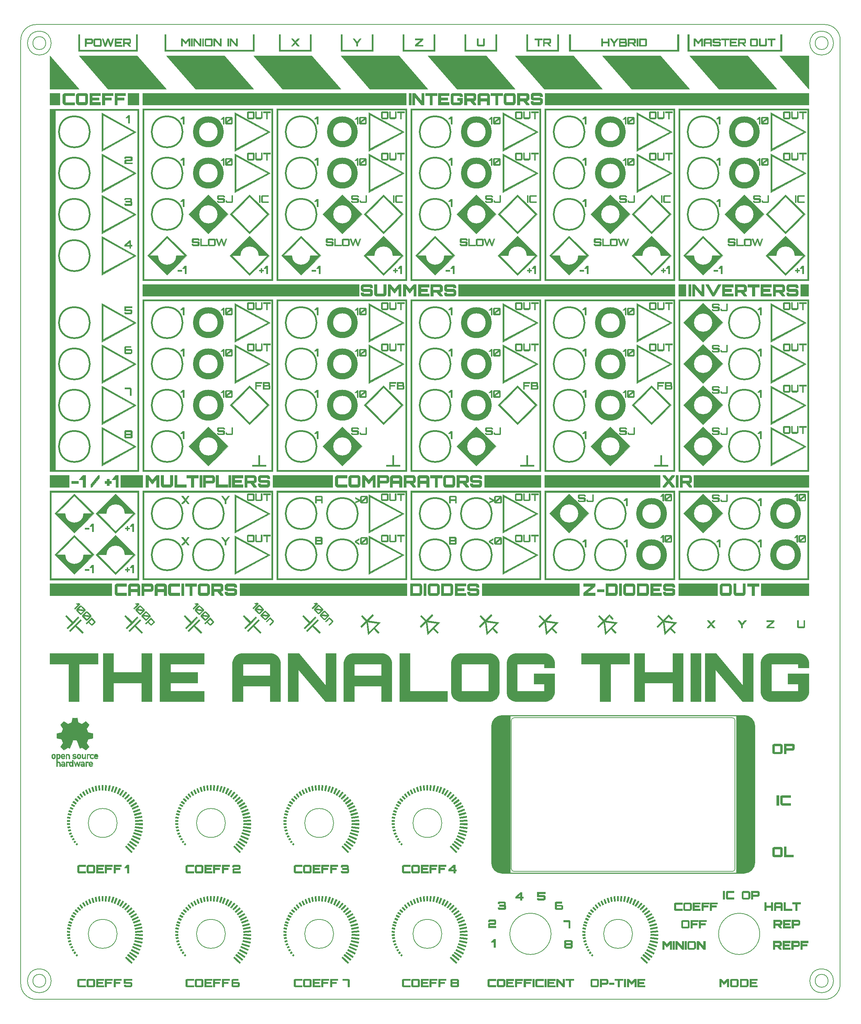
<source format=gbr>
G04 DesignSpark PCB PRO Gerber Version 9.0 Build 5138 *
G04 #@! TF.Part,Single*
G04 #@! TF.FileFunction,Legend,Top *
G04 #@! TF.FilePolarity,Positive *
%FSLAX35Y35*%
%MOIN*%
%ADD12C,0.00001*%
%ADD13C,0.00500*%
%ADD10C,0.00800*%
%ADD72C,0.01000*%
%ADD28C,0.01500*%
%ADD29C,0.06000*%
X0Y0D02*
D02*
D10*
X18300Y43500D02*
G75*
G03Y20500J-11500D01*
G01*
G75*
G03Y43500J11500*
G01*
Y952500D02*
G75*
G03Y929500J-11500D01*
G01*
G75*
G03Y952500J11500*
G01*
X777300Y43500D02*
G75*
G03Y20500J-11500D01*
G01*
G75*
G03Y43500J11500*
G01*
Y952500D02*
G75*
G03Y929500J-11500D01*
G01*
G75*
G03Y952500J11500*
G01*
D02*
D12*
X28568Y522000D02*
X47176D01*
Y510608*
X28568*
Y522000*
G36*
X47176*
Y510608*
X28568*
Y522000*
G37*
X28612Y892576D02*
X38300D01*
Y881185*
X28612*
Y892576*
G36*
X38300*
Y881185*
X28612*
Y892576*
G37*
Y896459D02*
X56802D01*
X28612Y928815*
Y896459*
G36*
X56802*
X28612Y928815*
Y896459*
G37*
X28637Y417000D02*
X88481D01*
Y405608*
X28637*
Y417000*
G36*
X88481*
Y405608*
X28637*
Y417000*
G37*
X29863Y875631D02*
X33891D01*
Y527107*
X29863*
Y875631*
G36*
X33891*
Y527107*
X29863*
Y875631*
G37*
X30260Y249418D02*
G75*
G03X30289Y248753I6543J-46D01*
G01*
G75*
G03X30377Y248287I2358J203*
G01*
G75*
G03X30763Y247623I1708J550*
G01*
G75*
G03X30991Y247415I1193J1076*
G01*
G75*
G03X31293Y247220I1514J2015*
G01*
G75*
G03X31684Y247078I667J1232*
G01*
G75*
G03X32179Y247031I471J2338*
G01*
G75*
G03X32667Y247078I22J2338*
G01*
G75*
G03X33058Y247220I-282J1390*
G01*
G75*
G03X33362Y247415I-1223J2241*
G01*
G75*
G03X33593Y247623I-972J1307*
G01*
G75*
G03X33978Y248287I-1312J1205*
G01*
G75*
G03X34065Y248753I-2290J670*
G01*
G75*
G03X34094Y249418I-6574J617*
G01*
G75*
G03X34065Y250071I-6398J46*
G01*
G75*
G03X33978Y250533I-2371J-209*
G01*
G75*
G03X33593Y251197I-1697J-541*
G01*
G75*
G03X33362Y251404I-1252J-1168*
G01*
G75*
G03X33058Y251601I-1645J-2203*
G01*
G75*
G03X32667Y251745I-675J-1224*
G01*
G75*
G03X32179Y251793I-467J-2240*
G01*
G75*
G03X31684Y251745I-23J-2333*
G01*
G75*
G03X31293Y251601I278J-1352*
G01*
G75*
G03X30991Y251404I1329J-2365*
G01*
G75*
G03X30763Y251197I1012J-1349*
G01*
G75*
G03X30377Y250533I1322J-1213*
G01*
G75*
G03X30289Y250071I2264J-669*
G01*
G75*
G03X30260Y249418I6311J-609*
G01*
X33162Y249407D02*
G75*
G02X33149Y248976I-6095J-32D01*
G01*
G75*
G02X33111Y248694I-1727J93*
G01*
G75*
G02X32932Y248305I-1145J290*
G01*
G75*
G02X32621Y248048I-627J443*
G01*
G75*
G02X32179Y247963I-418J975*
G01*
G75*
G02X31733Y248048I-26J1069*
G01*
G75*
G02X31426Y248305I306J680*
G01*
G75*
G02X31245Y248697I849J629*
G01*
G75*
G02X31209Y248981I1879J378*
G01*
G75*
G02X31198Y249418I6796J402*
G01*
G75*
G02X31209Y249842I6462J33*
G01*
G75*
G02X31245Y250121I1865J-95*
G01*
G75*
G02X31426Y250515I1069J-252*
G01*
G75*
G02X31733Y250772I613J-423*
G01*
G75*
G02X32179Y250857I419J-983*
G01*
G75*
G02X32621Y250772I24J-1060*
G01*
G75*
G02X32932Y250515I-316J-700*
G01*
G75*
G02X33111Y250121I-1013J-697*
G01*
G75*
G02X33149Y249839I-1690J-375*
G01*
G75*
G02X33162Y249407I-6119J-400*
G01*
X30260Y249410D02*
G36*
Y249338D01*
G75*
G03X30289Y248753I6688J40*
G01*
G75*
G03X30377Y248287I2370J205*
G01*
G75*
G03X30763Y247623I1706J548*
G01*
G75*
G03X30991Y247415I1184J1067*
G01*
G75*
G03X31293Y247220I1543J2060*
G01*
G75*
G03X31684Y247078I661J1217*
G01*
G75*
G03X32136Y247031I473J2360*
G01*
X32179*
X32222*
G75*
G03X32667Y247078I-22J2347*
G01*
G75*
G03X33058Y247220I-283J1393*
G01*
G75*
G03X33362Y247415I-1224J2243*
G01*
G75*
G03X33593Y247623I-961J1294*
G01*
G75*
G03X33978Y248287I-1313J1205*
G01*
G75*
G03X34065Y248753I-2321J676*
G01*
G75*
G03X34094Y249317I-6505J614*
G01*
Y249410*
X33162*
G75*
G02Y249407I-6316J-1*
G01*
G75*
G02Y249378I-6261J-14*
G01*
G75*
G02X33149Y248976I-6210J-1*
G01*
G75*
G02X33111Y248694I-1687J88*
G01*
G75*
G02X32932Y248305I-1152J293*
G01*
G75*
G02X32621Y248048I-624J439*
G01*
G75*
G02X32179Y247963I-417J972*
G01*
G75*
G02X31733Y248048I-25J1072*
G01*
G75*
G02X31426Y248305I302J675*
G01*
G75*
G02X31245Y248697I847J628*
G01*
G75*
G02X31209Y248981I1821J371*
G01*
G75*
G02X31198Y249381I6711J398*
G01*
G75*
G02Y249410I6711J14*
G01*
X30260*
G37*
Y249418D02*
G36*
Y249410D01*
X31198*
G75*
G02Y249418I6733J4*
G01*
G75*
G02Y249453I6404J18*
G01*
G75*
G02X31209Y249842I6363J2*
G01*
G75*
G02X31245Y250121I1921J-102*
G01*
G75*
G02X31426Y250515I1073J-254*
G01*
G75*
G02X31733Y250772I610J-419*
G01*
G75*
G02X32179Y250857I420J-986*
G01*
G75*
G02X32621Y250772I25J-1057*
G01*
G75*
G02X32932Y250515I-313J-696*
G01*
G75*
G02X33111Y250121I-1020J-701*
G01*
G75*
G02X33149Y249839I-1661J-371*
G01*
G75*
G02X33162Y249435I-6243J-403*
G01*
G75*
G02Y249410I-6266J-13*
G01*
X34094*
Y249418*
Y249516*
G75*
G03X34065Y250071I-6318J-49*
G01*
G75*
G03X33978Y250533I-2381J-210*
G01*
G75*
G03X33593Y251197I-1698J-541*
G01*
G75*
G03X33362Y251404I-1259J-1176*
G01*
G75*
G03X33058Y251601I-1680J-2255*
G01*
G75*
G03X32667Y251745I-670J-1210*
G01*
G75*
G03X32217Y251793I-469J-2265*
G01*
X32179*
X32127*
G75*
G03X31684Y251745I26J-2302*
G01*
G75*
G03X31293Y251601I281J-1363*
G01*
G75*
G03X30991Y251404I1342J-2384*
G01*
G75*
G03X30763Y251197I1023J-1362*
G01*
G75*
G03X30377Y250533I1320J-1212*
G01*
G75*
G03X30289Y250071I2255J-668*
G01*
G75*
G03X30260Y249496I6426J-614*
G01*
Y249418*
G37*
X34954Y239678D02*
X35889D01*
Y242449*
G75*
G02X35955Y242869I1245J20*
G01*
G75*
G02X36152Y243185I799J-278*
G01*
G75*
G02X36450Y243383I620J-608*
G01*
G75*
G02X36817Y243450I355J-919*
G01*
G75*
G02X37176Y243383I11J-950*
G01*
G75*
G02X37471Y243185I-331J-810*
G01*
G75*
G02X37668Y242869I-602J-594*
G01*
G75*
G02X37733Y242449I-1180J-398*
G01*
Y239678*
X38670*
Y242772*
G75*
G03X38638Y243143I-2080J11*
G01*
G75*
G03X38543Y243467I-1525J-271*
G01*
G75*
G03X38165Y243974I-1189J-494*
G01*
G75*
G03X37651Y244283I-1244J-1487*
G01*
G75*
G03X37118Y244386I-536J-1341*
G01*
G75*
G03X36428Y244248I-30J-1650*
G01*
G75*
G03X35907Y243835I583J-1271*
G01*
X35889*
Y247578*
G75*
G03X36439Y247179I1602J1629*
G01*
G75*
G03X37093Y247031I630J1271*
G01*
G75*
G03X37489Y247073I13J1779*
G01*
G75*
G03X37827Y247199I-287J1288*
G01*
G75*
G03X38338Y247632I-748J1401*
G01*
G75*
G03X38601Y248215I-1094J843*
G01*
G75*
G03X38652Y248681I-3376J609*
G01*
G75*
G03X38670Y249407I-12889J671*
G01*
G75*
G03X38652Y250137I-13029J56*
G01*
G75*
G03X38601Y250603I-3400J-141*
G01*
G75*
G03X38338Y251189I-1389J-271*
G01*
G75*
G03X37827Y251621I-1308J-1027*
G01*
G75*
G03X37489Y251750I-628J-1137*
G01*
G75*
G03X37093Y251793I-384J-1693*
G01*
G75*
G03X36435Y251658I-17J-1582*
G01*
G75*
G03X35889Y251251I687J-1490*
G01*
Y251739*
X34954*
Y239678*
X36808Y247963D02*
G75*
G02X36512Y247993I-13J1366D01*
G01*
G75*
G02X36282Y248080I159J763*
G01*
G75*
G02X36020Y248432I290J490*
G01*
G75*
G02X35889Y249407I3498J964*
G01*
G75*
G02X36020Y250386I3659J11*
G01*
G75*
G02X36282Y250739I555J-137*
G01*
G75*
G02X36512Y250828I391J-672*
G01*
G75*
G02X36808Y250857I280J-1331*
G01*
G75*
G02X37106Y250829I15J-1414*
G01*
G75*
G02X37337Y250743I-158J-784*
G01*
G75*
G02X37601Y250401I-275J-485*
G01*
G75*
G02X37733Y249407I-3424J-961*
G01*
G75*
G02X37601Y248416I-3523J-34*
G01*
G75*
G02X37337Y248076I-536J144*
G01*
G75*
G02X37106Y247991I-390J703*
G01*
G75*
G02X36808Y247963I-283J1396*
G01*
X34954Y249410D02*
G36*
Y239678D01*
X35889*
Y242449*
G75*
G02Y242468I1247J9*
G01*
G75*
G02X35955Y242869I1254J0*
G01*
G75*
G02X36152Y243185I798J-278*
G01*
G75*
G02X36450Y243383I624J-614*
G01*
G75*
G02X36817Y243450I353J-909*
G01*
G75*
G02X37176Y243383I10J-955*
G01*
G75*
G02X37471Y243185I-337J-819*
G01*
G75*
G02X37668Y242869I-602J-594*
G01*
G75*
G02X37733Y242471I-1175J-397*
G01*
G75*
G02Y242449I-1231J-11*
G01*
Y239678*
X38670*
Y242772*
Y242790*
G75*
G03X38638Y243143I-2097J-9*
G01*
G75*
G03X38543Y243467I-1526J-271*
G01*
G75*
G03X38165Y243974I-1185J-491*
G01*
G75*
G03X37651Y244283I-1248J-1493*
G01*
G75*
G03X37118Y244386I-537J-1347*
G01*
G75*
G03X36428Y244248I-31J-1644*
G01*
G75*
G03X35907Y243835I587J-1276*
G01*
X35889*
Y247578*
G75*
G03X36439Y247179I1611J1641*
G01*
G75*
G03X37093Y247031I630J1274*
G01*
G75*
G03X37489Y247073I11J1801*
G01*
G75*
G03X37827Y247199I-283J1277*
G01*
G75*
G03X38338Y247632I-742J1394*
G01*
G75*
G03X38601Y248215I-1096J844*
G01*
G75*
G03X38652Y248681I-3326J604*
G01*
G75*
G03X38670Y249295I-12869J670*
G01*
Y249407*
Y249410*
X37733*
G75*
G02Y249407I-3589J-1*
G01*
G75*
G02Y249372I-3516J-17*
G01*
G75*
G02X37601Y248416I-3515J-1*
G01*
G75*
G02X37337Y248076I-535J143*
G01*
G75*
G02X37106Y247991I-387J698*
G01*
G75*
G02X36808Y247963I-282J1387*
G01*
G75*
G02X36512Y247993I-13J1369*
G01*
G75*
G02X36282Y248080I158J761*
G01*
G75*
G02X36020Y248432I288J489*
G01*
G75*
G02X35889Y249395I3490J963*
G01*
G75*
G02Y249407I3661J6*
G01*
G75*
G02Y249410I3672J2*
G01*
X34954*
G37*
Y251739D02*
G36*
Y249410D01*
X35889*
G75*
G02Y249419I3683J5*
G01*
G75*
G02X36020Y250386I3649*
G01*
G75*
G02X36282Y250739I554J-137*
G01*
G75*
G02X36512Y250828I387J-663*
G01*
G75*
G02X36808Y250857I278J-1307*
G01*
G75*
G02X37106Y250829I15J-1416*
G01*
G75*
G02X37337Y250743I-163J-798*
G01*
G75*
G02X37601Y250401I-276J-486*
G01*
G75*
G02X37733Y249437I-3444J-964*
G01*
G75*
G02Y249410I-3570J-13*
G01*
X38670*
Y249520*
G75*
G03X38652Y250137I-13033J-56*
G01*
G75*
G03X38601Y250603I-3378J-138*
G01*
G75*
G03X38338Y251189I-1386J-270*
G01*
G75*
G03X37827Y251621I-1312J-1031*
G01*
G75*
G03X37489Y251750I-629J-1139*
G01*
G75*
G03X37124Y251793I-381J-1663*
G01*
X37093*
X37056*
G75*
G03X36435Y251658I19J-1577*
G01*
G75*
G03X35889Y251251I685J-1487*
G01*
Y251739*
X34954*
G37*
X35300Y445000D02*
X52300Y428000D01*
X69300Y445000*
X61300*
G75*
G02X43300I-9000*
G01*
X35300*
G36*
X52300Y428000*
X69300Y445000*
X61300*
G75*
G02X43300I-9000*
G01*
X35300*
G37*
Y485000D02*
X52300Y468000D01*
X69300Y485000*
X61300*
G75*
G02X43300I-9000*
G01*
X35300*
G36*
X52300Y468000*
X69300Y485000*
X61300*
G75*
G02X43300I-9000*
G01*
X35300*
G37*
X42194Y239660D02*
X43100D01*
Y242847*
G75*
G03X43063Y243240I-2317J-15*
G01*
G75*
G03X42965Y243572I-1535J-274*
G01*
G75*
G03X42583Y244050I-1017J-421*
G01*
G75*
G03X41984Y244303I-1024J-1591*
G01*
G75*
G03X41219Y244381I-699J-3033*
G01*
G75*
G03X40746Y244346I-55J-2415*
G01*
G75*
G03X40333Y244220I317J-1783*
G01*
G75*
G03X39691Y243704I654J-1469*
G01*
X40408Y243140*
G75*
G02X40726Y243430I581J-317*
G01*
G75*
G02X40969Y243485I406J-1231*
G01*
G75*
G02X41264Y243504I285J-2185*
G01*
G75*
G02X41672Y243472I61J-1894*
G01*
G75*
G02X41963Y243361I-148J-826*
G01*
G75*
G02X42137Y243171I-257J-409*
G01*
G75*
G02X42194Y242901I-530J-252*
G01*
Y242408*
X40933*
G75*
G03X40295Y242304I-13J-1916*
G01*
G75*
G03X39835Y242006I391J-1107*
G01*
G75*
G03X39556Y241563I967J-919*
G01*
G75*
G03X39463Y241027I1404J-520*
G01*
G75*
G03X39570Y240468I1411J-19*
G01*
G75*
G03X39893Y240018I1196J517*
G01*
G75*
G03X40381Y239718I898J915*
G01*
G75*
G03X41057Y239607I686J2065*
G01*
G75*
G03X41464Y239636I21J2591*
G01*
G75*
G03X41785Y239723I-205J1389*
G01*
G75*
G03X42174Y240071I-277J702*
G01*
X42194*
Y239660*
Y241296D02*
G75*
G02X42140Y240865I-1437J-38D01*
G01*
G75*
G02X42073Y240721I-546J166*
G01*
G75*
G02X41978Y240624I-295J193*
G01*
G75*
G02X41659Y240515I-439J763*
G01*
G75*
G02X41172Y240485I-411J2641*
G01*
G75*
G02X40781Y240530I-27J1457*
G01*
G75*
G02X40520Y240667I152J610*
G01*
G75*
G02X40366Y240855I380J468*
G01*
G75*
G02X40315Y241072I424J215*
G01*
G75*
G02X40360Y241311I535J22*
G01*
G75*
G02X40507Y241485I400J-187*
G01*
G75*
G02X40754Y241594I415J-606*
G01*
G75*
G02X41103Y241638I374J-1556*
G01*
X42194*
Y241296*
X39463Y241027D02*
G36*
Y240989D01*
G75*
G03X39570Y240468I1408J19*
G01*
G75*
G03X39893Y240018I1197J518*
G01*
G75*
G03X40381Y239718I895J911*
G01*
G75*
G03X41057Y239607I686J2063*
G01*
X41103*
G75*
G03X41464Y239636I-23J2572*
G01*
G75*
G03X41785Y239723I-198J1365*
G01*
G75*
G03X42174Y240071I-277J702*
G01*
X42194*
Y239660*
X43100*
Y241061*
X42181*
G75*
G02X42140Y240865I-1421J196*
G01*
G75*
G02X42073Y240721I-539J163*
G01*
G75*
G02X41978Y240624I-290J189*
G01*
G75*
G02X41659Y240515I-437J758*
G01*
G75*
G02X41172Y240485I-413J2679*
G01*
G75*
G02X40781Y240530I-29J1440*
G01*
G75*
G02X40520Y240667I151J607*
G01*
G75*
G02X40366Y240855I380J468*
G01*
G75*
G02X40315Y241061I422J214*
G01*
X39463*
G75*
G03Y241059I1556J-1*
G01*
Y241027*
G37*
X39556Y241563D02*
G36*
G75*
G03X39463Y241061I1401J-520D01*
G01*
X40315*
G75*
G02Y241069I484J4*
G01*
G75*
G02Y241072I446J2*
G01*
G75*
G02X40315Y241093I535J20*
G01*
G75*
G02X40360Y241311I539*
G01*
G75*
G02X40507Y241485I402J-189*
G01*
G75*
G02X40754Y241594I414J-604*
G01*
G75*
G02X41103Y241638I376J-1576*
G01*
X42194*
Y241296*
G75*
G02X42194Y241257I-1428J-34*
G01*
G75*
G02X42181Y241061I-1436J-1*
G01*
X43100*
Y242847*
G75*
G03X43063Y243240I-2348J-18*
G01*
G75*
G03X42965Y243572I-1528J-272*
G01*
G75*
G03X42583Y244050I-1017J-421*
G01*
G75*
G03X41984Y244303I-1022J-1586*
G01*
G75*
G03X41219Y244381I-700J-3044*
G01*
G75*
G03X40746Y244346I-54J-2424*
G01*
G75*
G03X40333Y244220I320J-1796*
G01*
G75*
G03X39691Y243704I653J-1468*
G01*
X40408Y243140*
G75*
G02X40726Y243430I581J-317*
G01*
G75*
G02X40969Y243485I409J-1249*
G01*
G75*
G02X41264Y243504I287J-2212*
G01*
G75*
G02X41672Y243472I63J-1865*
G01*
G75*
G02X41963Y243361I-144J-815*
G01*
G75*
G02X42137Y243171I-257J-409*
G01*
G75*
G02X42194Y242919I-534J-253*
G01*
G75*
G02X42194Y242901I-585J5*
G01*
Y242408*
X40933*
G75*
G03X40295Y242304I-13J-1912*
G01*
G75*
G03X39835Y242006I392J-1108*
G01*
G75*
G03X39556Y241563I967J-919*
G01*
G37*
X43207Y249058D02*
Y249829D01*
G75*
G03X43063Y250638I-2158J34*
G01*
G75*
G03X42632Y251262I-1583J-633*
G01*
G75*
G03X42010Y251660I-1370J-1455*
G01*
G75*
G03X41291Y251793I-705J-1798*
G01*
G75*
G03X40628Y251663I2J-1771*
G01*
G75*
G03X39993Y251274I902J-2181*
G01*
G75*
G03X39721Y250961I872J-1033*
G01*
G75*
G03X39527Y250544I1572J-984*
G01*
G75*
G03X39411Y250022I2766J-889*
G01*
G75*
G03X39372Y249394I4668J-605*
G01*
G75*
G03X39414Y248737I4726J-27*
G01*
G75*
G03X39540Y248202I2737J361*
G01*
G75*
G03X39750Y247788I1575J540*
G01*
G75*
G03X40044Y247495I976J686*
G01*
G75*
G03X40728Y247147I1565J2231*
G01*
G75*
G03X41433Y247031I707J2099*
G01*
G75*
G03X42337Y247204I7J2422*
G01*
G75*
G03X42748Y247434I-677J1690*
G01*
G75*
G03X43116Y247780I-1345J1796*
G01*
X42438Y248359*
G75*
G02X41961Y248022I-1115J1069*
G01*
G75*
G02X41416Y247909I-537J1226*
G01*
G75*
G02X40975Y247981I-17J1291*
G01*
G75*
G02X40620Y248196I351J980*
G01*
G75*
G02X40386Y248556I608J652*
G01*
G75*
G02X40308Y249058I1397J474*
G01*
X43207*
X40308Y249829D02*
G75*
G02X40388Y250292I1487J-18D01*
G01*
G75*
G02X40598Y250632I871J-303*
G01*
G75*
G02X40909Y250841I655J-638*
G01*
G75*
G02X41291Y250911I370J-945*
G01*
G75*
G02X41669Y250841I12J-992*
G01*
G75*
G02X41977Y250632I-347J-844*
G01*
G75*
G02X42188Y250292I-675J-654*
G01*
G75*
G02X42273Y249829I-1435J-503*
G01*
X40308*
X39372Y249394D02*
G36*
Y249333D01*
G75*
G03X39414Y248737I4667J31*
G01*
G75*
G03X39540Y248202I2733J361*
G01*
G75*
G03X39750Y247788I1572J538*
G01*
G75*
G03X40044Y247495I974J684*
G01*
G75*
G03X40728Y247147I1565J2230*
G01*
G75*
G03X41433Y247031I706J2093*
G01*
X41452*
G75*
G03X42337Y247204I-9J2412*
G01*
G75*
G03X42748Y247434I-685J1705*
G01*
G75*
G03X43116Y247780I-1352J1804*
G01*
X42438Y248359*
G75*
G02X41961Y248022I-1120J1077*
G01*
G75*
G02X41416Y247909I-537J1230*
G01*
G75*
G02X40975Y247981I-17J1286*
G01*
G75*
G02X40620Y248196I348J975*
G01*
G75*
G02X40386Y248556I606J650*
G01*
G75*
G02X40308Y249031I1409J476*
G01*
G75*
G02X40308Y249058I1487J-9*
G01*
X43207*
Y249829*
G75*
G03X43207Y249862I-2153J42*
G01*
G75*
G03X43146Y250370I-2163J-1*
G01*
X42156*
G75*
G02X42188Y250292I-848J-389*
G01*
G75*
G02X42273Y249829I-1430J-502*
G01*
X40308*
G75*
G02X40388Y250292I1494J-19*
G01*
G75*
G02X40419Y250370I878J-307*
G01*
X39477*
G75*
G03X39411Y250022I2819J-716*
G01*
G75*
G03X39372Y249437I4691J-606*
G01*
Y249394*
G37*
X39527Y250544D02*
G36*
G75*
G03X39477Y250370I2769J-890D01*
G01*
X40419*
G75*
G02X40598Y250632I847J-385*
G01*
G75*
G02X40909Y250841I656J-639*
G01*
G75*
G02X41291Y250911I370J-950*
G01*
G75*
G02X41669Y250841I11J-996*
G01*
G75*
G02X41977Y250632I-346J-841*
G01*
G75*
G02X42156Y250370I-668J-650*
G01*
X43146*
G75*
G03X43063Y250638I-2102J-507*
G01*
G75*
G03X42632Y251262I-1582J-632*
G01*
G75*
G03X42010Y251660I-1368J-1450*
G01*
G75*
G03X41319Y251793I-705J-1799*
G01*
X41291*
G75*
G03X40628Y251663I3J-1776*
G01*
G75*
G03X39993Y251274I901J-2180*
G01*
G75*
G03X39721Y250961I864J-1026*
G01*
G75*
G03X39527Y250544I1551J-975*
G01*
G37*
X43335Y881185D02*
X42916D01*
X41773Y881778*
X41672Y881878*
X41563Y881988*
X40978Y883159*
Y890631*
X41563Y891780*
X41672Y891881*
X41773Y891989*
X42944Y892576*
X52361*
Y890074*
X43472*
Y883550*
X52361*
Y881048*
X43335*
Y881185*
G36*
X42916*
X41773Y881778*
X41672Y881878*
X41563Y881988*
X40978Y883159*
Y890631*
X41563Y891780*
X41672Y891881*
X41773Y891989*
X42944Y892576*
X52361*
Y890074*
X43472*
Y883550*
X52361*
Y881048*
X43335*
Y881185*
G37*
X44025Y247085D02*
Y251739D01*
X44961*
Y251243*
X44978*
G75*
G02X45500Y251656I1104J-858*
G01*
G75*
G02X46190Y251793I661J-1512*
G01*
G75*
G02X46722Y251690I-3J-1443*
G01*
G75*
G02X47237Y251381I-731J-1798*
G01*
G75*
G02X47615Y250875I-811J-1000*
G01*
G75*
G02X47709Y250551I-1430J-593*
G01*
G75*
G02X47741Y250180I-2048J-363*
G01*
Y247085*
X46805*
Y249857*
G75*
G03X46740Y250276I-1245J21*
G01*
G75*
G03X46543Y250593I-799J-279*
G01*
G75*
G03X46248Y250791I-626J-612*
G01*
G75*
G03X45889Y250857I-348J-883*
G01*
G75*
G03X45521Y250791I-12J-985*
G01*
G75*
G03X45224Y250593I322J-806*
G01*
G75*
G03X45027Y250276I602J-594*
G01*
G75*
G03X44961Y249857I1179J-400*
G01*
Y247085*
X44025*
G36*
Y251739*
X44961*
Y251243*
X44978*
G75*
G02X45500Y251656I1104J-858*
G01*
G75*
G02X46190Y251793I661J-1512*
G01*
G75*
G02X46722Y251690I-3J-1443*
G01*
G75*
G02X47237Y251381I-731J-1798*
G01*
G75*
G02X47615Y250875I-811J-1000*
G01*
G75*
G02X47709Y250551I-1430J-593*
G01*
G75*
G02X47741Y250180I-2048J-363*
G01*
Y247085*
X46805*
Y249857*
G75*
G03X46740Y250276I-1245J21*
G01*
G75*
G03X46543Y250593I-799J-279*
G01*
G75*
G03X46248Y250791I-626J-612*
G01*
G75*
G03X45889Y250857I-348J-883*
G01*
G75*
G03X45521Y250791I-12J-985*
G01*
G75*
G03X45224Y250593I322J-806*
G01*
G75*
G03X45027Y250276I602J-594*
G01*
G75*
G03X44961Y249857I1179J-400*
G01*
Y247085*
X44025*
G37*
X44186Y239678D02*
Y244332D01*
X45122*
Y243835*
X45139*
G75*
G02X45661Y244248I1104J-858*
G01*
G75*
G02X46351Y244386I661J-1512*
G01*
G75*
G02X46850Y244296I1J-1430*
G01*
G75*
G02X47323Y244026I-627J-1650*
G01*
X46648Y243219*
G75*
G03X46340Y243392I-745J-967*
G01*
G75*
G03X46028Y243450I-315J-832*
G01*
G75*
G03X45403Y243219I-1J-959*
G01*
G75*
G03X45192Y242917I452J-540*
G01*
G75*
G03X45122Y242475I1181J-414*
G01*
Y239678*
X44186*
G36*
Y244332*
X45122*
Y243835*
X45139*
G75*
G02X45661Y244248I1104J-858*
G01*
G75*
G02X46351Y244386I661J-1512*
G01*
G75*
G02X46850Y244296I1J-1430*
G01*
G75*
G02X47323Y244026I-627J-1650*
G01*
X46648Y243219*
G75*
G03X46340Y243392I-745J-967*
G01*
G75*
G03X46028Y243450I-315J-832*
G01*
G75*
G03X45403Y243219I-1J-959*
G01*
G75*
G03X45192Y242917I452J-540*
G01*
G75*
G03X45122Y242475I1181J-414*
G01*
Y239678*
X44186*
G37*
X45099Y79037D02*
X45186Y80426D01*
X47825Y80259*
X47732Y78871*
X45099Y79037*
G36*
X45186Y80426*
X47825Y80259*
X47732Y78871*
X45099Y79037*
G37*
Y186537D02*
X45186Y187926D01*
X47825Y187759*
X47732Y186371*
X45099Y186537*
G36*
X45186Y187926*
X47825Y187759*
X47732Y186371*
X45099Y186537*
G37*
X45243Y77244D02*
X47739Y77316D01*
X47781Y75935*
X45287Y75855*
X45243Y77244*
G36*
X47739Y77316*
X47781Y75935*
X45287Y75855*
X45243Y77244*
G37*
Y184744D02*
X47739Y184816D01*
X47781Y183435*
X45287Y183355*
X45243Y184744*
G36*
X47739Y184816*
X47781Y183435*
X45287Y183355*
X45243Y184744*
G37*
X45266Y82350D02*
X45481Y83724D01*
X48222Y83290*
X48005Y81916*
X45266Y82350*
G36*
X45481Y83724*
X48222Y83290*
X48005Y81916*
X45266Y82350*
G37*
Y189850D02*
X45481Y191224D01*
X48222Y190790*
X48005Y189416*
X45266Y189850*
G36*
X45481Y191224*
X48222Y190790*
X48005Y189416*
X45266Y189850*
G37*
X45583Y74105D02*
X47925Y74394D01*
X48100Y73020*
X45756Y72724*
X45583Y74105*
G36*
X47925Y74394*
X48100Y73020*
X45756Y72724*
X45583Y74105*
G37*
Y181605D02*
X47925Y181894D01*
X48100Y180520*
X45756Y180224*
X45583Y181605*
G36*
X47925Y181894*
X48100Y180520*
X45756Y180224*
X45583Y181605*
G37*
X45825Y372975D02*
X56785Y383935D01*
X55725Y384996*
X44765Y374035*
X45825Y372975*
G36*
X56785Y383935*
X55725Y384996*
X44765Y374035*
X45825Y372975*
G37*
X45937Y85611D02*
X46285Y86956D01*
X49105Y86226*
X48758Y84881*
X45937Y85611*
G36*
X46285Y86956*
X49105Y86226*
X48758Y84881*
X45937Y85611*
G37*
Y193111D02*
X46285Y194456D01*
X49105Y193726*
X48758Y192381*
X45937Y193111*
G36*
X46285Y194456*
X49105Y193726*
X48758Y192381*
X45937Y193111*
G37*
X46241Y70930D02*
X48410Y71415D01*
X48707Y70055*
X46537Y69578*
X46241Y70930*
G36*
X48410Y71415*
X48707Y70055*
X46537Y69578*
X46241Y70930*
G37*
Y178430D02*
X48410Y178915D01*
X48707Y177555*
X46537Y177078*
X46241Y178430*
G36*
X48410Y178915*
X48707Y177555*
X46537Y177078*
X46241Y178430*
G37*
X46544Y88605D02*
X47015Y89907D01*
X49894Y88873*
X49423Y87571*
X46544Y88605*
G36*
X47015Y89907*
X49894Y88873*
X49423Y87571*
X46544Y88605*
G37*
Y196105D02*
X47015Y197407D01*
X49894Y196373*
X49423Y195071*
X46544Y196105*
G36*
X47015Y197407*
X49894Y196373*
X49423Y195071*
X46544Y196105*
G37*
X46775Y302700D02*
Y339223D01*
X28587*
Y349363*
X75240*
Y339223*
X56914*
Y302700*
X46775*
G36*
Y339223*
X28587*
Y349363*
X75240*
Y339223*
X56914*
Y302700*
X46775*
G37*
X47181Y67756D02*
X49156Y68399D01*
X49590Y67083*
X47608Y66439*
X47181Y67756*
G36*
X49156Y68399*
X49590Y67083*
X47608Y66439*
X47181Y67756*
G37*
Y175256D02*
X49156Y175899D01*
X49590Y174583*
X47608Y173939*
X47181Y175256*
G36*
X49156Y175899*
X49590Y174583*
X47608Y173939*
X47181Y175256*
G37*
X47753Y91845D02*
X48346Y93104D01*
X51231Y91744*
X50638Y90485*
X47753Y91845*
G36*
X48346Y93104*
X51231Y91744*
X50638Y90485*
X47753Y91845*
G37*
Y199345D02*
X48346Y200604D01*
X51231Y199244*
X50638Y197985*
X47753Y199345*
G36*
X48346Y200604*
X51231Y199244*
X50638Y197985*
X47753Y199345*
G37*
X48300Y370500D02*
X59260Y381460D01*
X58200Y382521*
X47239Y371561*
X48300Y370500*
G36*
X59260Y381460*
X58200Y382521*
X47239Y371561*
X48300Y370500*
G37*
X48396Y64935D02*
X50182Y65702D01*
X50732Y64429*
X48946Y63655*
X48396Y64935*
G36*
X50182Y65702*
X50732Y64429*
X48946Y63655*
X48396Y64935*
G37*
Y172435D02*
X50182Y173202D01*
X50732Y171929*
X48946Y171155*
X48396Y172435*
G36*
X50182Y173202*
X50732Y171929*
X48946Y171155*
X48396Y172435*
G37*
X49098Y94904D02*
X49807Y96098D01*
X52678Y94405*
X51969Y93212*
X49098Y94904*
G36*
X49807Y96098*
X52678Y94405*
X51969Y93212*
X49098Y94904*
G37*
Y202404D02*
X49807Y203598D01*
X52678Y201905*
X51969Y200712*
X49098Y202404*
G36*
X49807Y203598*
X52678Y201905*
X51969Y200712*
X49098Y202404*
G37*
X49533Y516445D02*
X56201D01*
Y514080*
X49533*
Y516445*
G36*
X56201*
Y514080*
X49533*
Y516445*
G37*
X49785Y62006D02*
X51361Y62874D01*
X52033Y61652*
X50451Y60784*
X49785Y62006*
G36*
X51361Y62874*
X52033Y61652*
X50451Y60784*
X49785Y62006*
G37*
Y169506D02*
X51361Y170374D01*
X52033Y169152*
X50451Y168284*
X49785Y169506*
G36*
X51361Y170374*
X52033Y169152*
X50451Y168284*
X49785Y169506*
G37*
X50163Y239678D02*
X51100D01*
Y246211*
X50163*
Y243835*
G75*
G03X49611Y244233I-1720J-1804*
G01*
G75*
G03X48961Y244386I-631J-1228*
G01*
G75*
G03X48560Y244343I-13J-1766*
G01*
G75*
G03X48220Y244214I289J-1271*
G01*
G75*
G03X47715Y243781I755J-1394*
G01*
G75*
G03X47450Y243196I1076J-839*
G01*
G75*
G03X47400Y242733I3441J-606*
G01*
G75*
G03X47383Y242010I13163J-663*
G01*
G75*
G03X47400Y241279I13512J-61*
G01*
G75*
G03X47450Y240809I3583J144*
G01*
G75*
G03X47715Y240224I1313J241*
G01*
G75*
G03X48220Y239792I1214J909*
G01*
G75*
G03X48560Y239666I626J1167*
G01*
G75*
G03X48961Y239624I387J1767*
G01*
G75*
G03X49617Y239758I17J1590*
G01*
G75*
G03X50163Y240162I-687J1500*
G01*
Y239678*
X49247Y243450D02*
G75*
G02X49540Y243420I14J-1337D01*
G01*
G75*
G02X49769Y243332I-159J-754*
G01*
G75*
G02X50031Y242978I-297J-494*
G01*
G75*
G02X50163Y242010I-3431J-962*
G01*
G75*
G02X50031Y241027I-3620J-14*
G01*
G75*
G02X49769Y240673I-559J141*
G01*
G75*
G02X49540Y240585I-388J665*
G01*
G75*
G02X49247Y240556I-280J1307*
G01*
G75*
G02X48948Y240584I-14J1434*
G01*
G75*
G02X48717Y240669I158J791*
G01*
G75*
G02X48452Y241009I270J484*
G01*
G75*
G02X48319Y242010I3431J963*
G01*
G75*
G02X48452Y242997I3506J32*
G01*
G75*
G02X48717Y243337I535J-144*
G01*
G75*
G02X48948Y243421I389J-706*
G01*
G75*
G02X49247Y243450I284J-1406*
G01*
X47383Y242002D02*
G36*
Y241870D01*
G75*
G03X47400Y241279I13084J70*
G01*
G75*
G03X47450Y240809I3609J147*
G01*
G75*
G03X47715Y240224I1308J239*
G01*
G75*
G03X48220Y239792I1220J916*
G01*
G75*
G03X48560Y239666I624J1161*
G01*
G75*
G03X48939Y239624I389J1794*
G01*
X48961*
X48992*
G75*
G03X49617Y239758I-16J1597*
G01*
G75*
G03X50163Y240162I-682J1494*
G01*
Y239678*
X51100*
Y242002*
X50163*
G75*
G02Y241997I-3715J-3*
G01*
G75*
G02X50031Y241027I-3623*
G01*
G75*
G02X49769Y240673I-559J141*
G01*
G75*
G02X49540Y240585I-393J678*
G01*
G75*
G02X49247Y240556I-280J1311*
G01*
G75*
G02X48948Y240584I-15J1423*
G01*
G75*
G02X48717Y240669I154J780*
G01*
G75*
G02X48452Y241009I269J483*
G01*
G75*
G02X48319Y241969I3416J961*
G01*
G75*
G02X48319Y242002I3562J-26*
G01*
X47383*
G37*
Y242010D02*
G36*
Y242002D01*
X48319*
G75*
G02Y242010I3552J4*
G01*
G75*
G02Y242040I3506J15*
G01*
G75*
G02X48452Y242997I3522J0*
G01*
G75*
G02X48717Y243337I533J-143*
G01*
G75*
G02X48948Y243421I390J-709*
G01*
G75*
G02X49247Y243450I283J-1395*
G01*
G75*
G02X49540Y243420I13J-1341*
G01*
G75*
G02X49769Y243332I-164J-766*
G01*
G75*
G02X50031Y242978I-297J-494*
G01*
G75*
G02X50163Y242018I-3419J-960*
G01*
G75*
G02Y242010I-3552J-4*
G01*
G75*
G02Y242002I-3638J-4*
G01*
X51100*
Y246211*
X50163*
Y243835*
G75*
G03X49611Y244233I-1707J-1785*
G01*
G75*
G03X48961Y244386I-630J-1223*
G01*
G75*
G03X48560Y244343I-16J-1739*
G01*
G75*
G03X48220Y244214I292J-1279*
G01*
G75*
G03X47715Y243781I751J-1390*
G01*
G75*
G03X47450Y243196I1071J-837*
G01*
G75*
G03X47400Y242733I3463J-608*
G01*
G75*
G03X47383Y242150I12731J-653*
G01*
Y242010*
G37*
X50333Y247860D02*
X50987Y248507D01*
G75*
G03X51659Y248059I1470J1474*
G01*
G75*
G03X52454Y247909I775J1936*
G01*
G75*
G03X52818Y247947I16J1633*
G01*
G75*
G03X53113Y248060I-226J1030*
G01*
G75*
G03X53308Y248247I-250J456*
G01*
G75*
G03X53373Y248507I-443J249*
G01*
G75*
G03X53338Y248689I-437J8*
G01*
G75*
G03X53231Y248825I-331J-150*
G01*
G75*
G03X53053Y248917I-341J-442*
G01*
G75*
G03X52803Y248964I-333J-1079*
G01*
X51979Y249041*
G75*
G02X51450Y249157I116J1789*
G01*
G75*
G02X51019Y249421I530J1349*
G01*
G75*
G02X50733Y249824I704J802*
G01*
G75*
G02X50639Y250358I1314J509*
G01*
G75*
G02X50763Y250980I1464J31*
G01*
G75*
G02X51135Y251430I1044J-486*
G01*
G75*
G02X51693Y251702I1055J-1450*
G01*
G75*
G02X52373Y251793I655J-2312*
G01*
G75*
G02X52939Y251750I20J-3485*
G01*
G75*
G02X53417Y251621I-365J-2304*
G01*
G75*
G02X54197Y251161I-1024J-2625*
G01*
X53619Y250478*
G75*
G03X53045Y250789I-1768J-2574*
G01*
G75*
G03X52373Y250911I-643J-1634*
G01*
G75*
G03X51993Y250871I-29J-1554*
G01*
G75*
G03X51750Y250752I119J-551*
G01*
G75*
G03X51574Y250350I344J-390*
G01*
G75*
G03X51607Y250202I348*
G01*
G75*
G03X51705Y250067I427J204*
G01*
G75*
G03X51891Y249962I310J335*
G01*
G75*
G03X52190Y249911I369J1244*
G01*
X52960Y249857*
G75*
G02X53296Y249810I-146J-2293*
G01*
G75*
G02X53581Y249720I-328J-1535*
G01*
G75*
G02X53996Y249410I-396J-964*
G01*
G75*
G02X54231Y248975I-1109J-880*
G01*
G75*
G02X54309Y248462I-1547J-499*
G01*
G75*
G02X54169Y247854I-1280J-25*
G01*
G75*
G02X53749Y247404I-1085J591*
G01*
G75*
G02X53127Y247124I-1169J1774*
G01*
G75*
G02X52381Y247031I-720J2738*
G01*
G75*
G02X51288Y247239I-19J2888*
G01*
G75*
G02X50333Y247860I1183J2865*
G01*
G36*
X50987Y248507*
G75*
G03X51659Y248059I1470J1474*
G01*
G75*
G03X52454Y247909I775J1936*
G01*
G75*
G03X52818Y247947I16J1633*
G01*
G75*
G03X53113Y248060I-226J1030*
G01*
G75*
G03X53308Y248247I-250J456*
G01*
G75*
G03X53373Y248507I-443J249*
G01*
G75*
G03X53338Y248689I-437J8*
G01*
G75*
G03X53231Y248825I-331J-150*
G01*
G75*
G03X53053Y248917I-341J-442*
G01*
G75*
G03X52803Y248964I-333J-1079*
G01*
X51979Y249041*
G75*
G02X51450Y249157I116J1789*
G01*
G75*
G02X51019Y249421I530J1349*
G01*
G75*
G02X50733Y249824I704J802*
G01*
G75*
G02X50639Y250358I1314J509*
G01*
G75*
G02X50763Y250980I1464J31*
G01*
G75*
G02X51135Y251430I1044J-486*
G01*
G75*
G02X51693Y251702I1055J-1450*
G01*
G75*
G02X52373Y251793I655J-2312*
G01*
G75*
G02X52939Y251750I20J-3485*
G01*
G75*
G02X53417Y251621I-365J-2304*
G01*
G75*
G02X54197Y251161I-1024J-2625*
G01*
X53619Y250478*
G75*
G03X53045Y250789I-1768J-2574*
G01*
G75*
G03X52373Y250911I-643J-1634*
G01*
G75*
G03X51993Y250871I-29J-1554*
G01*
G75*
G03X51750Y250752I119J-551*
G01*
G75*
G03X51574Y250350I344J-390*
G01*
G75*
G03X51607Y250202I348*
G01*
G75*
G03X51705Y250067I427J204*
G01*
G75*
G03X51891Y249962I310J335*
G01*
G75*
G03X52190Y249911I369J1244*
G01*
X52960Y249857*
G75*
G02X53296Y249810I-146J-2293*
G01*
G75*
G02X53581Y249720I-328J-1535*
G01*
G75*
G02X53996Y249410I-396J-964*
G01*
G75*
G02X54231Y248975I-1109J-880*
G01*
G75*
G02X54309Y248462I-1547J-499*
G01*
G75*
G02X54169Y247854I-1280J-25*
G01*
G75*
G02X53749Y247404I-1085J591*
G01*
G75*
G02X53127Y247124I-1169J1774*
G01*
G75*
G02X52381Y247031I-720J2738*
G01*
G75*
G02X51288Y247239I-19J2888*
G01*
G75*
G02X50333Y247860I1183J2865*
G01*
G37*
X50531Y97754D02*
X51347Y98875D01*
X54154Y96835*
X53336Y95707*
X50531Y97754*
G36*
X51347Y98875*
X54154Y96835*
X53336Y95707*
X50531Y97754*
G37*
Y205254D02*
X51347Y206375D01*
X54154Y204335*
X53336Y203207*
X50531Y205254*
G36*
X51347Y206375*
X54154Y204335*
X53336Y203207*
X50531Y205254*
G37*
X51522Y59359D02*
X52902Y60285D01*
X53683Y59135*
X52303Y58202*
X51522Y59359*
G36*
X52902Y60285*
X53683Y59135*
X52303Y58202*
X51522Y59359*
G37*
Y166859D02*
X52902Y167785D01*
X53683Y166635*
X52303Y165702*
X51522Y166859*
G36*
X52902Y167785*
X53683Y166635*
X52303Y165702*
X51522Y166859*
G37*
X51835Y378985D02*
X44411Y386410D01*
X43350Y385349*
X50775Y377925*
X51835Y378985*
G36*
X44411Y386410*
X43350Y385349*
X50775Y377925*
X51835Y378985*
G37*
X52105Y393046D02*
X55881Y396790D01*
X54770Y396712*
X53726Y397747*
X56898Y398115*
X57805Y397062*
X52866Y392118*
X52105Y393046*
G36*
X55881Y396790*
X54770Y396712*
X53726Y397747*
X56898Y398115*
X57805Y397062*
X52866Y392118*
X52105Y393046*
G37*
X52300Y426000D02*
X71392Y445092D01*
X52300Y464184*
X33208Y445092*
X52300Y426000*
Y428121D02*
X35330Y445092D01*
X52300Y462063*
X69270Y445092*
X52300Y428121*
X35330Y445092D02*
G36*
X33208D01*
X52300Y426000*
X71392Y445092*
X69270*
X52300Y428121*
X35330Y445092*
G37*
X33208D02*
G36*
X35330D01*
X52300Y462063*
X69270Y445092*
X71392*
X52300Y464184*
X33208Y445092*
G37*
X52300Y466000D02*
X71392Y485092D01*
X52300Y504184*
X33208Y485092*
X52300Y466000*
Y468121D02*
X35330Y485092D01*
X52300Y502063*
X69270Y485092*
X52300Y468121*
X35330Y485092D02*
G36*
X33208D01*
X52300Y466000*
X71392Y485092*
X69270*
X52300Y468121*
X35330Y485092*
G37*
X33208D02*
G36*
X35330D01*
X52300Y502063*
X69270Y485092*
X71392*
X52300Y504184*
X33208Y485092*
G37*
X52598Y100466D02*
X53517Y101507D01*
X56230Y99113*
X55311Y98072*
X52598Y100466*
G36*
X53517Y101507*
X56230Y99113*
X55311Y98072*
X52598Y100466*
G37*
Y207966D02*
X53517Y209007D01*
X56230Y206613*
X55311Y205572*
X52598Y207966*
G36*
X53517Y209007*
X56230Y206613*
X55311Y205572*
X52598Y207966*
G37*
X53460Y56871D02*
X54428Y55895D01*
X55542Y56871*
X54702Y57841*
X53460Y56871*
G36*
X54428Y55895*
X55542Y56871*
X54702Y57841*
X53460Y56871*
G37*
Y164371D02*
X54428Y163395D01*
X55542Y164371*
X54702Y165341*
X53460Y164371*
G36*
X54428Y163395*
X55542Y164371*
X54702Y165341*
X53460Y164371*
G37*
X54504Y390567D02*
X57497Y387572D01*
X57567Y387511*
X58247Y387211*
X58493Y387228*
X58595Y387206*
X59380Y387500*
X59447Y387570*
X62435Y390563*
X62498Y390605*
X62810Y391220*
X62780Y391652*
X62523Y392318*
X62454Y392377*
X59306Y395500*
X59265Y395570*
X58650Y395866*
X58217Y395836*
X57560Y395587*
X57500Y395511*
X54505Y392518*
X54438Y392448*
X54145Y391759*
X54178Y391291*
X54426Y390633*
X54504Y390567*
X55576Y391200D02*
X61030Y390749D01*
X58824Y388506*
X58790Y388467*
X58560Y388341*
X58494Y388336*
X58300Y388432*
X58268Y388467*
X55576Y391200*
X56047Y392341D02*
X58261Y394584D01*
X58287Y394624*
X58525Y394750*
X58583Y394754*
X58778Y394658*
X58817Y394622*
X61509Y391890*
X56047Y392341*
X56987Y389768D02*
G36*
X55302D01*
X57497Y387572*
X57567Y387511*
X58247Y387211*
X58493Y387228*
X58595Y387206*
X59380Y387500*
X59447Y387570*
X61642Y389768*
X60065*
X58824Y388506*
X58790Y388467*
X58560Y388341*
X58494Y388336*
X58300Y388432*
X58268Y388467*
X56987Y389768*
G37*
X54145Y391759D02*
G36*
X54178Y391291D01*
X54426Y390633*
X54504Y390567*
X55302Y389768*
X56987*
X55576Y391200*
X61030Y390749*
X60065Y389768*
X61642*
X62435Y390563*
X62498Y390605*
X62810Y391220*
X62780Y391652*
X62523Y392318*
X62454Y392377*
X61501Y393322*
X60098*
X61509Y391890*
X56047Y392341*
X57016Y393322*
X55310*
X54505Y392518*
X54438Y392448*
X54145Y391759*
G37*
X55310Y393322D02*
G36*
X57016D01*
X58261Y394584*
X58287Y394624*
X58525Y394750*
X58583Y394754*
X58778Y394658*
X58817Y394622*
X60098Y393322*
X61501*
X59306Y395500*
X59265Y395570*
X58650Y395866*
X58217Y395836*
X57560Y395587*
X57500Y395511*
X55310Y393322*
G37*
X54769Y102924D02*
X55779Y103872D01*
X58340Y101138*
X57327Y100191*
X54769Y102924*
G36*
X55779Y103872*
X58340Y101138*
X57327Y100191*
X54769Y102924*
G37*
Y210424D02*
X55779Y211372D01*
X58340Y208638*
X57327Y207691*
X54769Y210424*
G36*
X55779Y211372*
X58340Y208638*
X57327Y207691*
X54769Y210424*
G37*
X54800Y265000D02*
G75*
G03X50683I-2059J4473D01*
G01*
G75*
G02X50797Y264711I-94J-204*
G01*
X47845Y257481*
G75*
G02X47550Y257358I-208J85*
G01*
X45947Y258022*
G75*
G03X45735Y258001I-86J-208*
G01*
X42209Y255615*
G75*
G02X41924Y255643I-126J186*
G01*
X38911Y258655*
G75*
G02X38884Y258940I159J159*
G01*
X41269Y262467*
G75*
G03X41291Y262679I-186J126*
G01*
X39841Y266180*
G75*
G03X39675Y266315I-208J-86*
G01*
X35495Y267121*
G75*
G02X35313Y267343I43J221*
G01*
Y271603*
G75*
G02X35495Y271824I225*
G01*
X39675Y272630*
G75*
G03X39841Y272765I-43J221*
G01*
X41291Y276267*
G75*
G03X41269Y276479I-208J86*
G01*
X38884Y280005*
G75*
G02X38911Y280290I186J126*
G01*
X41924Y283303*
G75*
G02X42209Y283330I159J-159*
G01*
X45735Y280944*
G75*
G03X45947Y280923I126J187*
G01*
X49449Y282373*
G75*
G03X49583Y282539I-86J208*
G01*
X50390Y286719*
G75*
G02X50611Y286901I221J-43*
G01*
X54872*
G75*
G02X55093Y286719J-225*
G01*
X55899Y282539*
G75*
G03X56034Y282373I221J43*
G01*
X59535Y280923*
G75*
G03X59747Y280944I86J208*
G01*
X63274Y283330*
G75*
G02X63559Y283303I126J-187*
G01*
X66571Y280290*
G75*
G02X66599Y280005I-159J-159*
G01*
X64213Y276479*
G75*
G03X64191Y276267I186J-126*
G01*
X65642Y272765*
G75*
G03X65807Y272630I208J86*
G01*
X69987Y271824*
G75*
G02X70170Y271603I-43J-221*
G01*
Y267343*
G75*
G02X69987Y267121I-225J0*
G01*
X65807Y266315*
G75*
G03X65642Y266180I43J-221*
G01*
X64191Y262679*
G75*
G03X64213Y262467I208J-86*
G01*
X66599Y258940*
G75*
G02X66571Y258655I-187J-126*
G01*
X63559Y255643*
G75*
G02X63274Y255615I-159J159*
G01*
X59747Y258001*
G75*
G03X59535Y258022I-126J-186*
G01*
X57932Y257358*
G75*
G02X57637Y257481I-86J208*
G01*
X54685Y264711*
G75*
G02X54800Y265000I208J85*
G01*
G36*
G75*
G03X50683I-2059J4473*
G01*
G75*
G02X50797Y264711I-94J-204*
G01*
X47845Y257481*
G75*
G02X47550Y257358I-208J85*
G01*
X45947Y258022*
G75*
G03X45735Y258001I-86J-208*
G01*
X42209Y255615*
G75*
G02X41924Y255643I-126J186*
G01*
X38911Y258655*
G75*
G02X38884Y258940I159J159*
G01*
X41269Y262467*
G75*
G03X41291Y262679I-186J126*
G01*
X39841Y266180*
G75*
G03X39675Y266315I-208J-86*
G01*
X35495Y267121*
G75*
G02X35313Y267343I43J221*
G01*
Y271603*
G75*
G02X35495Y271824I225*
G01*
X39675Y272630*
G75*
G03X39841Y272765I-43J221*
G01*
X41291Y276267*
G75*
G03X41269Y276479I-208J86*
G01*
X38884Y280005*
G75*
G02X38911Y280290I186J126*
G01*
X41924Y283303*
G75*
G02X42209Y283330I159J-159*
G01*
X45735Y280944*
G75*
G03X45947Y280923I126J187*
G01*
X49449Y282373*
G75*
G03X49583Y282539I-86J208*
G01*
X50390Y286719*
G75*
G02X50611Y286901I221J-43*
G01*
X54872*
G75*
G02X55093Y286719J-225*
G01*
X55899Y282539*
G75*
G03X56034Y282373I221J43*
G01*
X59535Y280923*
G75*
G03X59747Y280944I86J208*
G01*
X63274Y283330*
G75*
G02X63559Y283303I126J-187*
G01*
X66571Y280290*
G75*
G02X66599Y280005I-159J-159*
G01*
X64213Y276479*
G75*
G03X64191Y276267I186J-126*
G01*
X65642Y272765*
G75*
G03X65807Y272630I208J86*
G01*
X69987Y271824*
G75*
G02X70170Y271603I-43J-221*
G01*
Y267343*
G75*
G02X69987Y267121I-225J0*
G01*
X65807Y266315*
G75*
G03X65642Y266180I43J-221*
G01*
X64191Y262679*
G75*
G03X64213Y262467I208J-86*
G01*
X66599Y258940*
G75*
G02X66571Y258655I-187J-126*
G01*
X63559Y255643*
G75*
G02X63274Y255615I-159J159*
G01*
X59747Y258001*
G75*
G03X59535Y258022I-126J-186*
G01*
X57932Y257358*
G75*
G02X57637Y257481I-86J208*
G01*
X54685Y264711*
G75*
G02X54800Y265000I208J85*
G01*
G37*
X54889Y249418D02*
G75*
G03X54919Y248753I6543J-46D01*
G01*
G75*
G03X55006Y248287I2358J203*
G01*
G75*
G03X55393Y247623I1708J550*
G01*
G75*
G03X55621Y247415I1193J1076*
G01*
G75*
G03X55923Y247220I1514J2017*
G01*
G75*
G03X56314Y247078I667J1232*
G01*
G75*
G03X56809Y247031I471J2338*
G01*
G75*
G03X57297Y247078I22J2338*
G01*
G75*
G03X57687Y247220I-282J1389*
G01*
G75*
G03X57992Y247415I-1222J2244*
G01*
G75*
G03X58222Y247623I-972J1307*
G01*
G75*
G03X58607Y248287I-1312J1205*
G01*
G75*
G03X58694Y248753I-2290J669*
G01*
G75*
G03X58724Y249418I-6573J621*
G01*
G75*
G03X58694Y250071I-6398J42*
G01*
G75*
G03X58607Y250533I-2371J-206*
G01*
G75*
G03X58222Y251197I-1697J-541*
G01*
G75*
G03X57992Y251404I-1252J-1168*
G01*
G75*
G03X57687Y251601I-1646J-2206*
G01*
G75*
G03X57297Y251745I-675J-1223*
G01*
G75*
G03X56809Y251793I-467J-2240*
G01*
G75*
G03X56314Y251745I-23J-2333*
G01*
G75*
G03X55923Y251601I278J-1352*
G01*
G75*
G03X55621Y251404I1329J-2368*
G01*
G75*
G03X55393Y251197I1012J-1349*
G01*
G75*
G03X55006Y250533I1322J-1213*
G01*
G75*
G03X54919Y250071I2264J-669*
G01*
G75*
G03X54889Y249418I6311J-609*
G01*
X57792Y249407D02*
G75*
G02X57779Y248976I-6095J-32D01*
G01*
G75*
G02X57740Y248694I-1728J96*
G01*
G75*
G02X57562Y248305I-1145J289*
G01*
G75*
G02X57251Y248048I-627J443*
G01*
G75*
G02X56809Y247963I-418J975*
G01*
G75*
G02X56363Y248048I-26J1070*
G01*
G75*
G02X56056Y248305I306J679*
G01*
G75*
G02X55875Y248697I849J629*
G01*
G75*
G02X55839Y248981I1879J381*
G01*
G75*
G02X55827Y249418I6796J402*
G01*
G75*
G02X55839Y249842I6462J33*
G01*
G75*
G02X55875Y250121I1865J-98*
G01*
G75*
G02X56056Y250515I1069J-252*
G01*
G75*
G02X56363Y250772I613J-422*
G01*
G75*
G02X56809Y250857I420J-984*
G01*
G75*
G02X57251Y250772I24J-1060*
G01*
G75*
G02X57562Y250515I-316J-700*
G01*
G75*
G02X57740Y250121I-1013J-696*
G01*
G75*
G02X57779Y249839I-1689J-377*
G01*
G75*
G02X57792Y249407I-6119J-400*
G01*
X54889Y249410D02*
G36*
Y249338D01*
G75*
G03X54919Y248753I6688J40*
G01*
G75*
G03X55006Y248287I2370J205*
G01*
G75*
G03X55393Y247623I1706J548*
G01*
G75*
G03X55621Y247415I1184J1067*
G01*
G75*
G03X55923Y247220I1521J2029*
G01*
G75*
G03X56314Y247078I661J1217*
G01*
G75*
G03X56766Y247031I473J2360*
G01*
X56809*
X56852*
G75*
G03X57297Y247078I-22J2347*
G01*
G75*
G03X57687Y247220I-281J1384*
G01*
G75*
G03X57992Y247415I-1248J2284*
G01*
G75*
G03X58222Y247623I-961J1294*
G01*
G75*
G03X58607Y248287I-1313J1205*
G01*
G75*
G03X58694Y248753I-2282J667*
G01*
G75*
G03X58724Y249338I-6659J625*
G01*
Y249410*
X57792*
G75*
G02Y249407I-6316J-1*
G01*
G75*
G02Y249378I-6261J-14*
G01*
G75*
G02X57779Y248976I-6210J-1*
G01*
G75*
G02X57740Y248694I-1744J98*
G01*
G75*
G02X57562Y248305I-1141J287*
G01*
G75*
G02X57251Y248048I-624J439*
G01*
G75*
G02X56809Y247963I-417J972*
G01*
G75*
G02X56363Y248048I-26J1072*
G01*
G75*
G02X56056Y248305I304J677*
G01*
G75*
G02X55875Y248697I847J628*
G01*
G75*
G02X55839Y248981I1889J382*
G01*
G75*
G02X55827Y249381I6711J398*
G01*
G75*
G02Y249410I6711J14*
G01*
X54889*
G37*
Y249418D02*
G36*
Y249410D01*
X55827*
G75*
G02Y249418I6733J4*
G01*
G75*
G02Y249453I6404J18*
G01*
G75*
G02X55839Y249842I6363J2*
G01*
G75*
G02X55875Y250121I1852J-96*
G01*
G75*
G02X56056Y250515I1073J-254*
G01*
G75*
G02X56363Y250772I611J-420*
G01*
G75*
G02X56809Y250857I420J-987*
G01*
G75*
G02X57251Y250772I25J-1057*
G01*
G75*
G02X57562Y250515I-313J-696*
G01*
G75*
G02X57740Y250121I-1009J-694*
G01*
G75*
G02X57779Y249839I-1718J-381*
G01*
G75*
G02X57792Y249435I-6243J-403*
G01*
G75*
G02Y249410I-6266J-13*
G01*
X58724*
Y249418*
Y249495*
G75*
G03X58694Y250071I-6468J-39*
G01*
G75*
G03X58607Y250533I-2342J-201*
G01*
G75*
G03X58222Y251197I-1698J-541*
G01*
G75*
G03X57992Y251404I-1259J-1176*
G01*
G75*
G03X57687Y251601I-1654J-2218*
G01*
G75*
G03X57297Y251745I-671J-1214*
G01*
G75*
G03X56847Y251793I-469J-2265*
G01*
X56809*
X56757*
G75*
G03X56314Y251745I26J-2302*
G01*
G75*
G03X55923Y251601I281J-1363*
G01*
G75*
G03X55621Y251404I1371J-2432*
G01*
G75*
G03X55393Y251197I1023J-1362*
G01*
G75*
G03X55006Y250533I1320J-1212*
G01*
G75*
G03X54919Y250071I2255J-668*
G01*
G75*
G03X54889Y249496I6426J-614*
G01*
Y249418*
G37*
X55941Y239678D02*
X54966Y242933D01*
X54949*
X53976Y239678*
X53150*
X51663Y244332*
X52653*
X53546Y241072*
X53563*
X54617Y244332*
X55300*
X56352Y241072*
X56371*
X57262Y244332*
X58254*
X56765Y239678*
X55941*
G36*
X54966Y242933*
X54949*
X53976Y239678*
X53150*
X51663Y244332*
X52653*
X53546Y241072*
X53563*
X54617Y244332*
X55300*
X56352Y241072*
X56371*
X57262Y244332*
X58254*
X56765Y239678*
X55941*
G37*
X56108Y933118D02*
Y949507D01*
X57496*
Y934507*
X112061*
Y949507*
X113450*
Y933118*
X56108*
G36*
Y949507*
X57496*
Y934507*
X112061*
Y949507*
X113450*
Y933118*
X56108*
G37*
X56501Y26000D02*
X55735Y26354D01*
X55670Y26420*
X55597Y26492*
X55257Y27273*
Y32531*
X55597Y33297*
X55670Y33363*
X55735Y33435*
X56516Y33900*
X63031*
Y32400*
X56783*
Y27600*
X63031*
Y26000*
X56501*
G36*
X55735Y26354*
X55670Y26420*
X55597Y26492*
X55257Y27273*
Y32531*
X55597Y33297*
X55670Y33363*
X55735Y33435*
X56516Y33900*
X63031*
Y32400*
X56783*
Y27600*
X63031*
Y26000*
X56501*
G37*
Y136500D02*
X55735Y136854D01*
X55670Y136920*
X55597Y136992*
X55257Y137773*
Y143031*
X55597Y143797*
X55670Y143863*
X55735Y143935*
X56516Y144400*
X63031*
Y142900*
X56783*
Y138100*
X63031*
Y136500*
X56501*
G36*
X55735Y136854*
X55670Y136920*
X55597Y136992*
X55257Y137773*
Y143031*
X55597Y143797*
X55670Y143863*
X55735Y143935*
X56516Y144400*
X63031*
Y142900*
X56783*
Y138100*
X63031*
Y136500*
X56501*
G37*
X56802Y928815D02*
X84985Y896459D01*
X141503*
X113313Y928815*
X56802*
G36*
X84985Y896459*
X141503*
X113313Y928815*
X56802*
G37*
X57147Y105282D02*
X58240Y106136D01*
X60626Y103062*
X59526Y102209*
X57147Y105282*
G36*
X58240Y106136*
X60626Y103062*
X59526Y102209*
X57147Y105282*
G37*
Y212782D02*
X58240Y213636D01*
X60626Y210562*
X59526Y209709*
X57147Y212782*
G36*
X58240Y213636*
X60626Y210562*
X59526Y209709*
X57147Y212782*
G37*
X59576Y248645D02*
Y251739D01*
X60512*
Y248964*
G75*
G03X60578Y248541I1257J-22*
G01*
G75*
G03X60774Y248226I790J273*
G01*
G75*
G03X61072Y248029I618J611*
G01*
G75*
G03X61439Y247963I356J926*
G01*
G75*
G03X61799Y248029I11J957*
G01*
G75*
G03X62094Y248226I-329J812*
G01*
G75*
G03X62291Y248541I-593J589*
G01*
G75*
G03X62356Y248964I-1191J402*
G01*
Y251739*
X63292*
Y247085*
X62356*
Y247578*
X62337*
G75*
G02X61819Y247168I-1100J857*
G01*
G75*
G02X61136Y247031I-654J1495*
G01*
G75*
G02X60595Y247134I0J1483*
G01*
G75*
G02X60080Y247441I713J1783*
G01*
G75*
G02X59702Y247947I804J994*
G01*
G75*
G02X59607Y248272I1437J594*
G01*
G75*
G02X59576Y248645I2071J363*
G01*
G36*
Y251739*
X60512*
Y248964*
G75*
G03X60578Y248541I1257J-22*
G01*
G75*
G03X60774Y248226I790J273*
G01*
G75*
G03X61072Y248029I618J611*
G01*
G75*
G03X61439Y247963I356J926*
G01*
G75*
G03X61799Y248029I11J957*
G01*
G75*
G03X62094Y248226I-329J812*
G01*
G75*
G03X62291Y248541I-593J589*
G01*
G75*
G03X62356Y248964I-1191J402*
G01*
Y251739*
X63292*
Y247085*
X62356*
Y247578*
X62337*
G75*
G02X61819Y247168I-1100J857*
G01*
G75*
G02X61136Y247031I-654J1495*
G01*
G75*
G02X60595Y247134I0J1483*
G01*
G75*
G02X60080Y247441I713J1783*
G01*
G75*
G02X59702Y247947I804J994*
G01*
G75*
G02X59607Y248272I1437J594*
G01*
G75*
G02X59576Y248645I2071J363*
G01*
G37*
X59910Y107365D02*
X61082Y108110D01*
X63236Y104711*
X62064Y103966*
X59910Y107365*
G36*
X61082Y108110*
X63236Y104711*
X62064Y103966*
X59910Y107365*
G37*
Y214865D02*
X61082Y215610D01*
X63236Y212211*
X62064Y211466*
X59910Y214865*
G36*
X61082Y215610*
X63236Y212211*
X62064Y211466*
X59910Y214865*
G37*
X60197Y384839D02*
X63189Y381852D01*
X63259Y381790*
X63940Y381484*
X64185Y381501*
X64289Y381478*
X65065Y381772*
X65133Y381841*
X68128Y384834*
X68191Y384876*
X68502Y385492*
X68472Y385933*
X68208Y386589*
X68139Y386648*
X64999Y389772*
X64958Y389841*
X64343Y390138*
X64141Y390124*
X64030Y390153*
X63246Y389859*
X63185Y389783*
X60198Y386789*
X60130Y386720*
X59830Y386038*
X59863Y385569*
X60119Y384906*
X60197Y384839*
X61398Y385482D02*
X66860Y385030D01*
X64654Y382787*
X64620Y382756*
X64382Y382632*
X64317Y382628*
X64129Y382721*
X64098Y382748*
X61398Y385482*
X61739Y386623D02*
X63946Y388865D01*
X63980Y388903*
X64218Y389021*
X64275Y389025*
X64463Y388937*
X64502Y388903*
X67202Y386162*
X61739Y386623*
X62808Y384055D02*
G36*
X60983D01*
X63189Y381852*
X63259Y381790*
X63940Y381484*
X64185Y381501*
X64289Y381478*
X65065Y381772*
X65133Y381841*
X67348Y384055*
X65901*
X64654Y382787*
X64620Y382756*
X64382Y382632*
X64317Y382628*
X64129Y382721*
X64098Y382748*
X62808Y384055*
G37*
X59830Y386038D02*
G36*
X59863Y385569D01*
X60119Y384906*
X60197Y384839*
X60983Y384055*
X62808*
X61398Y385482*
X66860Y385030*
X65901Y384055*
X67348*
X68128Y384834*
X68191Y384876*
X68502Y385492*
X68472Y385933*
X68208Y386589*
X68139Y386648*
X67189Y387593*
X65792*
X67202Y386162*
X61739Y386623*
X62694Y387593*
X61001*
X60198Y386789*
X60130Y386720*
X59830Y386038*
G37*
X61001Y387593D02*
G36*
X62694D01*
X63946Y388865*
X63980Y388903*
X64218Y389021*
X64275Y389025*
X64463Y388937*
X64502Y388903*
X65792Y387593*
X67189*
X64999Y389772*
X64958Y389841*
X64343Y390138*
X64141Y390124*
X64030Y390153*
X63246Y389859*
X63185Y389783*
X61001Y387593*
G37*
X60641Y510608D02*
Y518382D01*
X60085Y517688*
X56895*
X60504Y522000*
X62999*
Y510608*
X60641*
G36*
Y518382*
X60085Y517688*
X56895*
X60504Y522000*
X62999*
Y510608*
X60641*
G37*
X61028Y369793D02*
X53603Y377218D01*
X52543Y376157*
X59967Y368732*
X61028Y369793*
G36*
X53603Y377218*
X52543Y376157*
X59967Y368732*
X61028Y369793*
G37*
X61162Y239660D02*
X62068D01*
Y242847*
G75*
G03X62031Y243240I-2317J-18*
G01*
G75*
G03X61933Y243572I-1535J-274*
G01*
G75*
G03X61552Y244050I-1017J-420*
G01*
G75*
G03X60952Y244303I-1024J-1591*
G01*
G75*
G03X60187Y244381I-699J-3033*
G01*
G75*
G03X59714Y244346I-55J-2415*
G01*
G75*
G03X59302Y244220I317J-1783*
G01*
G75*
G03X58659Y243704I653J-1470*
G01*
X59376Y243140*
G75*
G02X59694Y243430I581J-317*
G01*
G75*
G02X59937Y243485I406J-1231*
G01*
G75*
G02X60233Y243504I285J-2188*
G01*
G75*
G02X60641Y243472I61J-1894*
G01*
G75*
G02X60932Y243361I-148J-826*
G01*
G75*
G02X61106Y243171I-257J-408*
G01*
G75*
G02X61162Y242901I-530J-252*
G01*
Y242408*
X59901*
G75*
G03X59263Y242304I-13J-1917*
G01*
G75*
G03X58804Y242006I391J-1107*
G01*
G75*
G03X58524Y241563I967J-919*
G01*
G75*
G03X58431Y241027I1404J-519*
G01*
G75*
G03X58539Y240468I1411J-19*
G01*
G75*
G03X58862Y240018I1196J517*
G01*
G75*
G03X59350Y239718I897J914*
G01*
G75*
G03X60026Y239607I687J2067*
G01*
G75*
G03X60433Y239636I21J2591*
G01*
G75*
G03X60753Y239723I-205J1389*
G01*
G75*
G03X61143Y240071I-277J701*
G01*
X61162*
Y239660*
Y241296D02*
G75*
G02X61108Y240865I-1437J-38D01*
G01*
G75*
G02X61041Y240721I-546J167*
G01*
G75*
G02X60947Y240624I-294J192*
G01*
G75*
G02X60628Y240515I-439J763*
G01*
G75*
G02X60140Y240485I-411J2641*
G01*
G75*
G02X59750Y240530I-27J1457*
G01*
G75*
G02X59488Y240667I152J610*
G01*
G75*
G02X59335Y240855I380J468*
G01*
G75*
G02X59283Y241072I424J215*
G01*
G75*
G02X59329Y241311I535J22*
G01*
G75*
G02X59475Y241485I400J-187*
G01*
G75*
G02X59722Y241594I415J-605*
G01*
G75*
G02X60071Y241638I374J-1557*
G01*
X61162*
Y241296*
X58431Y241027D02*
G36*
Y240989D01*
G75*
G03X58539Y240468I1408J19*
G01*
G75*
G03X58862Y240018I1197J518*
G01*
G75*
G03X59350Y239718I893J907*
G01*
G75*
G03X60026Y239607I687J2068*
G01*
X60071*
G75*
G03X60433Y239636I-23J2572*
G01*
G75*
G03X60753Y239723I-198J1365*
G01*
G75*
G03X61143Y240071I-276J700*
G01*
X61162*
Y239660*
X62068*
Y241061*
X61149*
G75*
G02X61108Y240865I-1421J196*
G01*
G75*
G02X61041Y240721I-556J172*
G01*
G75*
G02X60947Y240624I-294J192*
G01*
G75*
G02X60628Y240515I-437J758*
G01*
G75*
G02X60140Y240485I-413J2679*
G01*
G75*
G02X59750Y240530I-29J1440*
G01*
G75*
G02X59488Y240667I151J607*
G01*
G75*
G02X59335Y240855I380J468*
G01*
G75*
G02X59283Y241061I422J214*
G01*
X58431*
G75*
G03Y241057I1432J-2*
G01*
Y241027*
G37*
X58524Y241563D02*
G36*
G75*
G03X58431Y241061I1413J-521D01*
G01*
X59283*
G75*
G02Y241069I484J4*
G01*
G75*
G02Y241072I446J2*
G01*
G75*
G02X59283Y241093I535J20*
G01*
G75*
G02X59329Y241311I539*
G01*
G75*
G02X59475Y241485I402J-189*
G01*
G75*
G02X59722Y241594I411J-598*
G01*
G75*
G02X60071Y241638I377J-1583*
G01*
X61162*
Y241296*
G75*
G02X61163Y241257I-1428J-34*
G01*
G75*
G02X61149Y241061I-1436J-1*
G01*
X62068*
Y242847*
G75*
G03X62031Y243240I-2294J-16*
G01*
G75*
G03X61933Y243572I-1528J-272*
G01*
G75*
G03X61552Y244050I-1020J-422*
G01*
G75*
G03X60952Y244303I-1022J-1586*
G01*
G75*
G03X60187Y244381I-700J-3044*
G01*
G75*
G03X59714Y244346I-54J-2424*
G01*
G75*
G03X59302Y244220I320J-1796*
G01*
G75*
G03X58659Y243704I651J-1467*
G01*
X59376Y243140*
G75*
G02X59694Y243430I581J-317*
G01*
G75*
G02X59937Y243485I409J-1249*
G01*
G75*
G02X60233Y243504I287J-2213*
G01*
G75*
G02X60641Y243472I63J-1865*
G01*
G75*
G02X60932Y243361I-144J-815*
G01*
G75*
G02X61106Y243171I-259J-411*
G01*
G75*
G02X61163Y242919I-527J-252*
G01*
G75*
G02X61162Y242901I-586J4*
G01*
Y242408*
X59901*
G75*
G03X59263Y242304I-14J-1912*
G01*
G75*
G03X58804Y242006I392J-1108*
G01*
G75*
G03X58524Y241563I967J-919*
G01*
G37*
X62330Y431091D02*
X66495D01*
Y429841*
X62330*
Y431091*
G36*
X66495*
Y429841*
X62330*
Y431091*
G37*
Y471091D02*
X66495D01*
Y469841*
X62330*
Y471091*
G36*
X66495*
Y469841*
X62330*
Y471091*
G37*
X62631Y937841D02*
X63882D01*
Y940481*
X68966*
X69639Y940828*
X69711Y940892*
X69776Y940967*
X70130Y941630*
Y944184*
X69776Y944856*
X69711Y944920*
X69639Y944993*
X68981Y945341*
X62631*
Y937841*
X64020Y941733D02*
Y943952D01*
X68880*
Y941733*
X64020*
X62631Y942843D02*
G36*
Y937841D01*
X63882*
Y940481*
X68966*
X69639Y940828*
X69711Y940892*
X69776Y940967*
X70130Y941630*
Y942843*
X68880*
Y941733*
X64020*
Y942843*
X62631*
G37*
Y945341D02*
G36*
Y942843D01*
X64020*
Y943952*
X68880*
Y942843*
X70130*
Y944184*
X69776Y944856*
X69711Y944920*
X69639Y944993*
X68981Y945341*
X62631*
G37*
X62737Y109238D02*
X63973Y109867D01*
X65862Y106157*
X64625Y105521*
X62737Y109238*
G36*
X63973Y109867*
X65862Y106157*
X64625Y105521*
X62737Y109238*
G37*
Y216738D02*
X63973Y217367D01*
X65862Y213657*
X64625Y213021*
X62737Y216738*
G36*
X63973Y217367*
X65862Y213657*
X64625Y213021*
X62737Y216738*
G37*
X63169Y239678D02*
Y244332D01*
X64105*
Y243835*
X64122*
G75*
G02X64643Y244248I1104J-858*
G01*
G75*
G02X65334Y244386I661J-1513*
G01*
G75*
G02X65833Y244296I0J-1428*
G01*
G75*
G02X66306Y244026I-627J-1652*
G01*
X65631Y243219*
G75*
G03X65323Y243392I-745J-967*
G01*
G75*
G03X65011Y243450I-315J-832*
G01*
G75*
G03X64386Y243219I-1J-959*
G01*
G75*
G03X64175Y242917I452J-540*
G01*
G75*
G03X64105Y242475I1181J-414*
G01*
Y239678*
X63169*
G36*
Y244332*
X64105*
Y243835*
X64122*
G75*
G02X64643Y244248I1104J-858*
G01*
G75*
G02X65334Y244386I661J-1513*
G01*
G75*
G02X65833Y244296I0J-1428*
G01*
G75*
G02X66306Y244026I-627J-1652*
G01*
X65631Y243219*
G75*
G03X65323Y243392I-745J-967*
G01*
G75*
G03X65011Y243450I-315J-832*
G01*
G75*
G03X64386Y243219I-1J-959*
G01*
G75*
G03X64175Y242917I452J-540*
G01*
G75*
G03X64105Y242475I1181J-414*
G01*
Y239678*
X63169*
G37*
X63303Y881185D02*
X64474Y881778D01*
X64583Y881878*
X64684Y881988*
X65277Y883138*
Y890608*
X64684Y891780*
X64583Y891881*
X64474Y891989*
X63324Y892576*
X55854*
X54682Y891989*
X54581Y891881*
X54472Y891780*
X53887Y890631*
Y883159*
X54472Y881988*
X54581Y881878*
X54682Y881778*
X55832Y881185*
X63303*
X56389Y883687D02*
Y890210D01*
X62912*
Y883687*
X56389*
X53887Y886948D02*
G36*
Y883159D01*
X54472Y881988*
X54581Y881878*
X54682Y881778*
X55832Y881185*
X63303*
X64474Y881778*
X64583Y881878*
X64684Y881988*
X65277Y883138*
Y886948*
X62912*
Y883687*
X56389*
Y886948*
X53887*
G37*
Y890631D02*
G36*
Y886948D01*
X56389*
Y890210*
X62912*
Y886948*
X65277*
Y890608*
X64684Y891780*
X64583Y891881*
X64474Y891989*
X63324Y892576*
X55854*
X54682Y891989*
X54581Y891881*
X54472Y891780*
X53887Y890631*
G37*
X63422Y378525D02*
X64309Y377755D01*
X65863Y379392*
X68252Y377051*
X68293Y376988*
X68908Y376684*
X69341Y376714*
X69997Y376970*
X70065Y377040*
X72144Y379135*
X72206Y379176*
X72519Y379793*
X72488Y380226*
X72225Y380881*
X72156Y380940*
X69016Y384064*
X63422Y378525*
X66954Y379744D02*
X66916Y379779D01*
X66798Y380016*
X66793Y380081*
X66881Y380268*
X66916Y380300*
X68740Y382093*
X68767Y382133*
X69004Y382259*
X69062Y382263*
X69250Y382167*
X69289Y382131*
X71237Y380181*
X71268Y380155*
X71393Y379917*
X71397Y379859*
X71302Y379671*
X71276Y379634*
X69452Y377830*
X69417Y377801*
X69187Y377675*
X69122Y377670*
X68934Y377767*
X68896Y377791*
X66954Y379744*
X63422Y378525D02*
G36*
X64309Y377755D01*
X65863Y379392*
X68252Y377051*
X68293Y376988*
X68908Y376684*
X69341Y376714*
X69997Y376970*
X70065Y377040*
X72144Y379135*
X72206Y379176*
X72519Y379793*
X72506Y379967*
X71367*
X71393Y379917*
X71397Y379859*
X71302Y379671*
X71276Y379634*
X69452Y377830*
X69417Y377801*
X69187Y377675*
X69122Y377670*
X68934Y377767*
X68896Y377791*
X66954Y379744*
X66916Y379779*
X66822Y379967*
X64878*
X63422Y378525*
G37*
X66798Y380016D02*
G36*
X66793Y380081D01*
X66881Y380268*
X66916Y380300*
X68740Y382093*
X68767Y382133*
X69004Y382259*
X69062Y382263*
X69250Y382167*
X69289Y382131*
X71237Y380181*
X71268Y380155*
X71367Y379967*
X72506*
X72488Y380226*
X72225Y380881*
X72156Y380940*
X69016Y384064*
X64878Y379967*
X66822*
X66798Y380016*
G37*
X64355Y247085D02*
Y251739D01*
X65291*
Y251243*
X65308*
G75*
G02X65830Y251656I1104J-858*
G01*
G75*
G02X66520Y251793I661J-1512*
G01*
G75*
G02X67019Y251704I1J-1430*
G01*
G75*
G02X67492Y251434I-627J-1650*
G01*
X66817Y250627*
G75*
G03X66509Y250800I-744J-967*
G01*
G75*
G03X66197Y250857I-315J-832*
G01*
G75*
G03X65572Y250626I-1J-959*
G01*
G75*
G03X65361Y250324I452J-540*
G01*
G75*
G03X65291Y249882I1181J-414*
G01*
Y247085*
X64355*
G36*
Y251739*
X65291*
Y251243*
X65308*
G75*
G02X65830Y251656I1104J-858*
G01*
G75*
G02X66520Y251793I661J-1512*
G01*
G75*
G02X67019Y251704I1J-1430*
G01*
G75*
G02X67492Y251434I-627J-1650*
G01*
X66817Y250627*
G75*
G03X66509Y250800I-744J-967*
G01*
G75*
G03X66197Y250857I-315J-832*
G01*
G75*
G03X65572Y250626I-1J-959*
G01*
G75*
G03X65361Y250324I452J-540*
G01*
G75*
G03X65291Y249882I1181J-414*
G01*
Y247085*
X64355*
G37*
X65666Y110844D02*
X66954Y111357D01*
X68544Y107350*
X67251Y106844*
X65666Y110844*
G36*
X66954Y111357*
X68544Y107350*
X67251Y106844*
X65666Y110844*
G37*
Y218344D02*
X66954Y218857D01*
X68544Y214850*
X67251Y214344*
X65666Y218344*
G36*
X66954Y218857*
X68544Y214850*
X67251Y214344*
X65666Y218344*
G37*
X67078Y881185D02*
Y892576D01*
X77637*
Y890074*
X69580*
Y888128*
X76103*
Y885633*
X69580*
Y883687*
X77637*
Y881185*
X67078*
G36*
Y892576*
X77637*
Y890074*
X69580*
Y888128*
X76103*
Y885633*
X69580*
Y883687*
X77637*
Y881185*
X67078*
G37*
X68278Y510471D02*
Y513111D01*
X75641Y522000*
X76472*
Y519496*
X69110Y510471*
X68278*
G36*
Y513111*
X75641Y522000*
X76472*
Y519496*
X69110Y510471*
X68278*
G37*
X68848Y112102D02*
X70180Y112493D01*
X71423Y108226*
X70085Y107835*
X68848Y112102*
G36*
X70180Y112493*
X71423Y108226*
X70085Y107835*
X68848Y112102*
G37*
Y219602D02*
X70180Y219993D01*
X71423Y215726*
X70085Y215335*
X68848Y219602*
G36*
X70180Y219993*
X71423Y215726*
X70085Y215335*
X68848Y219602*
G37*
X69409Y427483D02*
Y433174D01*
X68715Y432343*
X67051*
X69272Y434974*
X70661*
Y427483*
X69409*
G36*
Y433174*
X68715Y432343*
X67051*
X69272Y434974*
X70661*
Y427483*
X69409*
G37*
Y467483D02*
Y473174D01*
X68715Y472343*
X67051*
X69272Y474974*
X70661*
Y467483*
X69409*
G36*
Y473174*
X68715Y472343*
X67051*
X69272Y474974*
X70661*
Y467483*
X69409*
G37*
X70200Y241651D02*
Y242421D01*
G75*
G03X70057Y243230I-2158J34*
G01*
G75*
G03X69626Y243854I-1583J-632*
G01*
G75*
G03X69004Y244253I-1370J-1456*
G01*
G75*
G03X68285Y244386I-704J-1798*
G01*
G75*
G03X67622Y244256I2J-1772*
G01*
G75*
G03X66987Y243866I902J-2181*
G01*
G75*
G03X66715Y243554I872J-1033*
G01*
G75*
G03X66521Y243136I1572J-983*
G01*
G75*
G03X66405Y242614I2768J-892*
G01*
G75*
G03X66366Y241987I4665J-602*
G01*
G75*
G03X66408Y241330I4726J-30*
G01*
G75*
G03X66534Y240794I2737J361*
G01*
G75*
G03X66744Y240380I1575J540*
G01*
G75*
G03X67038Y240087I976J686*
G01*
G75*
G03X67722Y239740I1565J2231*
G01*
G75*
G03X68427Y239624I707J2099*
G01*
G75*
G03X69331Y239796I7J2422*
G01*
G75*
G03X69742Y240026I-677J1690*
G01*
G75*
G03X70110Y240373I-1345J1798*
G01*
X69432Y240952*
G75*
G02X68955Y240614I-1115J1070*
G01*
G75*
G02X68410Y240502I-537J1225*
G01*
G75*
G02X67969Y240574I-15J1293*
G01*
G75*
G02X67614Y240789I351J980*
G01*
G75*
G02X67380Y241148I608J652*
G01*
G75*
G02X67302Y241651I1397J474*
G01*
X70200*
X67302Y242421D02*
G75*
G02X67382Y242885I1487J-19D01*
G01*
G75*
G02X67593Y243225I871J-303*
G01*
G75*
G02X67904Y243434I655J-638*
G01*
G75*
G02X68285Y243504I370J-945*
G01*
G75*
G02X68662Y243434I11J-991*
G01*
G75*
G02X68971Y243225I-347J-845*
G01*
G75*
G02X69182Y242885I-675J-654*
G01*
G75*
G02X69267Y242421I-1435J-502*
G01*
X67302*
X66366Y241987D02*
G36*
Y241930D01*
G75*
G03X66408Y241330I4744J29*
G01*
G75*
G03X66534Y240794I2733J361*
G01*
G75*
G03X66744Y240380I1572J538*
G01*
G75*
G03X67038Y240087I974J684*
G01*
G75*
G03X67722Y239740I1565J2230*
G01*
G75*
G03X68427Y239624I706J2093*
G01*
X68446*
G75*
G03X69331Y239796I-9J2412*
G01*
G75*
G03X69742Y240026I-685J1705*
G01*
G75*
G03X70110Y240373I-1368J1822*
G01*
X69432Y240952*
G75*
G02X68955Y240614I-1117J1074*
G01*
G75*
G02X68410Y240502I-536J1221*
G01*
G75*
G02X67969Y240574I-14J1304*
G01*
G75*
G02X67614Y240789I348J975*
G01*
G75*
G02X67380Y241148I606J650*
G01*
G75*
G02X67302Y241624I1409J476*
G01*
G75*
G02X67302Y241651I1487J-9*
G01*
X70200*
Y242421*
G75*
G03X70201Y242454I-2153J42*
G01*
G75*
G03X70140Y242962I-2163J-1*
G01*
X69150*
G75*
G02X69182Y242885I-848J-389*
G01*
G75*
G02X69267Y242421I-1446J-504*
G01*
X67302*
G75*
G02X67382Y242885I1480J-18*
G01*
G75*
G02X67413Y242962I878J-307*
G01*
X66471*
G75*
G03X66405Y242614I2790J-710*
G01*
G75*
G03X66366Y242045I4602J-598*
G01*
Y241987*
G37*
X66521Y243136D02*
G36*
G75*
G03X66471Y242962I2740J-888D01*
G01*
X67413*
G75*
G02X67593Y243225I847J-385*
G01*
G75*
G02X67904Y243434I656J-639*
G01*
G75*
G02X68285Y243504I370J-950*
G01*
G75*
G02X68662Y243434I11J-995*
G01*
G75*
G02X68971Y243225I-349J-847*
G01*
G75*
G02X69150Y242962I-668J-650*
G01*
X70140*
G75*
G03X70057Y243230I-2102J-507*
G01*
G75*
G03X69626Y243854I-1587J-634*
G01*
G75*
G03X69004Y244253I-1365J-1447*
G01*
G75*
G03X68312Y244386I-705J-1799*
G01*
X68285*
G75*
G03X67622Y244256I3J-1776*
G01*
G75*
G03X66987Y243866I901J-2180*
G01*
G75*
G03X66715Y243554I864J-1026*
G01*
G75*
G03X66521Y243136I1572J-983*
G01*
G37*
X70495Y248454D02*
X71186Y247834D01*
G75*
G02X70461Y247257I-1933J1687*
G01*
G75*
G02X70014Y247088I-869J1616*
G01*
G75*
G02X69512Y247031I-490J2105*
G01*
G75*
G02X68743Y247169I-11J2165*
G01*
G75*
G02X68053Y247580I847J2206*
G01*
G75*
G02X67767Y247900I981J1162*
G01*
G75*
G02X67564Y248311I1552J1025*
G01*
G75*
G02X67441Y248813I2508J877*
G01*
G75*
G02X67401Y249407I4003J572*
G01*
G75*
G02X67441Y250001I4049J22*
G01*
G75*
G02X67564Y250504I2644J-377*
G01*
G75*
G02X67767Y250917I1775J-618*
G01*
G75*
G02X68053Y251239I1284J-849*
G01*
G75*
G02X68743Y251655I1543J-1783*
G01*
G75*
G02X69512Y251793I759J-2007*
G01*
G75*
G02X70014Y251736I11J-2142*
G01*
G75*
G02X70461Y251565I-422J-1774*
G01*
G75*
G02X71186Y250986I-1233J-2288*
G01*
X70495Y250371*
G75*
G03X70061Y250736I-1083J-848*
G01*
G75*
G03X69548Y250857I-503J-983*
G01*
G75*
G03X69018Y250767I-30J-1425*
G01*
G75*
G03X68640Y250494I341J-872*
G01*
G75*
G03X68413Y250041I933J-751*
G01*
G75*
G03X68337Y249407I2300J-597*
G01*
G75*
G03X68413Y248775I2357J-37*
G01*
G75*
G03X68640Y248324I1152J298*
G01*
G75*
G03X69018Y248053I717J602*
G01*
G75*
G03X69548Y247963I501J1340*
G01*
G75*
G03X70063Y248086I9J1101*
G01*
G75*
G03X70495Y248454I-643J1194*
G01*
G36*
X71186Y247834*
G75*
G02X70461Y247257I-1933J1687*
G01*
G75*
G02X70014Y247088I-869J1616*
G01*
G75*
G02X69512Y247031I-490J2105*
G01*
G75*
G02X68743Y247169I-11J2165*
G01*
G75*
G02X68053Y247580I847J2206*
G01*
G75*
G02X67767Y247900I981J1162*
G01*
G75*
G02X67564Y248311I1552J1025*
G01*
G75*
G02X67441Y248813I2508J877*
G01*
G75*
G02X67401Y249407I4003J572*
G01*
G75*
G02X67441Y250001I4049J22*
G01*
G75*
G02X67564Y250504I2644J-377*
G01*
G75*
G02X67767Y250917I1775J-618*
G01*
G75*
G02X68053Y251239I1284J-849*
G01*
G75*
G02X68743Y251655I1543J-1783*
G01*
G75*
G02X69512Y251793I759J-2007*
G01*
G75*
G02X70014Y251736I11J-2142*
G01*
G75*
G02X70461Y251565I-422J-1774*
G01*
G75*
G02X71186Y250986I-1233J-2288*
G01*
X70495Y250371*
G75*
G03X70061Y250736I-1083J-848*
G01*
G75*
G03X69548Y250857I-503J-983*
G01*
G75*
G03X69018Y250767I-30J-1425*
G01*
G75*
G03X68640Y250494I341J-872*
G01*
G75*
G03X68413Y250041I933J-751*
G01*
G75*
G03X68337Y249407I2300J-597*
G01*
G75*
G03X68413Y248775I2357J-37*
G01*
G75*
G03X68640Y248324I1152J298*
G01*
G75*
G03X69018Y248053I717J602*
G01*
G75*
G03X69548Y247963I501J1340*
G01*
G75*
G03X70063Y248086I9J1101*
G01*
G75*
G03X70495Y248454I-643J1194*
G01*
G37*
X70784Y26000D02*
X71566Y26354D01*
X71638Y26420*
X71739Y26492*
X72194Y27251*
Y32516*
X71703Y33297*
X71638Y33363*
X71566Y33435*
X70806Y33900*
X65541*
X64760Y33435*
X64695Y33363*
X64623Y33297*
X64283Y32531*
Y27273*
X64623Y26492*
X64760Y26354*
X65527Y26000*
X70784*
X65900Y27600D02*
Y32400D01*
X70600*
Y27600*
X65900*
X64283Y30000D02*
G36*
Y27273D01*
X64623Y26492*
X64760Y26354*
X65527Y26000*
X70784*
X71566Y26354*
X71638Y26420*
X71739Y26492*
X72194Y27251*
Y30000*
X70600*
Y27600*
X65900*
Y30000*
X64283*
G37*
Y32531D02*
G36*
Y30000D01*
X65900*
Y32400*
X70600*
Y30000*
X72194*
Y32516*
X71703Y33297*
X71638Y33363*
X71566Y33435*
X70806Y33900*
X65541*
X64760Y33435*
X64695Y33363*
X64623Y33297*
X64283Y32531*
G37*
X70784Y136500D02*
X71566Y136854D01*
X71638Y136920*
X71739Y136992*
X72194Y137751*
Y143016*
X71703Y143797*
X71638Y143863*
X71566Y143935*
X70806Y144400*
X65541*
X64760Y143935*
X64695Y143863*
X64623Y143797*
X64283Y143031*
Y137773*
X64623Y136992*
X64760Y136854*
X65527Y136500*
X70784*
X65900Y138100D02*
Y142900D01*
X70600*
Y138100*
X65900*
X64283Y140500D02*
G36*
Y137773D01*
X64623Y136992*
X64760Y136854*
X65527Y136500*
X70784*
X71566Y136854*
X71638Y136920*
X71739Y136992*
X72194Y137751*
Y140500*
X70600*
Y138100*
X65900*
Y140500*
X64283*
G37*
Y143031D02*
G36*
Y140500D01*
X65900*
Y142900*
X70600*
Y140500*
X72194*
Y143016*
X71703Y143797*
X71638Y143863*
X71566Y143935*
X70806Y144400*
X65541*
X64760Y143935*
X64695Y143863*
X64623Y143797*
X64283Y143031*
G37*
X72052Y113223D02*
X73419Y113483D01*
X74273Y108978*
X72912Y108717*
X72052Y113223*
G36*
X73419Y113483*
X74273Y108978*
X72912Y108717*
X72052Y113223*
G37*
Y220723D02*
X73419Y220983D01*
X74273Y216478*
X72912Y216217*
X72052Y220723*
G36*
X73419Y220983*
X74273Y216478*
X72912Y216217*
X72052Y220723*
G37*
X72397Y249829D02*
X74361D01*
G75*
G03X74277Y250292I-1519J-38*
G01*
G75*
G03X74065Y250632I-886J-315*
G01*
G75*
G03X73757Y250841I-656J-636*
G01*
G75*
G03X73380Y250911I-365J-922*
G01*
G75*
G03X72998Y250841I-12J-1015*
G01*
G75*
G03X72687Y250632I344J-846*
G01*
G75*
G03X72477Y250292I660J-644*
G01*
G75*
G03X72397Y249829I1407J-481*
G01*
G36*
X74361*
G75*
G03X74277Y250292I-1519J-38*
G01*
G75*
G03X74065Y250632I-886J-315*
G01*
G75*
G03X73757Y250841I-656J-636*
G01*
G75*
G03X73380Y250911I-365J-922*
G01*
G75*
G03X72998Y250841I-12J-1015*
G01*
G75*
G03X72687Y250632I344J-846*
G01*
G75*
G03X72477Y250292I660J-644*
G01*
G75*
G03X72397Y249829I1407J-481*
G01*
G37*
X73446Y26000D02*
Y33900D01*
X80808*
Y32385*
X75109*
Y30800*
X79694*
Y29334*
X75109*
Y27600*
X80808*
Y26000*
X73446*
G36*
Y33900*
X80808*
Y32385*
X75109*
Y30800*
X79694*
Y29334*
X75109*
Y27600*
X80808*
Y26000*
X73446*
G37*
Y136500D02*
Y144400D01*
X80808*
Y142885*
X75109*
Y141300*
X79694*
Y139834*
X75109*
Y138100*
X80808*
Y136500*
X73446*
G36*
Y144400*
X80808*
Y142885*
X75109*
Y141300*
X79694*
Y139834*
X75109*
Y138100*
X80808*
Y136500*
X73446*
G37*
X75295Y249058D02*
X72397D01*
G75*
G03X72475Y248556I1475J-29*
G01*
G75*
G03X72709Y248196I842J293*
G01*
G75*
G03X73064Y247981I706J764*
G01*
G75*
G03X73505Y247909I424J1220*
G01*
G75*
G03X74050Y248022I9J1338*
G01*
G75*
G03X74527Y248359I-638J1408*
G01*
X75205Y247780*
G75*
G02X74837Y247434I-1713J1450*
G01*
G75*
G02X74426Y247204I-1088J1460*
G01*
G75*
G02X73522Y247031I-896J2250*
G01*
G75*
G02X72817Y247147I1J2215*
G01*
G75*
G02X72133Y247495I882J2579*
G01*
G75*
G02X71839Y247788I682J979*
G01*
G75*
G02X71629Y248202I1365J954*
G01*
G75*
G02X71503Y248737I2611J897*
G01*
G75*
G02X71461Y249394I4684J630*
G01*
G75*
G02X71500Y250022I4707J22*
G01*
G75*
G02X71616Y250544I2882J-367*
G01*
G75*
G02X71810Y250961I1766J-567*
G01*
G75*
G02X72081Y251274I1143J-720*
G01*
G75*
G02X72717Y251663I1537J-1792*
G01*
G75*
G02X73380Y251793I666J-1641*
G01*
G75*
G02X74098Y251660I14J-1931*
G01*
G75*
G02X74720Y251262I-748J-1853*
G01*
G75*
G02X75152Y250638I-1152J-1257*
G01*
G75*
G02X75295Y249829I-2015J-775*
G01*
Y249058*
G36*
X72397*
G75*
G03X72475Y248556I1475J-29*
G01*
G75*
G03X72709Y248196I842J293*
G01*
G75*
G03X73064Y247981I706J764*
G01*
G75*
G03X73505Y247909I424J1220*
G01*
G75*
G03X74050Y248022I9J1338*
G01*
G75*
G03X74527Y248359I-638J1408*
G01*
X75205Y247780*
G75*
G02X74837Y247434I-1713J1450*
G01*
G75*
G02X74426Y247204I-1088J1460*
G01*
G75*
G02X73522Y247031I-896J2250*
G01*
G75*
G02X72817Y247147I1J2215*
G01*
G75*
G02X72133Y247495I882J2579*
G01*
G75*
G02X71839Y247788I682J979*
G01*
G75*
G02X71629Y248202I1365J954*
G01*
G75*
G02X71503Y248737I2611J897*
G01*
G75*
G02X71461Y249394I4684J630*
G01*
G75*
G02X71500Y250022I4707J22*
G01*
G75*
G02X71616Y250544I2882J-367*
G01*
G75*
G02X71810Y250961I1766J-567*
G01*
G75*
G02X72081Y251274I1143J-720*
G01*
G75*
G02X72717Y251663I1537J-1792*
G01*
G75*
G02X73380Y251793I666J-1641*
G01*
G75*
G02X74098Y251660I14J-1931*
G01*
G75*
G02X74720Y251262I-748J-1853*
G01*
G75*
G02X75152Y250638I-1152J-1257*
G01*
G75*
G02X75295Y249829I-2015J-775*
G01*
Y249058*
G37*
X75480Y113823D02*
X76861Y113953D01*
X77302Y109253*
X75921Y109122*
X75480Y113823*
G36*
X76861Y113953*
X77302Y109253*
X75921Y109122*
X75480Y113823*
G37*
Y221323D02*
X76861Y221453D01*
X77302Y216753*
X75921Y216622*
X75480Y221323*
G36*
X76861Y221453*
X77302Y216753*
X75921Y216622*
X75480Y221323*
G37*
X77297Y937841D02*
X77970Y938195D01*
X78042Y938262*
X78107Y938334*
X78462Y938991*
Y944184*
X78107Y944856*
X78042Y944920*
X77970Y944993*
X77312Y945341*
X72119*
X71447Y944993*
X71381Y944920*
X71309Y944856*
X70962Y944199*
Y939006*
X71273Y938334*
X71381Y938262*
X71447Y938195*
X72105Y937841*
X77297*
X72213Y939092D02*
Y943952D01*
X77073*
Y939092*
X72213*
X70962Y941522D02*
G36*
Y939006D01*
X71273Y938334*
X71381Y938262*
X71447Y938195*
X72105Y937841*
X77297*
X77970Y938195*
X78042Y938262*
X78107Y938334*
X78462Y938991*
Y941522*
X77073*
Y939092*
X72213*
Y941522*
X70962*
G37*
Y944199D02*
G36*
Y941522D01*
X72213*
Y943952*
X77073*
Y941522*
X78462*
Y944184*
X78107Y944856*
X78042Y944920*
X77970Y944993*
X77312Y945341*
X72119*
X71447Y944993*
X71381Y944920*
X71309Y944856*
X70962Y944199*
G37*
X78800Y568700D02*
Y531200D01*
X112266Y549887*
X78800Y568700*
X80300Y566277D02*
X109895Y549887D01*
X80300Y533646*
Y566277*
X78800Y549961D02*
G36*
Y531200D01*
X112266Y549887*
X112134Y549961*
X109762*
X109895Y549887*
X80300Y533646*
Y549961*
X78800*
G37*
Y568700D02*
G36*
Y549961D01*
X80300*
Y566277*
X109762Y549961*
X112134*
X78800Y568700*
G37*
Y608700D02*
Y571200D01*
X112266Y589887*
X78800Y608700*
X80300Y606277D02*
X109895Y589887D01*
X80300Y573646*
Y606277*
X78800Y589961D02*
G36*
Y571200D01*
X112266Y589887*
X112134Y589961*
X109762*
X109895Y589887*
X80300Y573646*
Y589961*
X78800*
G37*
Y608700D02*
G36*
Y589961D01*
X80300*
Y606277*
X109762Y589961*
X112134*
X78800Y608700*
G37*
Y648700D02*
Y611200D01*
X112266Y629887*
X78800Y648700*
X80300Y646277D02*
X109895Y629887D01*
X80300Y613646*
Y646277*
X78800Y629961D02*
G36*
Y611200D01*
X112266Y629887*
X112134Y629961*
X109762*
X109895Y629887*
X80300Y613646*
Y629961*
X78800*
G37*
Y648700D02*
G36*
Y629961D01*
X80300*
Y646277*
X109762Y629961*
X112134*
X78800Y648700*
G37*
Y688700D02*
Y651200D01*
X112266Y669887*
X78800Y688700*
X80300Y686277D02*
X109895Y669887D01*
X80300Y653646*
Y686277*
X78800Y669961D02*
G36*
Y651200D01*
X112266Y669887*
X112134Y669961*
X109762*
X109895Y669887*
X80300Y653646*
Y669961*
X78800*
G37*
Y688700D02*
G36*
Y669961D01*
X80300*
Y686277*
X109762Y669961*
X112134*
X78800Y688700*
G37*
Y753700D02*
Y716200D01*
X112266Y734887*
X78800Y753700*
X80300Y751277D02*
X109895Y734887D01*
X80300Y718646*
Y751277*
X78800Y734961D02*
G36*
Y716200D01*
X112266Y734887*
X112134Y734961*
X109762*
X109895Y734887*
X80300Y718646*
Y734961*
X78800*
G37*
Y753700D02*
G36*
Y734961D01*
X80300*
Y751277*
X109762Y734961*
X112134*
X78800Y753700*
G37*
Y793700D02*
Y756200D01*
X112266Y774887*
X78800Y793700*
X80300Y791277D02*
X109895Y774887D01*
X80300Y758646*
Y791277*
X78800Y774961D02*
G36*
Y756200D01*
X112266Y774887*
X112134Y774961*
X109762*
X109895Y774887*
X80300Y758646*
Y774961*
X78800*
G37*
Y793700D02*
G36*
Y774961D01*
X80300*
Y791277*
X109762Y774961*
X112134*
X78800Y793700*
G37*
Y833700D02*
Y796200D01*
X112266Y814887*
X78800Y833700*
X80300Y831277D02*
X109895Y814887D01*
X80300Y798646*
Y831277*
X78800Y814961D02*
G36*
Y796200D01*
X112266Y814887*
X112134Y814961*
X109762*
X109895Y814887*
X80300Y798646*
Y814961*
X78800*
G37*
Y833700D02*
G36*
Y814961D01*
X80300*
Y831277*
X109762Y814961*
X112134*
X78800Y833700*
G37*
Y873500D02*
Y836000D01*
X112266Y854687*
X78800Y873500*
X80300Y871077D02*
X109895Y854687D01*
X80300Y838446*
Y871077*
X78800Y854761D02*
G36*
Y836000D01*
X112266Y854687*
X112134Y854761*
X109762*
X109895Y854687*
X80300Y838446*
Y854761*
X78800*
G37*
Y873500D02*
G36*
Y854761D01*
X80300*
Y871077*
X109762Y854761*
X112134*
X78800Y873500*
G37*
X78864Y114214D02*
X80253D01*
Y109354*
X78864*
Y114214*
G36*
X80253*
Y109354*
X78864*
Y114214*
G37*
Y221714D02*
X80253D01*
Y216854*
X78864*
Y221714*
G36*
X80253*
Y216854*
X78864*
Y221714*
G37*
X79300Y881185D02*
Y892576D01*
X89851*
Y890074*
X81802*
Y888128*
X88326*
Y885633*
X81802*
Y881185*
X79300*
G36*
Y892576*
X89851*
Y890074*
X81802*
Y888128*
X88326*
Y885633*
X81802*
Y881185*
X79300*
G37*
X80100Y302700D02*
Y349363D01*
X90094*
Y331165*
X117591*
Y349363*
X127585*
Y302700*
X117591*
Y320897*
X90094*
Y302700*
X80100*
G36*
Y349363*
X90094*
Y331165*
X117591*
Y349363*
X127585*
Y302700*
X117591*
Y320897*
X90094*
Y302700*
X80100*
G37*
X81651Y937841D02*
X79019Y945341D01*
X80262*
X82208Y940197*
X84153Y945341*
X85404*
X87350Y940197*
X89150Y945341*
X90539*
X87762Y937841*
X86793*
X84710Y943395*
X82765Y937841*
X81651*
G36*
X79019Y945341*
X80262*
X82208Y940197*
X84153Y945341*
X85404*
X87350Y940197*
X89150Y945341*
X90539*
X87762Y937841*
X86793*
X84710Y943395*
X82765Y937841*
X81651*
G37*
X81750Y109231D02*
X82220Y114206D01*
X83602Y114076*
X83132Y109101*
X81750Y109231*
G36*
X82220Y114206*
X83602Y114076*
X83132Y109101*
X81750Y109231*
G37*
Y216731D02*
X82220Y221706D01*
X83602Y221576*
X83132Y216601*
X81750Y216731*
G36*
X82220Y221706*
X83602Y221576*
X83132Y216601*
X81750Y216731*
G37*
X81915Y26000D02*
Y33900D01*
X89277*
Y32385*
X83585*
Y30800*
X88163*
Y29334*
X83585*
Y26000*
X81915*
G36*
Y33900*
X89277*
Y32385*
X83585*
Y30800*
X88163*
Y29334*
X83585*
Y26000*
X81915*
G37*
Y136500D02*
Y144400D01*
X89277*
Y142885*
X83585*
Y141300*
X88163*
Y139834*
X83585*
Y136500*
X81915*
G36*
Y144400*
X89277*
Y142885*
X83585*
Y141300*
X88163*
Y139834*
X83585*
Y136500*
X81915*
G37*
X83827Y511997D02*
Y514080D01*
X81744*
Y516445*
X83827*
Y518529*
X86192*
Y516445*
X88275*
Y514080*
X86192*
Y511997*
X83827*
G36*
Y514080*
X81744*
Y516445*
X83827*
Y518529*
X86192*
Y516445*
X88275*
Y514080*
X86192*
Y511997*
X83827*
G37*
X84867Y109000D02*
X85829Y114047D01*
X87195Y113787*
X86234Y108739*
X84867Y109000*
G36*
X85829Y114047*
X87195Y113787*
X86234Y108739*
X84867Y109000*
G37*
Y216500D02*
X85829Y221547D01*
X87195Y221287*
X86234Y216239*
X84867Y216500*
G36*
X85829Y221547*
X87195Y221287*
X86234Y216239*
X84867Y216500*
G37*
X87890Y108312D02*
X89357Y113382D01*
X90696Y112992*
X89221Y107929*
X87890Y108312*
G36*
X89357Y113382*
X90696Y112992*
X89221Y107929*
X87890Y108312*
G37*
Y215812D02*
X89357Y220882D01*
X90696Y220492*
X89221Y215429*
X87890Y215812*
G36*
X89357Y220882*
X90696Y220492*
X89221Y215429*
X87890Y215812*
G37*
X90400Y26000D02*
Y33900D01*
X97755*
Y32385*
X92063*
Y30800*
X96648*
Y29334*
X92063*
Y26000*
X90400*
G36*
Y33900*
X97755*
Y32385*
X92063*
Y30800*
X96648*
Y29334*
X92063*
Y26000*
X90400*
G37*
Y136500D02*
Y144400D01*
X97755*
Y142885*
X92063*
Y141300*
X96648*
Y139834*
X92063*
Y136500*
X90400*
G36*
Y144400*
X97755*
Y142885*
X92063*
Y141300*
X96648*
Y139834*
X92063*
Y136500*
X90400*
G37*
X90572Y107409D02*
X92570Y112449D01*
X93856Y111936*
X91869Y106902*
X90572Y107409*
G36*
X92570Y112449*
X93856Y111936*
X91869Y106902*
X90572Y107409*
G37*
Y214909D02*
X92570Y219949D01*
X93856Y219436*
X91869Y214402*
X90572Y214909*
G36*
X92570Y219949*
X93856Y219436*
X91869Y214402*
X90572Y214909*
G37*
X91371Y881185D02*
Y892576D01*
X101930*
Y890074*
X93873*
Y888128*
X100396*
Y885633*
X93873*
Y881185*
X91371*
G36*
Y892576*
X101930*
Y890074*
X93873*
Y888128*
X100396*
Y885633*
X93873*
Y881185*
X91371*
G37*
X91515Y937841D02*
Y945341D01*
X98458*
Y944090*
X92759*
Y942281*
X97344*
Y940892*
X92759*
Y939092*
X98458*
Y937841*
X91515*
G36*
Y945341*
X98458*
Y944090*
X92759*
Y942281*
X97344*
Y940892*
X92759*
Y939092*
X98458*
Y937841*
X91515*
G37*
X92300Y464000D02*
X73208Y444908D01*
X92300Y425816*
X111392Y444908*
X92300Y464000*
Y461879D02*
X109270Y444908D01*
X92300Y427937*
X75330Y444908*
X92300Y461879*
X75330Y444908D02*
G36*
X73209D01*
X92300Y425816*
X111391Y444908*
X109270*
X92300Y427937*
X75330Y444908*
G37*
X73208Y444908D02*
G36*
X73209Y444908D01*
X75330*
X75330Y444908*
X92300Y461879*
X109270Y444908*
X109270Y444908*
X111391*
X111392Y444908*
X92300Y464000*
X73208Y444908*
G37*
X92300Y504000D02*
X73208Y484908D01*
X92300Y465816*
X111392Y484908*
X92300Y504000*
Y501879D02*
X109270Y484908D01*
X92300Y467937*
X75330Y484908*
X92300Y501879*
X75330Y484908D02*
G36*
X73209D01*
X92300Y465816*
X111391Y484908*
X109270*
X92300Y467937*
X75330Y484908*
G37*
X73208Y484908D02*
G36*
X73209Y484908D01*
X75330*
X75330Y484908*
X92300Y501879*
X109270Y484908*
X109270Y484908*
X111391*
X111392Y484908*
X92300Y504000*
X73208Y484908*
G37*
X92441Y510608D02*
Y518382D01*
X91883Y517688*
X88687*
X92303Y522000*
X94798*
Y510608*
X92441*
G36*
Y518382*
X91883Y517688*
X88687*
X92303Y522000*
X94798*
Y510608*
X92441*
G37*
X93341Y405500D02*
X92191Y406202D01*
X92090Y406302*
X91982Y406412*
X91396Y407583*
Y415054*
X91982Y416204*
X92090Y416306*
X92191Y416413*
X93363Y417000*
X102787*
Y414496*
X93898*
Y407974*
X102787*
Y405500*
X93341*
G36*
X92191Y406202*
X92090Y406302*
X91982Y406412*
X91396Y407583*
Y415054*
X91982Y416204*
X92090Y416306*
X92191Y416413*
X93363Y417000*
X102787*
Y414496*
X93898*
Y407974*
X102787*
Y405500*
X93341*
G37*
X93451Y106215D02*
X95974Y111169D01*
X97211Y110540*
X94688Y105586*
X93451Y106215*
G36*
X95974Y111169*
X97211Y110540*
X94688Y105586*
X93451Y106215*
G37*
Y213715D02*
X95974Y218669D01*
X97211Y218040*
X94688Y213086*
X93451Y213715*
G36*
X95974Y218669*
X97211Y218040*
X94688Y213086*
X93451Y213715*
G37*
X95961Y104812D02*
X99012Y109621D01*
X100185Y108876*
X97131Y104067*
X95961Y104812*
G36*
X99012Y109621*
X100185Y108876*
X97131Y104067*
X95961Y104812*
G37*
Y212312D02*
X99012Y217121D01*
X100185Y216376*
X97131Y211567*
X95961Y212312*
G36*
X99012Y217121*
X100185Y216376*
X97131Y211567*
X95961Y212312*
G37*
X97300Y522000D02*
X118541D01*
Y510608*
X97300*
Y522000*
G36*
X118541*
Y510608*
X97300*
Y522000*
G37*
X98448Y103178D02*
X102029Y107785D01*
X103120Y106938*
X99548Y102331*
X98448Y103178*
G36*
X102029Y107785*
X103120Y106938*
X99548Y102331*
X98448Y103178*
G37*
Y210678D02*
X102029Y215285D01*
X103120Y214438*
X99548Y209831*
X98448Y210678*
G36*
X102029Y215285*
X103120Y214438*
X99548Y209831*
X98448Y210678*
G37*
X99427Y937841D02*
X100678D01*
Y940481*
X103318*
X105538Y937841*
X106927*
Y938115*
X104981Y940481*
X105763*
X106435Y940828*
X106507Y940892*
X106572Y940967*
X106927Y941630*
Y944184*
X106572Y944856*
X106507Y944920*
X106435Y944993*
X105777Y945341*
X99427*
Y937841*
X100816Y941733D02*
Y943952D01*
X105676*
Y941733*
X100816*
X99427Y942843D02*
G36*
Y937841D01*
X100678*
Y940481*
X103318*
X105538Y937841*
X106927*
Y938115*
X104981Y940481*
X105763*
X106435Y940828*
X106507Y940892*
X106572Y940967*
X106927Y941630*
Y942843*
X105676*
Y941733*
X100816*
Y942843*
X99427*
G37*
Y945341D02*
G36*
Y942843D01*
X100816*
Y943952*
X105676*
Y942843*
X106927*
Y944184*
X106572Y944856*
X106507Y944920*
X106435Y944993*
X105777Y945341*
X99427*
G37*
X100816Y823981D02*
Y826867D01*
X101163Y827524*
X101235Y827589*
X101300Y827661*
X101973Y828009*
X106927*
Y829809*
X102204*
Y829261*
X100953*
Y830056*
X101300Y830722*
X101373Y830786*
X101438Y830858*
X102110Y831198*
X107303*
X107961Y830858*
X108033Y830786*
X108098Y830722*
X108453Y830039*
Y827907*
X108098Y827250*
X108033Y827178*
X107961Y827111*
X107289Y826757*
X102342*
Y825231*
X108453*
Y823981*
X100816*
G36*
Y826867*
X101163Y827524*
X101235Y827589*
X101300Y827661*
X101973Y828009*
X106927*
Y829809*
X102204*
Y829261*
X100953*
Y830056*
X101300Y830722*
X101373Y830786*
X101438Y830858*
X102110Y831198*
X107303*
X107961Y830858*
X108033Y830786*
X108098Y830722*
X108453Y830039*
Y827907*
X108098Y827250*
X108033Y827178*
X107961Y827111*
X107289Y826757*
X102342*
Y825231*
X108453*
Y823981*
X100816*
G37*
X100849Y101297D02*
X104928Y105651D01*
X105948Y104696*
X101862Y100343*
X100849Y101297*
G36*
X104928Y105651*
X105948Y104696*
X101862Y100343*
X100849Y101297*
G37*
Y208797D02*
X104928Y213151D01*
X105948Y212196*
X101862Y207843*
X100849Y208797*
G36*
X104928Y213151*
X105948Y212196*
X101862Y207843*
X100849Y208797*
G37*
X101558Y54593D02*
X102542Y55570D01*
X108437Y49683*
X107453Y48699*
X101558Y54593*
G36*
X102542Y55570*
X108437Y49683*
X107453Y48699*
X101558Y54593*
G37*
Y162093D02*
X102542Y163070D01*
X108437Y157183*
X107453Y156199*
X101558Y162093*
G36*
X102542Y163070*
X108437Y157183*
X107453Y156199*
X101558Y162093*
G37*
X102204Y678320D02*
X101959D01*
X101300Y678676*
X101235Y678741*
X101163Y678813*
X100700Y679485*
Y680266*
X102100*
Y679709*
X106789*
Y681518*
X100678*
Y685821*
X108178*
Y684569*
X102067*
Y682907*
X107028*
X107686Y682559*
X107759Y682486*
X107824Y682422*
X108178Y681750*
Y679609*
X107824Y678950*
X107759Y678877*
X107686Y678813*
X107014Y678300*
X102204*
Y678320*
G36*
X101959*
X101300Y678676*
X101235Y678741*
X101163Y678813*
X100700Y679485*
Y680266*
X102100*
Y679709*
X106789*
Y681518*
X100678*
Y685821*
X108178*
Y684569*
X102067*
Y682907*
X107028*
X107686Y682559*
X107759Y682486*
X107824Y682422*
X108178Y681750*
Y679609*
X107824Y678950*
X107759Y678877*
X107686Y678813*
X107014Y678300*
X102204*
Y678320*
G37*
Y783575D02*
X101959D01*
X101300Y783922*
X101235Y783987*
X101163Y784060*
X100816Y784740*
Y785376*
X102067*
Y784964*
X106789*
Y786764*
X101930*
Y788015*
X106370*
Y789687*
X101930*
Y789130*
X100678*
Y789787*
X101019Y790454*
X101091Y790519*
X101156Y790591*
X101835Y790929*
X106609*
X107267Y790591*
X107404Y790454*
X107759Y789772*
Y787458*
X107787Y787430*
X108033Y787039*
Y786772*
X108178Y786460*
Y784444*
X107824Y783784*
X107759Y783712*
X107686Y783648*
X107014Y783293*
X102204*
Y783575*
G36*
X101959*
X101300Y783922*
X101235Y783987*
X101163Y784060*
X100816Y784740*
Y785376*
X102067*
Y784964*
X106789*
Y786764*
X101930*
Y788015*
X106370*
Y789687*
X101930*
Y789130*
X100678*
Y789787*
X101019Y790454*
X101091Y790519*
X101156Y790591*
X101835Y790929*
X106609*
X107267Y790591*
X107404Y790454*
X107759Y789772*
Y787458*
X107787Y787430*
X108033Y787039*
Y786772*
X108178Y786460*
Y784444*
X107824Y783784*
X107759Y783712*
X107686Y783648*
X107014Y783293*
X102204*
Y783575*
G37*
X102969Y99048D02*
X107546Y103091D01*
X108466Y102050*
X103887Y98007*
X102969Y99048*
G36*
X107546Y103091*
X108466Y102050*
X103887Y98007*
X102969Y99048*
G37*
Y206548D02*
X107546Y210591D01*
X108466Y209550*
X103887Y205507*
X102969Y206548*
G36*
X107546Y210591*
X108466Y209550*
X103887Y205507*
X102969Y206548*
G37*
X103002Y428451D02*
Y429976D01*
X101613*
Y431091*
X103002*
Y432617*
X104253*
Y431091*
X105778*
Y429976*
X104253*
Y428451*
X103002*
G36*
Y429976*
X101613*
Y431091*
X103002*
Y432617*
X104253*
Y431091*
X105778*
Y429976*
X104253*
Y428451*
X103002*
G37*
Y468451D02*
Y469976D01*
X101613*
Y471091*
X103002*
Y472617*
X104253*
Y471091*
X105778*
Y469976*
X104253*
Y468451*
X103002*
G36*
Y469976*
X101613*
Y471091*
X103002*
Y472617*
X104253*
Y471091*
X105778*
Y469976*
X104253*
Y468451*
X103002*
G37*
X103325Y372975D02*
X114285Y383935D01*
X113225Y384996*
X102265Y374035*
X103325Y372975*
G36*
X114285Y383935*
X113225Y384996*
X102265Y374035*
X103325Y372975*
G37*
X103400Y136500D02*
Y141817D01*
X102988Y141398*
X100768*
X103262Y144457*
X105070*
Y136500*
X103400*
G36*
Y141817*
X102988Y141398*
X100768*
X103262Y144457*
X105070*
Y136500*
X103400*
G37*
X103547Y56893D02*
X104437Y57963D01*
X110751Y52742*
X109860Y51672*
X103547Y56893*
G36*
X104437Y57963*
X110751Y52742*
X109860Y51672*
X103547Y56893*
G37*
Y164393D02*
X104437Y165463D01*
X110751Y160242*
X109860Y159172*
X103547Y164393*
G36*
X104437Y165463*
X110751Y160242*
X109860Y159172*
X103547Y164393*
G37*
X104300Y892576D02*
X114839D01*
Y881185*
X104300*
Y892576*
G36*
X114839*
Y881185*
X104300*
Y892576*
G37*
X104450Y405500D02*
X106807D01*
Y409226*
X113338*
Y405500*
X115833*
Y415032*
X115240Y416204*
X115139Y416306*
X115030Y416413*
X113887Y417000*
X106417*
X105245Y416413*
X105144Y416306*
X105035Y416204*
X104450Y415054*
Y405500*
X106952Y411720D02*
Y414496D01*
X113475*
Y411720*
X106952*
X104450Y413108D02*
G36*
Y405500D01*
X106807*
Y409226*
X113338*
Y405500*
X115833*
Y413108*
X113475*
Y411720*
X106952*
Y413108*
X104450*
G37*
Y415054D02*
G36*
Y413108D01*
X106952*
Y414496*
X113475*
Y413108*
X115833*
Y415032*
X115240Y416204*
X115139Y416306*
X115030Y416413*
X113887Y417000*
X106417*
X105245Y416413*
X105144Y416306*
X105035Y416204*
X104450Y415054*
G37*
X104623Y863493D02*
Y869330D01*
X103929Y868354*
X102258*
X104486Y870993*
X105874*
Y863493*
X104623*
G36*
Y869330*
X103929Y868354*
X102258*
X104486Y870993*
X105874*
Y863493*
X104623*
G37*
X104885Y96850D02*
X109940Y100524D01*
X110757Y99395*
X105701Y95729*
X104885Y96850*
G36*
X109940Y100524*
X110757Y99395*
X105701Y95729*
X104885Y96850*
G37*
Y204350D02*
X109940Y208024D01*
X110757Y206895*
X105701Y203229*
X104885Y204350*
G36*
X109940Y208024*
X110757Y206895*
X105701Y203229*
X104885Y204350*
G37*
X105435Y59099D02*
X106217Y60248D01*
X112876Y55722*
X112094Y54572*
X105435Y59099*
G36*
X106217Y60248*
X112876Y55722*
X112094Y54572*
X105435Y59099*
G37*
Y166599D02*
X106217Y167748D01*
X112876Y163222*
X112094Y162072*
X105435Y166599*
G36*
X106217Y167748*
X112876Y163222*
X112094Y162072*
X105435Y166599*
G37*
X105676Y742193D02*
X106927D01*
Y744140*
X108033*
Y745391*
X106927*
Y749693*
X105676*
X100816Y745391*
Y744140*
X105676*
Y742193*
X102624Y745254D02*
X105676Y747748D01*
Y745254*
X102624*
X100816Y745391D02*
G36*
Y744140D01*
X105676*
Y742193*
X106927*
Y744140*
X108033*
Y745391*
X106927*
Y746501*
X105676*
Y745254*
X102624*
X104150Y746501*
X102069*
X100816Y745391*
G37*
X102069Y746501D02*
G36*
X104150D01*
X105676Y747748*
Y746501*
X106927*
Y749693*
X105676*
X102069Y746501*
G37*
X105800Y370500D02*
X116760Y381460D01*
X115700Y382521*
X104739Y371561*
X105800Y370500*
G36*
X116760Y381460*
X115700Y382521*
X104739Y371561*
X105800Y370500*
G37*
X106095Y599457D02*
Y605705D01*
X101235*
Y606947*
X106334*
X106992Y606609*
X107064Y606537*
X107130Y606471*
X107484Y605790*
Y599457*
X106095*
G36*
Y605705*
X101235*
Y606947*
X106334*
X106992Y606609*
X107064Y606537*
X107130Y606471*
X107484Y605790*
Y599457*
X106095*
G37*
X106620Y94297D02*
X112117Y97551D01*
X112826Y96358*
X107329Y93104*
X106620Y94297*
G36*
X112117Y97551*
X112826Y96358*
X107329Y93104*
X106620Y94297*
G37*
Y201797D02*
X112117Y205051D01*
X112826Y203858*
X107329Y200604*
X106620Y201797*
G36*
X112117Y205051*
X112826Y203858*
X107329Y200604*
X106620Y201797*
G37*
X106800Y26000D02*
X101672D01*
X100913Y26346*
X100848Y26411*
X100776Y26483*
X100429Y27264*
Y28074*
X102100*
Y27525*
X106677*
Y29300*
X100291*
Y33900*
X108057*
Y32385*
X101954*
Y30800*
X106815*
X107581Y30511*
X107654Y30439*
X107719Y30374*
X108066Y29593*
Y27387*
X107719Y26621*
X107654Y26548*
X107581Y26483*
X106800Y26000*
G36*
X101672*
X100913Y26346*
X100848Y26411*
X100776Y26483*
X100429Y27264*
Y28074*
X102100*
Y27525*
X106677*
Y29300*
X100291*
Y33900*
X108057*
Y32385*
X101954*
Y30800*
X106815*
X107581Y30511*
X107654Y30439*
X107719Y30374*
X108066Y29593*
Y27387*
X107719Y26621*
X107654Y26548*
X107581Y26483*
X106800Y26000*
G37*
X107077Y61565D02*
X107742Y62780D01*
X114678Y58969*
X114013Y57754*
X107077Y61565*
G36*
X107742Y62780*
X114678Y58969*
X114013Y57754*
X107077Y61565*
G37*
Y169065D02*
X107742Y170280D01*
X114678Y166469*
X114013Y165254*
X107077Y169065*
G36*
X107742Y170280*
X114678Y166469*
X114013Y165254*
X107077Y169065*
G37*
X107151Y639800D02*
X107824Y640352D01*
X107896Y640419*
X107961Y640491*
X108315Y641148*
Y643281*
X107961Y643962*
X107824Y644099*
X107165Y644438*
X102204*
Y645974*
X107064*
Y647216*
X101973*
X101300Y646876*
X101235Y646804*
X101163Y646740*
X100816Y646074*
Y640887*
X101163Y640208*
X101235Y640136*
X101300Y640071*
X101959Y639800*
X107151*
X107100Y641100D02*
X102173D01*
Y642976*
X107100*
Y641100*
X100816Y642038D02*
G36*
Y640887D01*
X101163Y640208*
X101235Y640136*
X101300Y640071*
X101959Y639800*
X107151*
X107824Y640352*
X107896Y640419*
X107961Y640491*
X108315Y641148*
Y642038*
X107100*
Y641100*
X102173*
Y642038*
X100816*
G37*
Y646074D02*
G36*
Y642038D01*
X102173*
Y642976*
X107100*
Y642038*
X108315*
Y643281*
X107961Y643962*
X107824Y644099*
X107165Y644438*
X102204*
Y645974*
X107064*
Y647216*
X101973*
X101300Y646876*
X101235Y646804*
X101163Y646740*
X100816Y646074*
G37*
X107289Y558074D02*
X107961Y558429D01*
X108033Y558495*
X108098Y558567*
X108453Y559224*
Y561648*
X108344Y561929*
X108315Y561967*
Y562046*
X108453Y562277*
Y564598*
X108417Y564671*
X107961Y565371*
X107896Y565438*
X107824Y565472*
X107165Y565712*
X101973*
X101300Y565366*
X101235Y565291*
X101163Y565227*
X100816Y564570*
Y562725*
X100953Y562486*
Y562305*
X101091Y562073*
Y561894*
X100953Y561656*
Y561546*
X100917Y561516*
X100816Y561235*
Y559239*
X101163Y558567*
X101235Y558495*
X101300Y558429*
X101959Y558074*
X107289*
X102067Y559326D02*
Y561125D01*
X106789*
Y559326*
X102067*
Y562377D02*
Y564049D01*
X106789*
Y562377*
X102067*
X100816Y560226D02*
G36*
Y559239D01*
X101163Y558567*
X101235Y558495*
X101300Y558429*
X101959Y558074*
X107289*
X107961Y558429*
X108033Y558495*
X108098Y558567*
X108453Y559224*
Y560226*
X106789*
Y559326*
X102067*
Y560226*
X100816*
G37*
Y561235D02*
G36*
Y560226D01*
X102067*
Y561125*
X106789*
Y560226*
X108453*
Y561648*
X108344Y561929*
X108315Y561967*
Y562046*
X108453Y562277*
Y563213*
X106789*
Y562377*
X102067*
Y563213*
X100816*
Y562725*
X100953Y562486*
Y562305*
X101091Y562073*
Y561894*
X100953Y561656*
Y561546*
X100917Y561516*
X100816Y561235*
G37*
Y564570D02*
G36*
Y563213D01*
X102067*
Y564049*
X106789*
Y563213*
X108453*
Y564598*
X108417Y564671*
X107961Y565371*
X107896Y565438*
X107824Y565472*
X107165Y565712*
X101973*
X101300Y565366*
X101235Y565291*
X101163Y565227*
X100816Y564570*
G37*
X108046Y91780D02*
X113954Y94565D01*
X114548Y93306*
X108638Y90529*
X108046Y91780*
G36*
X113954Y94565*
X114548Y93306*
X108638Y90529*
X108046Y91780*
G37*
Y199280D02*
X113954Y202065D01*
X114548Y200806*
X108638Y198029*
X108046Y199280*
G36*
X113954Y202065*
X114548Y200806*
X108638Y198029*
X108046Y199280*
G37*
X108393Y64407D02*
X108950Y65680D01*
X116081Y62592*
X115531Y61319*
X108393Y64407*
G36*
X108950Y65680*
X116081Y62592*
X115531Y61319*
X108393Y64407*
G37*
Y171907D02*
X108950Y173180D01*
X116081Y170092*
X115531Y168819*
X108393Y171907*
G36*
X108950Y173180*
X116081Y170092*
X115531Y168819*
X108393Y171907*
G37*
X108419Y427483D02*
Y433174D01*
X107724Y432343*
X106062*
X108281Y434974*
X109670*
Y427483*
X108419*
G36*
Y433174*
X107724Y432343*
X106062*
X108281Y434974*
X109670*
Y427483*
X108419*
G37*
Y467483D02*
Y473174D01*
X107724Y472343*
X106062*
X108281Y474974*
X109670*
Y467483*
X108419*
G36*
Y473174*
X107724Y472343*
X106062*
X108281Y474974*
X109670*
Y467483*
X108419*
G37*
X109218Y89054D02*
X115487Y91310D01*
X115957Y90008*
X109688Y87752*
X109218Y89054*
G36*
X115487Y91310*
X115957Y90008*
X109688Y87752*
X109218Y89054*
G37*
Y196554D02*
X115487Y198810D01*
X115957Y197508*
X109688Y195252*
X109218Y196554*
G36*
X115487Y198810*
X115957Y197508*
X109688Y195252*
X109218Y196554*
G37*
X109300Y445000D02*
X92300Y462000D01*
X75300Y445000*
X83300*
G75*
G02X101300I9000*
G01*
X109300*
G36*
X92300Y462000*
X75300Y445000*
X83300*
G75*
G02X101300I9000*
G01*
X109300*
G37*
Y485000D02*
X92300Y502000D01*
X75300Y485000*
X83300*
G75*
G02X101300I9000*
G01*
X109300*
G36*
X92300Y502000*
X75300Y485000*
X83300*
G75*
G02X101300I9000*
G01*
X109300*
G37*
X109335Y378985D02*
X101911Y386410D01*
X100850Y385349*
X108275Y377925*
X109335Y378985*
G36*
X101911Y386410*
X100850Y385349*
X108275Y377925*
X109335Y378985*
G37*
X109514Y67249D02*
X109940Y68565D01*
X117208Y66208*
X116774Y64892*
X109514Y67249*
G36*
X109940Y68565*
X117208Y66208*
X116774Y64892*
X109514Y67249*
G37*
Y174749D02*
X109940Y176065D01*
X117208Y173708*
X116774Y172392*
X109514Y174749*
G36*
X109940Y176065*
X117208Y173708*
X116774Y172392*
X109514Y174749*
G37*
X109605Y393046D02*
X113381Y396790D01*
X112270Y396712*
X111226Y397747*
X114398Y398115*
X115305Y397062*
X110366Y392118*
X109605Y393046*
G36*
X113381Y396790*
X112270Y396712*
X111226Y397747*
X114398Y398115*
X115305Y397062*
X110366Y392118*
X109605Y393046*
G37*
X110208Y86110D02*
X116797Y87802D01*
X117144Y86457*
X110549Y84765*
X110208Y86110*
G36*
X116797Y87802*
X117144Y86457*
X110549Y84765*
X110208Y86110*
G37*
Y193610D02*
X116797Y195302D01*
X117144Y193957*
X110549Y192265*
X110208Y193610*
G36*
X116797Y195302*
X117144Y193957*
X110549Y192265*
X110208Y193610*
G37*
X110440Y69983D02*
X110736Y71343D01*
X118054Y69701*
X117750Y68348*
X110440Y69983*
G36*
X110736Y71343*
X118054Y69701*
X117750Y68348*
X110440Y69983*
G37*
Y177483D02*
X110736Y178843D01*
X118054Y177201*
X117750Y175848*
X110440Y177483*
G36*
X110736Y178843*
X118054Y177201*
X117750Y175848*
X110440Y177483*
G37*
X110880Y83254D02*
X117735Y84338D01*
X117954Y82971*
X111097Y81880*
X110880Y83254*
G36*
X117735Y84338*
X117954Y82971*
X111097Y81880*
X110880Y83254*
G37*
Y190754D02*
X117735Y191838D01*
X117954Y190471*
X111097Y189380*
X110880Y190754*
G36*
X117735Y191838*
X117954Y190471*
X111097Y189380*
X110880Y190754*
G37*
X110888Y72948D02*
X111069Y74322D01*
X118365Y73404*
X118191Y72022*
X110888Y72948*
G36*
X111069Y74322*
X118365Y73404*
X118191Y72022*
X110888Y72948*
G37*
Y180448D02*
X111069Y181822D01*
X118365Y180904*
X118191Y179522*
X110888Y180448*
G36*
X111069Y181822*
X118365Y180904*
X118191Y179522*
X110888Y180448*
G37*
X111176Y80259D02*
X118243Y80708D01*
X118330Y79327*
X111264Y78878*
X111176Y80259*
G36*
X118243Y80708*
X118330Y79327*
X111264Y78878*
X111176Y80259*
G37*
Y187759D02*
X118243Y188208D01*
X118330Y186827*
X111264Y186378*
X111176Y187759*
G36*
X118243Y188208*
X118330Y186827*
X111264Y186378*
X111176Y187759*
G37*
X111300Y76000D02*
X111343Y77389D01*
X118562Y77164*
X118517Y75776*
X111300Y76000*
G36*
X111343Y77389*
X118562Y77164*
X118517Y75776*
X111300Y76000*
G37*
Y183500D02*
X111343Y184889D01*
X118562Y184664*
X118517Y183276*
X111300Y183500*
G36*
X111343Y184889*
X118562Y184664*
X118517Y183276*
X111300Y183500*
G37*
X112004Y390567D02*
X114997Y387572D01*
X115067Y387511*
X115747Y387211*
X115993Y387228*
X116095Y387206*
X116880Y387500*
X116947Y387570*
X119935Y390563*
X119998Y390605*
X120310Y391220*
X120280Y391652*
X120023Y392318*
X119954Y392377*
X116806Y395500*
X116765Y395570*
X116150Y395866*
X115717Y395836*
X115060Y395587*
X115000Y395511*
X112005Y392518*
X111938Y392448*
X111645Y391759*
X111678Y391291*
X111926Y390633*
X112004Y390567*
X113076Y391200D02*
X118530Y390749D01*
X116324Y388506*
X116290Y388467*
X116060Y388341*
X115994Y388336*
X115800Y388432*
X115768Y388467*
X113076Y391200*
X113547Y392341D02*
X115761Y394584D01*
X115787Y394624*
X116025Y394750*
X116083Y394754*
X116278Y394658*
X116317Y394622*
X119009Y391890*
X113547Y392341*
X114487Y389768D02*
G36*
X112802D01*
X114997Y387572*
X115067Y387511*
X115747Y387211*
X115993Y387228*
X116095Y387206*
X116880Y387500*
X116947Y387570*
X119142Y389768*
X117565*
X116324Y388506*
X116290Y388467*
X116060Y388341*
X115994Y388336*
X115800Y388432*
X115768Y388467*
X114487Y389768*
G37*
X111645Y391759D02*
G36*
X111678Y391291D01*
X111926Y390633*
X112004Y390567*
X112802Y389768*
X114487*
X113076Y391200*
X118530Y390749*
X117565Y389768*
X119142*
X119935Y390563*
X119998Y390605*
X120310Y391220*
X120280Y391652*
X120023Y392318*
X119954Y392377*
X119001Y393322*
X117598*
X119009Y391890*
X113547Y392341*
X114516Y393322*
X112810*
X112005Y392518*
X111938Y392448*
X111645Y391759*
G37*
X112810Y393322D02*
G36*
X114516D01*
X115761Y394584*
X115787Y394624*
X116025Y394750*
X116083Y394754*
X116278Y394658*
X116317Y394622*
X117598Y393322*
X119001*
X116806Y395500*
X116765Y395570*
X116150Y395866*
X115717Y395836*
X115060Y395587*
X115000Y395511*
X112810Y393322*
G37*
X114800Y420500D02*
Y507000D01*
X28568*
Y420500*
X114800*
X29956Y422000D02*
Y505500D01*
X113400*
Y422000*
X29956*
X28568Y463750D02*
G36*
Y420500D01*
X114800*
Y463750*
X113400*
Y422000*
X29956*
Y463750*
X28568*
G37*
Y507000D02*
G36*
Y463750D01*
X29956*
Y505500*
X113400*
Y463750*
X114800*
Y507000*
X28568*
G37*
X114839Y525718D02*
Y877020D01*
X28474*
Y525718*
X114839*
X29863Y527107D02*
Y875631D01*
X113450*
Y527107*
X29863*
X28474Y701369D02*
G36*
Y525718D01*
X114839*
Y701369*
X113450*
Y527107*
X29863*
Y701369*
X28474*
G37*
Y877020D02*
G36*
Y701369D01*
X29863*
Y875631*
X113450*
Y701369*
X114839*
Y877020*
X28474*
G37*
X117441Y405500D02*
X119943D01*
Y409363*
X126850*
X128021Y409955*
X128130Y410057*
X128231Y410164*
X128824Y411309*
Y415032*
X128231Y416204*
X128130Y416306*
X128021Y416413*
X126879Y417000*
X117441*
Y405500*
X120493Y411857D02*
Y411720D01*
X119943*
Y414496*
X126467*
Y411857*
X120493*
X117441Y413108D02*
G36*
Y405500D01*
X119943*
Y409363*
X126850*
X128021Y409955*
X128130Y410057*
X128231Y410164*
X128824Y411309*
Y413108*
X126467*
Y411857*
X120493*
Y411720*
X119943*
Y413108*
X117441*
G37*
Y417000D02*
G36*
Y413108D01*
X119943*
Y414496*
X126467*
Y413108*
X128824*
Y415032*
X128231Y416204*
X128130Y416306*
X128021Y416413*
X126879Y417000*
X117441*
G37*
X117697Y384839D02*
X120689Y381852D01*
X120759Y381790*
X121440Y381484*
X121685Y381501*
X121789Y381478*
X122565Y381772*
X122633Y381841*
X125628Y384834*
X125691Y384876*
X126002Y385492*
X125972Y385933*
X125708Y386589*
X125639Y386648*
X122499Y389772*
X122458Y389841*
X121843Y390138*
X121641Y390124*
X121530Y390153*
X120746Y389859*
X120685Y389783*
X117698Y386789*
X117630Y386720*
X117330Y386038*
X117363Y385569*
X117619Y384906*
X117697Y384839*
X118898Y385482D02*
X124360Y385030D01*
X122154Y382787*
X122120Y382756*
X121882Y382632*
X121817Y382628*
X121629Y382721*
X121598Y382748*
X118898Y385482*
X119239Y386623D02*
X121446Y388865D01*
X121480Y388903*
X121718Y389021*
X121775Y389025*
X121963Y388937*
X122002Y388903*
X124702Y386162*
X119239Y386623*
X120308Y384055D02*
G36*
X118483D01*
X120689Y381852*
X120759Y381790*
X121440Y381484*
X121685Y381501*
X121789Y381478*
X122565Y381772*
X122633Y381841*
X124848Y384055*
X123401*
X122154Y382787*
X122120Y382756*
X121882Y382632*
X121817Y382628*
X121629Y382721*
X121598Y382748*
X120308Y384055*
G37*
X117330Y386038D02*
G36*
X117363Y385569D01*
X117619Y384906*
X117697Y384839*
X118483Y384055*
X120308*
X118898Y385482*
X124360Y385030*
X123401Y384055*
X124848*
X125628Y384834*
X125691Y384876*
X126002Y385492*
X125972Y385933*
X125708Y386589*
X125639Y386648*
X124689Y387593*
X123292*
X124702Y386162*
X119239Y386623*
X120194Y387593*
X118501*
X117698Y386789*
X117630Y386720*
X117330Y386038*
G37*
X118501Y387593D02*
G36*
X120194D01*
X121446Y388865*
X121480Y388903*
X121718Y389021*
X121775Y389025*
X121963Y388937*
X122002Y388903*
X123292Y387593*
X124689*
X122499Y389772*
X122458Y389841*
X121843Y390138*
X121641Y390124*
X121530Y390153*
X120746Y389859*
X120685Y389783*
X118501Y387593*
G37*
X118447Y707069D02*
X328399D01*
Y695677*
X118447*
Y707069*
G36*
X328399*
Y695677*
X118447*
Y707069*
G37*
Y892576D02*
X374221D01*
Y881185*
X118447*
Y892576*
G36*
X374221*
Y881185*
X118447*
Y892576*
G37*
X118528Y369793D02*
X111103Y377218D01*
X110043Y376157*
X117467Y368732*
X118528Y369793*
G36*
X111103Y377218*
X110043Y376157*
X117467Y368732*
X118528Y369793*
G37*
X120922Y378525D02*
X121809Y377755D01*
X123363Y379392*
X125752Y377051*
X125793Y376988*
X126408Y376684*
X126841Y376714*
X127497Y376970*
X127565Y377040*
X129644Y379135*
X129706Y379176*
X130019Y379793*
X129988Y380226*
X129725Y380881*
X129656Y380940*
X126516Y384064*
X120922Y378525*
X124454Y379744D02*
X124416Y379779D01*
X124298Y380016*
X124293Y380081*
X124381Y380268*
X124416Y380300*
X126240Y382093*
X126267Y382133*
X126504Y382259*
X126562Y382263*
X126750Y382167*
X126789Y382131*
X128737Y380181*
X128768Y380155*
X128893Y379917*
X128897Y379859*
X128802Y379671*
X128776Y379634*
X126952Y377830*
X126917Y377801*
X126687Y377675*
X126622Y377670*
X126434Y377767*
X126396Y377791*
X124454Y379744*
X120922Y378525D02*
G36*
X121809Y377755D01*
X123363Y379392*
X125752Y377051*
X125793Y376988*
X126408Y376684*
X126841Y376714*
X127497Y376970*
X127565Y377040*
X129644Y379135*
X129706Y379176*
X130019Y379793*
X130006Y379967*
X128867*
X128893Y379917*
X128897Y379859*
X128802Y379671*
X128776Y379634*
X126952Y377830*
X126917Y377801*
X126687Y377675*
X126622Y377670*
X126434Y377767*
X126396Y377791*
X124454Y379744*
X124416Y379779*
X124322Y379967*
X122378*
X120922Y378525*
G37*
X124298Y380016D02*
G36*
X124293Y380081D01*
X124381Y380268*
X124416Y380300*
X126240Y382093*
X126267Y382133*
X126504Y382259*
X126562Y382263*
X126750Y382167*
X126789Y382131*
X128737Y380181*
X128768Y380155*
X128867Y379967*
X130006*
X129988Y380226*
X129725Y380881*
X129656Y380940*
X126516Y384064*
X122378Y379967*
X124322*
X124298Y380016*
G37*
X121600Y510608D02*
Y522000D01*
X124095*
X127985Y517413*
X131876Y522000*
X134372*
Y510608*
X131876*
Y518245*
X127985Y513522*
X124095Y518245*
Y510608*
X121600*
G36*
Y522000*
X124095*
X127985Y517413*
X131876Y522000*
X134372*
Y510608*
X131876*
Y518245*
X127985Y513522*
X124095Y518245*
Y510608*
X121600*
G37*
X125300Y735000D02*
X142300Y718000D01*
X159300Y735000*
X151300*
G75*
G02X133300I-9000*
G01*
X125300*
G36*
X142300Y718000*
X159300Y735000*
X151300*
G75*
G02X133300I-9000*
G01*
X125300*
G37*
X130300Y405500D02*
X132665D01*
Y409226*
X139189*
Y405500*
X141691*
Y415032*
X141097Y416204*
X140996Y416306*
X140888Y416413*
X139738Y417000*
X132268*
X131096Y416413*
X130994Y416306*
X130885Y416204*
X130300Y415054*
Y405500*
X132665Y411720D02*
Y414496D01*
X139189*
Y411720*
X132665*
X130300Y413108D02*
G36*
Y405500D01*
X132665*
Y409226*
X139189*
Y405500*
X141691*
Y413108*
X139189*
Y411720*
X132665*
Y413108*
X130300*
G37*
Y415054D02*
G36*
Y413108D01*
X132665*
Y414496*
X139189*
Y413108*
X141691*
Y415032*
X141097Y416204*
X140996Y416306*
X140888Y416413*
X139738Y417000*
X132268*
X131096Y416413*
X130994Y416306*
X130885Y416204*
X130300Y415054*
G37*
X135222Y302700D02*
Y349363D01*
X178266*
Y339223*
X145361*
Y331028*
X171881*
Y320897*
X145361*
Y312703*
X178266*
Y302700*
X135222*
G36*
Y349363*
X178266*
Y339223*
X145361*
Y331028*
X171881*
Y320897*
X145361*
Y312703*
X178266*
Y302700*
X135222*
G37*
X139696Y933048D02*
Y949500D01*
X141083*
Y934436*
X225365*
Y949345*
X226752*
Y933048*
X139696*
G36*
Y949500*
X141083*
Y934436*
X225365*
Y949345*
X226752*
Y933048*
X139696*
G37*
X141503Y928815D02*
X169685Y896459D01*
X226058*
X197877Y928815*
X141503*
G36*
X169685Y896459*
X226058*
X197877Y928815*
X141503*
G37*
X142300Y716000D02*
X161392Y735092D01*
X142300Y754184*
X123208Y735092*
X142300Y716000*
Y718121D02*
X125330Y735092D01*
X142300Y752063*
X159270Y735092*
X142300Y718121*
X125330Y735092D02*
G36*
X123208D01*
X142300Y716000*
X161392Y735092*
X159270*
X142300Y718121*
X125330Y735092*
G37*
X123208D02*
G36*
X125330D01*
X142300Y752063*
X159270Y735092*
X161392*
X142300Y754184*
X123208Y735092*
G37*
X145129Y405500D02*
X143980Y406202D01*
X143879Y406302*
X143770Y406412*
X143184Y407583*
Y415054*
X143770Y416204*
X143879Y416306*
X143980Y416413*
X145150Y417000*
X154575*
Y414496*
X145687*
Y407974*
X154575*
Y405500*
X145129*
G36*
X143980Y406202*
X143879Y406302*
X143770Y406412*
X143184Y407583*
Y415054*
X143770Y416204*
X143879Y416306*
X143980Y416413*
X145150Y417000*
X154575*
Y414496*
X145687*
Y407974*
X154575*
Y405500*
X145129*
G37*
X145726Y510608D02*
X138117D01*
X136975Y511203*
X136874Y511303*
X136766Y511412*
X136179Y512584*
Y522000*
X138674*
Y512974*
X145205*
Y522000*
X147700*
Y512561*
X147107Y511412*
X147006Y511303*
X146898Y511203*
X145726Y510608*
G36*
X138117*
X136975Y511203*
X136874Y511303*
X136766Y511412*
X136179Y512584*
Y522000*
X138674*
Y512974*
X145205*
Y522000*
X147700*
Y512561*
X147107Y511412*
X147006Y511303*
X146898Y511203*
X145726Y510608*
G37*
X149370D02*
Y522000D01*
X151866*
Y513111*
X160754*
Y510608*
X149370*
G36*
Y522000*
X151866*
Y513111*
X160754*
Y510608*
X149370*
G37*
X150099Y79037D02*
X150186Y80426D01*
X152825Y80259*
X152732Y78871*
X150099Y79037*
G36*
X150186Y80426*
X152825Y80259*
X152732Y78871*
X150099Y79037*
G37*
Y186537D02*
X150186Y187926D01*
X152825Y187759*
X152732Y186371*
X150099Y186537*
G36*
X150186Y187926*
X152825Y187759*
X152732Y186371*
X150099Y186537*
G37*
X150243Y77244D02*
X152739Y77316D01*
X152781Y75935*
X150287Y75855*
X150243Y77244*
G36*
X152739Y77316*
X152781Y75935*
X150287Y75855*
X150243Y77244*
G37*
Y184744D02*
X152739Y184816D01*
X152781Y183435*
X150287Y183355*
X150243Y184744*
G36*
X152739Y184816*
X152781Y183435*
X150287Y183355*
X150243Y184744*
G37*
X150266Y82350D02*
X150481Y83724D01*
X153222Y83290*
X153005Y81916*
X150266Y82350*
G36*
X150481Y83724*
X153222Y83290*
X153005Y81916*
X150266Y82350*
G37*
Y189850D02*
X150481Y191224D01*
X153222Y190790*
X153005Y189416*
X150266Y189850*
G36*
X150481Y191224*
X153222Y190790*
X153005Y189416*
X150266Y189850*
G37*
X150583Y74105D02*
X152925Y74394D01*
X153100Y73020*
X150756Y72724*
X150583Y74105*
G36*
X152925Y74394*
X153100Y73020*
X150756Y72724*
X150583Y74105*
G37*
Y181605D02*
X152925Y181894D01*
X153100Y180520*
X150756Y180224*
X150583Y181605*
G36*
X152925Y181894*
X153100Y180520*
X150756Y180224*
X150583Y181605*
G37*
X150937Y85611D02*
X151285Y86956D01*
X154105Y86226*
X153758Y84881*
X150937Y85611*
G36*
X151285Y86956*
X154105Y86226*
X153758Y84881*
X150937Y85611*
G37*
Y193111D02*
X151285Y194456D01*
X154105Y193726*
X153758Y192381*
X150937Y193111*
G36*
X151285Y194456*
X154105Y193726*
X153758Y192381*
X150937Y193111*
G37*
X151241Y70930D02*
X153410Y71415D01*
X153707Y70055*
X151537Y69578*
X151241Y70930*
G36*
X153410Y71415*
X153707Y70055*
X151537Y69578*
X151241Y70930*
G37*
Y178430D02*
X153410Y178915D01*
X153707Y177555*
X151537Y177078*
X151241Y178430*
G36*
X153410Y178915*
X153707Y177555*
X151537Y177078*
X151241Y178430*
G37*
X151544Y88605D02*
X152015Y89907D01*
X154894Y88873*
X154423Y87571*
X151544Y88605*
G36*
X152015Y89907*
X154894Y88873*
X154423Y87571*
X151544Y88605*
G37*
Y196105D02*
X152015Y197407D01*
X154894Y196373*
X154423Y195071*
X151544Y196105*
G36*
X152015Y197407*
X154894Y196373*
X154423Y195071*
X151544Y196105*
G37*
X152181Y67756D02*
X154156Y68399D01*
X154590Y67083*
X152608Y66439*
X152181Y67756*
G36*
X154156Y68399*
X154590Y67083*
X152608Y66439*
X152181Y67756*
G37*
Y175256D02*
X154156Y175899D01*
X154590Y174583*
X152608Y173939*
X152181Y175256*
G36*
X154156Y175899*
X154590Y174583*
X152608Y173939*
X152181Y175256*
G37*
X152330Y721091D02*
X156495D01*
Y719841*
X152330*
Y721091*
G36*
X156495*
Y719841*
X152330*
Y721091*
G37*
X152753Y91845D02*
X153346Y93104D01*
X156231Y91744*
X155638Y90485*
X152753Y91845*
G36*
X153346Y93104*
X156231Y91744*
X155638Y90485*
X152753Y91845*
G37*
Y199345D02*
X153346Y200604D01*
X156231Y199244*
X155638Y197985*
X152753Y199345*
G36*
X153346Y200604*
X156231Y199244*
X155638Y197985*
X152753Y199345*
G37*
X153396Y64935D02*
X155182Y65702D01*
X155732Y64429*
X153946Y63655*
X153396Y64935*
G36*
X155182Y65702*
X155732Y64429*
X153946Y63655*
X153396Y64935*
G37*
Y172435D02*
X155182Y173202D01*
X155732Y171929*
X153946Y171155*
X153396Y172435*
G36*
X155182Y173202*
X155732Y171929*
X153946Y171155*
X153396Y172435*
G37*
X154098Y94904D02*
X154807Y96098D01*
X157678Y94405*
X156969Y93212*
X154098Y94904*
G36*
X154807Y96098*
X157678Y94405*
X156969Y93212*
X154098Y94904*
G37*
Y202404D02*
X154807Y203598D01*
X157678Y201905*
X156969Y200712*
X154098Y202404*
G36*
X154807Y203598*
X157678Y201905*
X156969Y200712*
X154098Y202404*
G37*
X154785Y62006D02*
X156361Y62874D01*
X157033Y61652*
X155451Y60784*
X154785Y62006*
G36*
X156361Y62874*
X157033Y61652*
X155451Y60784*
X154785Y62006*
G37*
Y169506D02*
X156361Y170374D01*
X157033Y169152*
X155451Y168284*
X154785Y169506*
G36*
X156361Y170374*
X157033Y169152*
X155451Y168284*
X154785Y169506*
G37*
X155531Y97754D02*
X156347Y98875D01*
X159154Y96835*
X158336Y95707*
X155531Y97754*
G36*
X156347Y98875*
X159154Y96835*
X158336Y95707*
X155531Y97754*
G37*
Y205254D02*
X156347Y206375D01*
X159154Y204335*
X158336Y203207*
X155531Y205254*
G36*
X156347Y206375*
X159154Y204335*
X158336Y203207*
X155531Y205254*
G37*
X155938Y937978D02*
Y945477D01*
X157326*
X160104Y942143*
X162880Y945477*
X164413*
Y937978*
X163163*
Y943670*
X160104Y940197*
X157189Y943670*
Y937978*
X155938*
G36*
Y945477*
X157326*
X160104Y942143*
X162880Y945477*
X164413*
Y937978*
X163163*
Y943670*
X160104Y940197*
X157189Y943670*
Y937978*
X155938*
G37*
X156100Y417000D02*
X158458D01*
Y405500*
X156100*
Y417000*
G36*
X158458*
Y405500*
X156100*
Y417000*
G37*
X156300Y454500D02*
Y454783D01*
X159214Y458254*
X156300Y461726*
Y461999*
X157688*
X160046Y459223*
X162265Y461999*
X163654*
Y461726*
X160740Y458254*
X163654Y454920*
Y454500*
X162265*
X160046Y457276*
X157688Y454500*
X156300*
G36*
Y454783*
X159214Y458254*
X156300Y461726*
Y461999*
X157688*
X160046Y459223*
X162265Y461999*
X163654*
Y461726*
X160740Y458254*
X163654Y454920*
Y454500*
X162265*
X160046Y457276*
X157688Y454500*
X156300*
G37*
Y494500D02*
Y494783D01*
X159214Y498254*
X156300Y501726*
Y501999*
X157688*
X160046Y499223*
X162265Y501999*
X163654*
Y501726*
X160740Y498254*
X163654Y494920*
Y494500*
X162265*
X160046Y497276*
X157688Y494500*
X156300*
G36*
Y494783*
X159214Y498254*
X156300Y501726*
Y501999*
X157688*
X160046Y499223*
X162265Y501999*
X163654*
Y501726*
X160740Y498254*
X163654Y494920*
Y494500*
X162265*
X160046Y497276*
X157688Y494500*
X156300*
G37*
X156522Y59359D02*
X157902Y60285D01*
X158683Y59135*
X157303Y58202*
X156522Y59359*
G36*
X157902Y60285*
X158683Y59135*
X157303Y58202*
X156522Y59359*
G37*
Y166859D02*
X157902Y167785D01*
X158683Y166635*
X157303Y165702*
X156522Y166859*
G36*
X157902Y167785*
X158683Y166635*
X157303Y165702*
X156522Y166859*
G37*
X157471Y557439D02*
Y563276D01*
X156777Y562300*
X155106*
X157326Y564939*
X158715*
Y557439*
X157471*
G36*
Y563276*
X156777Y562300*
X155106*
X157326Y564939*
X158715*
Y557439*
X157471*
G37*
Y597439D02*
Y603276D01*
X156777Y602300*
X155106*
X157326Y604939*
X158715*
Y597439*
X157471*
G36*
Y603276*
X156777Y602300*
X155106*
X157326Y604939*
X158715*
Y597439*
X157471*
G37*
Y637439D02*
Y643276D01*
X156777Y642300*
X155106*
X157326Y644939*
X158715*
Y637439*
X157471*
G36*
Y643276*
X156777Y642300*
X155106*
X157326Y644939*
X158715*
Y637439*
X157471*
G37*
Y677439D02*
Y683276D01*
X156777Y682300*
X155106*
X157326Y684939*
X158715*
Y677439*
X157471*
G36*
Y683276*
X156777Y682300*
X155106*
X157326Y684939*
X158715*
Y677439*
X157471*
G37*
Y782439D02*
Y788276D01*
X156777Y787300*
X155106*
X157326Y789939*
X158715*
Y782439*
X157471*
G36*
Y788276*
X156777Y787300*
X155106*
X157326Y789939*
X158715*
Y782439*
X157471*
G37*
Y822439D02*
Y828276D01*
X156777Y827300*
X155106*
X157326Y829939*
X158715*
Y822439*
X157471*
G36*
Y828276*
X156777Y827300*
X155106*
X157326Y829939*
X158715*
Y822439*
X157471*
G37*
Y862439D02*
Y868276D01*
X156777Y867300*
X155106*
X157326Y869939*
X158715*
Y862439*
X157471*
G36*
Y868276*
X156777Y867300*
X155106*
X157326Y869939*
X158715*
Y862439*
X157471*
G37*
X157598Y100466D02*
X158517Y101507D01*
X161230Y99113*
X160311Y98072*
X157598Y100466*
G36*
X158517Y101507*
X161230Y99113*
X160311Y98072*
X157598Y100466*
G37*
Y207966D02*
X158517Y209007D01*
X161230Y206613*
X160311Y205572*
X157598Y207966*
G36*
X158517Y209007*
X161230Y206613*
X160311Y205572*
X157598Y207966*
G37*
X158460Y56871D02*
X159428Y55895D01*
X160542Y56871*
X159702Y57841*
X158460Y56871*
G36*
X159428Y55895*
X160542Y56871*
X159702Y57841*
X158460Y56871*
G37*
Y164371D02*
X159428Y163395D01*
X160542Y164371*
X159702Y165341*
X158460Y164371*
G36*
X159428Y163395*
X160542Y164371*
X159702Y165341*
X158460Y164371*
G37*
X159409Y717483D02*
Y723174D01*
X158715Y722343*
X157051*
X159272Y724974*
X160661*
Y717483*
X159409*
G36*
Y723174*
X158715Y722343*
X157051*
X159272Y724974*
X160661*
Y717483*
X159409*
G37*
X159769Y102924D02*
X160779Y103872D01*
X163340Y101138*
X162327Y100191*
X159769Y102924*
G36*
X160779Y103872*
X163340Y101138*
X162327Y100191*
X159769Y102924*
G37*
Y210424D02*
X160779Y211372D01*
X163340Y208638*
X162327Y207691*
X159769Y210424*
G36*
X160779Y211372*
X163340Y208638*
X162327Y207691*
X159769Y210424*
G37*
X160825Y372975D02*
X171785Y383935D01*
X170725Y384996*
X159765Y374035*
X160825Y372975*
G36*
X171785Y383935*
X170725Y384996*
X159765Y374035*
X160825Y372975*
G37*
X161501Y26000D02*
X160735Y26354D01*
X160670Y26420*
X160597Y26492*
X160257Y27273*
Y32531*
X160597Y33297*
X160670Y33363*
X160735Y33435*
X161516Y33900*
X168031*
Y32400*
X161783*
Y27600*
X168031*
Y26000*
X161501*
G36*
X160735Y26354*
X160670Y26420*
X160597Y26492*
X160257Y27273*
Y32531*
X160597Y33297*
X160670Y33363*
X160735Y33435*
X161516Y33900*
X168031*
Y32400*
X161783*
Y27600*
X168031*
Y26000*
X161501*
G37*
Y136500D02*
X160735Y136854D01*
X160670Y136920*
X160597Y136992*
X160257Y137773*
Y143031*
X160597Y143797*
X160670Y143863*
X160735Y143935*
X161516Y144400*
X168031*
Y142900*
X161783*
Y138100*
X168031*
Y136500*
X161501*
G36*
X160735Y136854*
X160670Y136920*
X160597Y136992*
X160257Y137773*
Y143031*
X160597Y143797*
X160670Y143863*
X160735Y143935*
X161516Y144400*
X168031*
Y142900*
X161783*
Y138100*
X168031*
Y136500*
X161501*
G37*
X162147Y105282D02*
X163240Y106136D01*
X165626Y103062*
X164526Y102209*
X162147Y105282*
G36*
X163240Y106136*
X165626Y103062*
X164526Y102209*
X162147Y105282*
G37*
Y212782D02*
X163240Y213636D01*
X165626Y210562*
X164526Y209709*
X162147Y212782*
G36*
X163240Y213636*
X165626Y210562*
X164526Y209709*
X162147Y212782*
G37*
X163300Y370500D02*
X174260Y381460D01*
X173200Y382521*
X162239Y371561*
X163300Y370500*
G36*
X174260Y381460*
X173200Y382521*
X162239Y371561*
X163300Y370500*
G37*
X164020Y405500D02*
Y414496D01*
X159700*
Y417000*
X170900*
Y414496*
X166514*
Y405500*
X164020*
G36*
Y414496*
X159700*
Y417000*
X170900*
Y414496*
X166514*
Y405500*
X164020*
G37*
X164910Y107365D02*
X166082Y108110D01*
X168236Y104711*
X167064Y103966*
X164910Y107365*
G36*
X166082Y108110*
X168236Y104711*
X167064Y103966*
X164910Y107365*
G37*
Y214865D02*
X166082Y215610D01*
X168236Y212211*
X167064Y211466*
X164910Y214865*
G36*
X166082Y215610*
X168236Y212211*
X167064Y211466*
X164910Y214865*
G37*
X165520Y945477D02*
X166772D01*
Y937978*
X165520*
Y945477*
G36*
X166772*
Y937978*
X165520*
Y945477*
G37*
X165613Y510608D02*
Y519496D01*
X161173*
Y522000*
X172557*
Y519496*
X168117*
Y510608*
X165613*
G36*
Y519496*
X161173*
Y522000*
X172557*
Y519496*
X168117*
Y510608*
X165613*
G37*
X166835Y378985D02*
X159411Y386410D01*
X158350Y385349*
X165775Y377925*
X166835Y378985*
G36*
X159411Y386410*
X158350Y385349*
X165775Y377925*
X166835Y378985*
G37*
X167105Y393046D02*
X170881Y396790D01*
X169770Y396712*
X168726Y397747*
X171898Y398115*
X172805Y397062*
X167866Y392118*
X167105Y393046*
G36*
X170881Y396790*
X169770Y396712*
X168726Y397747*
X171898Y398115*
X172805Y397062*
X167866Y392118*
X167105Y393046*
G37*
X167737Y109238D02*
X168973Y109867D01*
X170862Y106157*
X169625Y105521*
X167737Y109238*
G36*
X168973Y109867*
X170862Y106157*
X169625Y105521*
X167737Y109238*
G37*
Y216738D02*
X168973Y217367D01*
X170862Y213657*
X169625Y213021*
X167737Y216738*
G36*
X168973Y217367*
X170862Y213657*
X169625Y213021*
X167737Y216738*
G37*
X167741Y937978D02*
Y945477D01*
X169274*
X173989Y939787*
Y945477*
X175240*
Y937978*
X173851*
X168992Y943670*
Y937978*
X167741*
G36*
Y945477*
X169274*
X173989Y939787*
Y945477*
X175240*
Y937978*
X173851*
X168992Y943670*
Y937978*
X167741*
G37*
X169504Y390567D02*
X172497Y387572D01*
X172567Y387511*
X173247Y387211*
X173493Y387228*
X173595Y387206*
X174380Y387500*
X174447Y387570*
X177435Y390563*
X177498Y390605*
X177810Y391220*
X177780Y391652*
X177523Y392318*
X177454Y392377*
X174306Y395500*
X174265Y395570*
X173650Y395866*
X173217Y395836*
X172560Y395587*
X172500Y395511*
X169505Y392518*
X169438Y392448*
X169145Y391759*
X169178Y391291*
X169426Y390633*
X169504Y390567*
X170576Y391200D02*
X176030Y390749D01*
X173824Y388506*
X173790Y388467*
X173560Y388341*
X173494Y388336*
X173300Y388432*
X173268Y388467*
X170576Y391200*
X171047Y392341D02*
X173261Y394584D01*
X173287Y394624*
X173525Y394750*
X173583Y394754*
X173778Y394658*
X173817Y394622*
X176509Y391890*
X171047Y392341*
X171987Y389768D02*
G36*
X170302D01*
X172497Y387572*
X172567Y387511*
X173247Y387211*
X173493Y387228*
X173595Y387206*
X174380Y387500*
X174447Y387570*
X176642Y389768*
X175065*
X173824Y388506*
X173790Y388467*
X173560Y388341*
X173494Y388336*
X173300Y388432*
X173268Y388467*
X171987Y389768*
G37*
X169145Y391759D02*
G36*
X169178Y391291D01*
X169426Y390633*
X169504Y390567*
X170302Y389768*
X171987*
X170576Y391200*
X176030Y390749*
X175065Y389768*
X176642*
X177435Y390563*
X177498Y390605*
X177810Y391220*
X177780Y391652*
X177523Y392318*
X177454Y392377*
X176501Y393322*
X175098*
X176509Y391890*
X171047Y392341*
X172016Y393322*
X170310*
X169505Y392518*
X169438Y392448*
X169145Y391759*
G37*
X170310Y393322D02*
G36*
X172016D01*
X173261Y394584*
X173287Y394624*
X173525Y394750*
X173583Y394754*
X173778Y394658*
X173817Y394622*
X175098Y393322*
X176501*
X174306Y395500*
X174265Y395570*
X173650Y395866*
X173217Y395836*
X172560Y395587*
X172500Y395511*
X170310Y393322*
G37*
X170666Y110844D02*
X171954Y111357D01*
X173544Y107350*
X172251Y106844*
X170666Y110844*
G36*
X171954Y111357*
X173544Y107350*
X172251Y106844*
X170666Y110844*
G37*
Y218344D02*
X171954Y218857D01*
X173544Y214850*
X172251Y214344*
X170666Y218344*
G36*
X171954Y218857*
X173544Y214850*
X172251Y214344*
X170666Y218344*
G37*
X172343Y744500D02*
X167433D01*
X166774Y744846*
X166637Y744984*
X166291Y745663*
Y746300*
X167404*
Y745743*
X171981*
Y747414*
X167296*
X166630Y747761*
X166565Y747826*
X166492Y747899*
X166152Y748579*
Y750574*
X166492Y751232*
X166565Y751297*
X166630Y751370*
X167309Y751717*
X172220*
X172885Y751370*
X172958Y751297*
X173022Y751232*
X173370Y750560*
Y749908*
X172264*
Y750465*
X167678*
Y748803*
X172357*
X173022Y748455*
X173096Y748383*
X173161Y748318*
X173507Y747646*
Y745650*
X173161Y744984*
X173096Y744912*
X173022Y744846*
X172343Y744500*
G36*
X167433*
X166774Y744846*
X166637Y744984*
X166291Y745663*
Y746300*
X167404*
Y745743*
X171981*
Y747414*
X167296*
X166630Y747761*
X166565Y747826*
X166492Y747899*
X166152Y748579*
Y750574*
X166492Y751232*
X166565Y751297*
X166630Y751370*
X167309Y751717*
X172220*
X172885Y751370*
X172958Y751297*
X173022Y751232*
X173370Y750560*
Y749908*
X172264*
Y750465*
X167678*
Y748803*
X172357*
X173022Y748455*
X173096Y748383*
X173161Y748318*
X173507Y747646*
Y745650*
X173161Y744984*
X173096Y744912*
X173022Y744846*
X172343Y744500*
G37*
X173670Y522000D02*
X176028D01*
Y510608*
X173670*
Y522000*
G36*
X176028*
Y510608*
X173670*
Y522000*
G37*
X173848Y112102D02*
X175180Y112493D01*
X176423Y108226*
X175085Y107835*
X173848Y112102*
G36*
X175180Y112493*
X176423Y108226*
X175085Y107835*
X173848Y112102*
G37*
Y219602D02*
X175180Y219993D01*
X176423Y215726*
X175085Y215335*
X173848Y219602*
G36*
X175180Y219993*
X176423Y215726*
X175085Y215335*
X173848Y219602*
G37*
X174346Y744500D02*
Y751444D01*
X175590*
Y745605*
X181427*
Y744500*
X174346*
G36*
Y751444*
X175590*
Y745605*
X181427*
Y744500*
X174346*
G37*
X175197Y384839D02*
X178189Y381852D01*
X178259Y381790*
X178940Y381484*
X179185Y381501*
X179289Y381478*
X180065Y381772*
X180133Y381841*
X183128Y384834*
X183191Y384876*
X183502Y385492*
X183472Y385933*
X183208Y386589*
X183139Y386648*
X179999Y389772*
X179958Y389841*
X179343Y390138*
X179141Y390124*
X179030Y390153*
X178246Y389859*
X178185Y389783*
X175198Y386789*
X175130Y386720*
X174830Y386038*
X174863Y385569*
X175119Y384906*
X175197Y384839*
X176398Y385482D02*
X181860Y385030D01*
X179654Y382787*
X179620Y382756*
X179382Y382632*
X179317Y382628*
X179129Y382721*
X179098Y382748*
X176398Y385482*
X176739Y386623D02*
X178946Y388865D01*
X178980Y388903*
X179218Y389021*
X179275Y389025*
X179463Y388937*
X179502Y388903*
X182202Y386162*
X176739Y386623*
X177808Y384055D02*
G36*
X175983D01*
X178189Y381852*
X178259Y381790*
X178940Y381484*
X179185Y381501*
X179289Y381478*
X180065Y381772*
X180133Y381841*
X182348Y384055*
X180901*
X179654Y382787*
X179620Y382756*
X179382Y382632*
X179317Y382628*
X179129Y382721*
X179098Y382748*
X177808Y384055*
G37*
X174830Y386038D02*
G36*
X174863Y385569D01*
X175119Y384906*
X175197Y384839*
X175983Y384055*
X177808*
X176398Y385482*
X181860Y385030*
X180901Y384055*
X182348*
X183128Y384834*
X183191Y384876*
X183502Y385492*
X183472Y385933*
X183208Y386589*
X183139Y386648*
X182189Y387593*
X180792*
X182202Y386162*
X176739Y386623*
X177694Y387593*
X176001*
X175198Y386789*
X175130Y386720*
X174830Y386038*
G37*
X176001Y387593D02*
G36*
X177694D01*
X178946Y388865*
X178980Y388903*
X179218Y389021*
X179275Y389025*
X179463Y388937*
X179502Y388903*
X180792Y387593*
X182189*
X179999Y389772*
X179958Y389841*
X179343Y390138*
X179141Y390124*
X179030Y390153*
X178246Y389859*
X178185Y389783*
X176001Y387593*
G37*
X175784Y26000D02*
X176566Y26354D01*
X176638Y26420*
X176739Y26492*
X177194Y27251*
Y32516*
X176703Y33297*
X176638Y33363*
X176566Y33435*
X175806Y33900*
X170541*
X169760Y33435*
X169695Y33363*
X169623Y33297*
X169283Y32531*
Y27273*
X169623Y26492*
X169760Y26354*
X170527Y26000*
X175784*
X170900Y27600D02*
Y32400D01*
X175600*
Y27600*
X170900*
X169283Y30000D02*
G36*
Y27273D01*
X169623Y26492*
X169760Y26354*
X170527Y26000*
X175784*
X176566Y26354*
X176638Y26420*
X176739Y26492*
X177194Y27251*
Y30000*
X175600*
Y27600*
X170900*
Y30000*
X169283*
G37*
Y32531D02*
G36*
Y30000D01*
X170900*
Y32400*
X175600*
Y30000*
X177194*
Y32516*
X176703Y33297*
X176638Y33363*
X176566Y33435*
X175806Y33900*
X170541*
X169760Y33435*
X169695Y33363*
X169623Y33297*
X169283Y32531*
G37*
X175784Y136500D02*
X176566Y136854D01*
X176638Y136920*
X176739Y136992*
X177194Y137751*
Y143016*
X176703Y143797*
X176638Y143863*
X176566Y143935*
X175806Y144400*
X170541*
X169760Y143935*
X169695Y143863*
X169623Y143797*
X169283Y143031*
Y137773*
X169623Y136992*
X169760Y136854*
X170527Y136500*
X175784*
X170900Y138100D02*
Y142900D01*
X175600*
Y138100*
X170900*
X169283Y140500D02*
G36*
Y137773D01*
X169623Y136992*
X169760Y136854*
X170527Y136500*
X175784*
X176566Y136854*
X176638Y136920*
X176739Y136992*
X177194Y137751*
Y140500*
X175600*
Y138100*
X170900*
Y140500*
X169283*
G37*
Y143031D02*
G36*
Y140500D01*
X170900*
Y142900*
X175600*
Y140500*
X177194*
Y143016*
X176703Y143797*
X176638Y143863*
X176566Y143935*
X175806Y144400*
X170541*
X169760Y143935*
X169695Y143863*
X169623Y143797*
X169283Y143031*
G37*
X176028Y369793D02*
X168603Y377218D01*
X167543Y376157*
X174967Y368732*
X176028Y369793*
G36*
X168603Y377218*
X167543Y376157*
X174967Y368732*
X176028Y369793*
G37*
X176354Y945477D02*
X177605D01*
Y937978*
X176354*
Y945477*
G36*
X177605*
Y937978*
X176354*
Y945477*
G37*
X177052Y113223D02*
X178419Y113483D01*
X179273Y108978*
X177912Y108717*
X177052Y113223*
G36*
X178419Y113483*
X179273Y108978*
X177912Y108717*
X177052Y113223*
G37*
Y220723D02*
X178419Y220983D01*
X179273Y216478*
X177912Y216217*
X177052Y220723*
G36*
X178419Y220983*
X179273Y216478*
X177912Y216217*
X177052Y220723*
G37*
X177141Y510608D02*
X179636D01*
Y514363*
X186550*
X187722Y514955*
X187830Y515056*
X187931Y515165*
X188525Y516307*
Y520031*
X187931Y521203*
X187830Y521306*
X187722Y521412*
X186579Y522000*
X177141*
Y510608*
X179499Y516856D02*
Y519634D01*
X186031*
Y516856*
X179499*
X177141Y518245D02*
G36*
Y510608D01*
X179636*
Y514363*
X186550*
X187722Y514955*
X187830Y515056*
X187931Y515165*
X188525Y516307*
Y518245*
X186031*
Y516856*
X179499*
Y518245*
X177141*
G37*
Y522000D02*
G36*
Y518245D01*
X179499*
Y519634*
X186031*
Y518245*
X188525*
Y520031*
X187931Y521203*
X187830Y521306*
X187722Y521412*
X186579Y522000*
X177141*
G37*
X178422Y378525D02*
X179309Y377755D01*
X180863Y379392*
X183252Y377051*
X183293Y376988*
X183908Y376684*
X184341Y376714*
X184997Y376970*
X185065Y377040*
X187144Y379135*
X187206Y379176*
X187519Y379793*
X187488Y380226*
X187225Y380881*
X187156Y380940*
X184016Y384064*
X178422Y378525*
X181954Y379744D02*
X181916Y379779D01*
X181798Y380016*
X181793Y380081*
X181881Y380268*
X181916Y380300*
X183740Y382093*
X183767Y382133*
X184004Y382259*
X184062Y382263*
X184250Y382167*
X184289Y382131*
X186237Y380181*
X186268Y380155*
X186393Y379917*
X186397Y379859*
X186302Y379671*
X186276Y379634*
X184452Y377830*
X184417Y377801*
X184187Y377675*
X184122Y377670*
X183934Y377767*
X183896Y377791*
X181954Y379744*
X178422Y378525D02*
G36*
X179309Y377755D01*
X180863Y379392*
X183252Y377051*
X183293Y376988*
X183908Y376684*
X184341Y376714*
X184997Y376970*
X185065Y377040*
X187144Y379135*
X187206Y379176*
X187519Y379793*
X187506Y379967*
X186367*
X186393Y379917*
X186397Y379859*
X186302Y379671*
X186276Y379634*
X184452Y377830*
X184417Y377801*
X184187Y377675*
X184122Y377670*
X183934Y377767*
X183896Y377791*
X181954Y379744*
X181916Y379779*
X181822Y379967*
X179878*
X178422Y378525*
G37*
X181798Y380016D02*
G36*
X181793Y380081D01*
X181881Y380268*
X181916Y380300*
X183740Y382093*
X183767Y382133*
X184004Y382259*
X184062Y382263*
X184250Y382167*
X184289Y382131*
X186237Y380181*
X186268Y380155*
X186367Y379967*
X187506*
X187488Y380226*
X187225Y380881*
X187156Y380940*
X184016Y384064*
X179878Y379967*
X181822*
X181798Y380016*
G37*
X178446Y26000D02*
Y33900D01*
X185808*
Y32385*
X180109*
Y30800*
X184694*
Y29334*
X180109*
Y27600*
X185808*
Y26000*
X178446*
G36*
Y33900*
X185808*
Y32385*
X180109*
Y30800*
X184694*
Y29334*
X180109*
Y27600*
X185808*
Y26000*
X178446*
G37*
Y136500D02*
Y144400D01*
X185808*
Y142885*
X180109*
Y141300*
X184694*
Y139834*
X180109*
Y138100*
X185808*
Y136500*
X178446*
G36*
Y144400*
X185808*
Y142885*
X180109*
Y141300*
X184694*
Y139834*
X180109*
Y138100*
X185808*
Y136500*
X178446*
G37*
X180480Y113823D02*
X181861Y113953D01*
X182302Y109253*
X180921Y109122*
X180480Y113823*
G36*
X181861Y113953*
X182302Y109253*
X180921Y109122*
X180480Y113823*
G37*
Y221323D02*
X181861Y221453D01*
X182302Y216753*
X180921Y216622*
X180480Y221323*
G36*
X181861Y221453*
X182302Y216753*
X180921Y216622*
X180480Y221323*
G37*
X181484Y405500D02*
X182656Y406202D01*
X182765Y406302*
X182865Y406412*
X183459Y407562*
Y415032*
X182865Y416204*
X182765Y416306*
X182656Y416413*
X181506Y417000*
X174036*
X172865Y416413*
X172763Y416306*
X172654Y416204*
X172069Y415054*
Y407583*
X172654Y406412*
X172763Y406302*
X172865Y406202*
X174014Y405500*
X181484*
X174571Y408111D02*
Y414634D01*
X181094*
Y408111*
X174571*
X172069Y411372D02*
G36*
Y407583D01*
X172654Y406412*
X172763Y406302*
X172865Y406202*
X174014Y405500*
X181484*
X182656Y406202*
X182765Y406302*
X182865Y406412*
X183459Y407562*
Y411372*
X181094*
Y408111*
X174571*
Y411372*
X172069*
G37*
Y415054D02*
G36*
Y411372D01*
X174571*
Y414634*
X181094*
Y411372*
X183459*
Y415032*
X182865Y416204*
X182765Y416306*
X182656Y416413*
X181506Y417000*
X174036*
X172865Y416413*
X172763Y416306*
X172654Y416204*
X172069Y415054*
G37*
X182300Y531000D02*
X201392Y550092D01*
X182300Y569184*
X163208Y550092*
X182300Y531000*
Y559000D02*
G75*
G02Y541000J-9000D01*
G01*
G75*
G02Y559000J9000*
G01*
X173300Y550000D02*
G36*
X163300D01*
X182300Y531000*
X201300Y550000*
X191300*
G75*
G02X182300Y541000I-9000*
G01*
G75*
G02X173300Y550000J9000*
G01*
G37*
X163208Y550092D02*
G36*
X163300Y550000D01*
X173300*
G75*
G02X182300Y559000I9000*
G01*
G75*
G02X191300Y550000J-9000*
G01*
X201300*
X201392Y550092*
X182300Y569184*
X163208Y550092*
G37*
X182300Y756000D02*
X201392Y775092D01*
X182300Y794184*
X163208Y775092*
X182300Y756000*
Y784000D02*
G75*
G02Y766000J-9000D01*
G01*
G75*
G02Y784000J9000*
G01*
X173300Y775000D02*
G36*
X163300D01*
X182300Y756000*
X201300Y775000*
X191300*
G75*
G02X182300Y766000I-9000*
G01*
G75*
G02X173300Y775000J9000*
G01*
G37*
X163208Y775092D02*
G36*
X163300Y775000D01*
X173300*
G75*
G02X182300Y784000I9000*
G01*
G75*
G02X191300Y775000J-9000*
G01*
X201300*
X201392Y775092*
X182300Y794184*
X163208Y775092*
G37*
X183864Y114214D02*
X185253D01*
Y109354*
X183864*
Y114214*
G36*
X185253*
Y109354*
X183864*
Y114214*
G37*
Y221714D02*
X185253D01*
Y216854*
X183864*
Y221714*
G36*
X185253*
Y216854*
X183864*
Y221714*
G37*
X185047Y937978D02*
X185719Y938334D01*
X185791Y938398*
X185857Y938471*
X186211Y939128*
Y944320*
X185857Y944993*
X185791Y945057*
X185719Y945132*
X185062Y945477*
X179868*
X179196Y945132*
X179131Y945057*
X179059Y944993*
X178711Y944335*
Y939143*
X179059Y938471*
X179131Y938398*
X179196Y938334*
X179854Y937978*
X185047*
X179963Y939230D02*
Y944090D01*
X184823*
Y939230*
X179963*
X178711Y941659D02*
G36*
Y939143D01*
X179059Y938471*
X179131Y938398*
X179196Y938334*
X179854Y937978*
X185047*
X185719Y938334*
X185791Y938398*
X185857Y938471*
X186211Y939128*
Y941659*
X184823*
Y939230*
X179963*
Y941659*
X178711*
G37*
Y944335D02*
G36*
Y941659D01*
X179963*
Y944090*
X184823*
Y941659*
X186211*
Y944320*
X185857Y944993*
X185791Y945057*
X185719Y945132*
X185062Y945477*
X179868*
X179196Y945132*
X179131Y945057*
X179059Y944993*
X178711Y944335*
G37*
X185259Y405500D02*
X187762D01*
Y409363*
X190960*
X194147Y405500*
X196651*
Y406449*
X194147Y409363*
X194675*
X195847Y409955*
X195956Y410057*
X196056Y410164*
X196651Y411309*
Y415032*
X196056Y416204*
X195956Y416306*
X195847Y416413*
X194698Y417000*
X185259*
Y405500*
X188182Y411857D02*
Y411720D01*
X187625*
Y414496*
X194147*
Y411857*
X188182*
X185259Y413108D02*
G36*
Y405500D01*
X187762*
Y409363*
X190960*
X194147Y405500*
X196651*
Y406449*
X194147Y409363*
X194675*
X195847Y409955*
X195956Y410057*
X196056Y410164*
X196651Y411309*
Y413108*
X194147*
Y411857*
X188182*
Y411720*
X187625*
Y413108*
X185259*
G37*
Y417000D02*
G36*
Y413108D01*
X187625*
Y414496*
X194147*
Y413108*
X196651*
Y415032*
X196056Y416204*
X195956Y416306*
X195847Y416413*
X194698Y417000*
X185259*
G37*
X186750Y109231D02*
X187220Y114206D01*
X188602Y114076*
X188132Y109101*
X186750Y109231*
G36*
X187220Y114206*
X188602Y114076*
X188132Y109101*
X186750Y109231*
G37*
Y216731D02*
X187220Y221706D01*
X188602Y221576*
X188132Y216601*
X186750Y216731*
G36*
X187220Y221706*
X188602Y221576*
X188132Y216601*
X186750Y216731*
G37*
X186915Y26000D02*
Y33900D01*
X194277*
Y32385*
X188585*
Y30800*
X193163*
Y29334*
X188585*
Y26000*
X186915*
G36*
Y33900*
X194277*
Y32385*
X188585*
Y30800*
X193163*
Y29334*
X188585*
Y26000*
X186915*
G37*
Y136500D02*
Y144400D01*
X194277*
Y142885*
X188585*
Y141300*
X193163*
Y139834*
X188585*
Y136500*
X186915*
G36*
Y144400*
X194277*
Y142885*
X188585*
Y141300*
X193163*
Y139834*
X188585*
Y136500*
X186915*
G37*
X187325Y937978D02*
Y945477D01*
X188714*
X193574Y939787*
Y945477*
X194817*
Y937978*
X193428*
X188567Y943670*
Y937978*
X187325*
G36*
Y945477*
X188714*
X193574Y939787*
Y945477*
X194817*
Y937978*
X193428*
X188567Y943670*
Y937978*
X187325*
G37*
X187900Y744500D02*
X188572Y744846D01*
X188644Y744912*
X188709Y744984*
X189063Y745650*
Y750422*
X188709Y751094*
X188572Y751232*
X187915Y751580*
X182994*
X182324Y751232*
X182259Y751160*
X182185Y751094*
X181839Y750437*
Y745663*
X182185Y744984*
X182259Y744912*
X182324Y744846*
X182982Y744500*
X187900*
X183226Y745605D02*
Y750192D01*
X187676*
Y745605*
X183226*
X181839Y747898D02*
G36*
Y745663D01*
X182185Y744984*
X182259Y744912*
X182324Y744846*
X182982Y744500*
X187900*
X188572Y744846*
X188644Y744912*
X188709Y744984*
X189063Y745650*
Y747898*
X187676*
Y745605*
X183226*
Y747898*
X181839*
G37*
Y750437D02*
G36*
Y747898D01*
X183226*
Y750192*
X187676*
Y747898*
X189063*
Y750422*
X188709Y751094*
X188572Y751232*
X187915Y751580*
X182994*
X182324Y751232*
X182259Y751160*
X182185Y751094*
X181839Y750437*
G37*
X189639Y510608D02*
Y522000D01*
X192133*
Y513111*
X201022*
Y510608*
X189639*
G36*
Y522000*
X192133*
Y513111*
X201022*
Y510608*
X189639*
G37*
X189867Y109000D02*
X190829Y114047D01*
X192195Y113787*
X191234Y108739*
X189867Y109000*
G36*
X190829Y114047*
X192195Y113787*
X191234Y108739*
X189867Y109000*
G37*
Y216500D02*
X190829Y221547D01*
X192195Y221287*
X191234Y216239*
X189867Y216500*
G36*
X190829Y221547*
X192195Y221287*
X191234Y216239*
X189867Y216500*
G37*
X192115Y744500D02*
X189476Y751444D01*
X190726*
X192535Y746583*
X194334Y751444*
X195450*
X197257Y746583*
X199057Y751444*
X200309*
X197669Y744500*
X196837*
X194891Y749635*
X192946Y744500*
X192115*
G36*
X189476Y751444*
X190726*
X192535Y746583*
X194334Y751444*
X195450*
X197257Y746583*
X199057Y751444*
X200309*
X197669Y744500*
X196837*
X194891Y749635*
X192946Y744500*
X192115*
G37*
X192890Y108312D02*
X194357Y113382D01*
X195696Y112992*
X194221Y107929*
X192890Y108312*
G36*
X194357Y113382*
X195696Y112992*
X194221Y107929*
X192890Y108312*
G37*
Y215812D02*
X194357Y220882D01*
X195696Y220492*
X194221Y215429*
X192890Y215812*
G36*
X194357Y220882*
X195696Y220492*
X194221Y215429*
X192890Y215812*
G37*
X195400Y26000D02*
Y33900D01*
X202755*
Y32385*
X197063*
Y30800*
X201648*
Y29334*
X197063*
Y26000*
X195400*
G36*
Y33900*
X202755*
Y32385*
X197063*
Y30800*
X201648*
Y29334*
X197063*
Y26000*
X195400*
G37*
Y136500D02*
Y144400D01*
X202755*
Y142885*
X197063*
Y141300*
X201648*
Y139834*
X197063*
Y136500*
X195400*
G36*
Y144400*
X202755*
Y142885*
X197063*
Y141300*
X201648*
Y139834*
X197063*
Y136500*
X195400*
G37*
X195572Y107409D02*
X197570Y112449D01*
X198856Y111936*
X196869Y106902*
X195572Y107409*
G36*
X197570Y112449*
X198856Y111936*
X196869Y106902*
X195572Y107409*
G37*
Y214909D02*
X197570Y219949D01*
X198856Y219436*
X196869Y214402*
X195572Y214909*
G36*
X197570Y219949*
X198856Y219436*
X196869Y214402*
X195572Y214909*
G37*
X196488Y597439D02*
Y602857D01*
X195794Y602025*
X194269*
X196351Y604528*
X197593*
Y597439*
X196488*
G36*
Y602857*
X195794Y602025*
X194269*
X196351Y604528*
X197593*
Y597439*
X196488*
G37*
Y637439D02*
Y642857D01*
X195794Y642025*
X194269*
X196351Y644528*
X197593*
Y637439*
X196488*
G36*
Y642857*
X195794Y642025*
X194269*
X196351Y644528*
X197593*
Y637439*
X196488*
G37*
Y677439D02*
Y682857D01*
X195794Y682025*
X194269*
X196351Y684528*
X197593*
Y677439*
X196488*
G36*
Y682857*
X195794Y682025*
X194269*
X196351Y684528*
X197593*
Y677439*
X196488*
G37*
Y822439D02*
Y827857D01*
X195794Y827025*
X194269*
X196351Y829528*
X197593*
Y822439*
X196488*
G36*
Y827857*
X195794Y827025*
X194269*
X196351Y829528*
X197593*
Y822439*
X196488*
G37*
Y862439D02*
Y867857D01*
X195794Y867025*
X194269*
X196351Y869528*
X197593*
Y862439*
X196488*
G36*
Y867857*
X195794Y867025*
X194269*
X196351Y869528*
X197593*
Y862439*
X196488*
G37*
X196900Y561300D02*
X191982D01*
X191324Y561700*
X191259Y561764*
X191187Y561838*
X190693Y562517*
Y563153*
X191953*
Y562605*
X196539*
Y564267*
X191844*
X191187Y564620*
X191121Y564687*
X191049Y564759*
X190702Y565432*
Y567428*
X191049Y568091*
X191121Y568158*
X191187Y568231*
X191858Y568500*
X196776*
X197434Y568231*
X197508Y568158*
X197572Y568091*
X198093Y567413*
Y566770*
X196813*
Y567318*
X192226*
Y565656*
X196915*
X197572Y565309*
X197644Y565235*
X197709Y565171*
X198065Y564499*
Y562502*
X197709Y561838*
X197644Y561764*
X197572Y561700*
X196900Y561300*
G36*
X191982*
X191324Y561700*
X191259Y561764*
X191187Y561838*
X190693Y562517*
Y563153*
X191953*
Y562605*
X196539*
Y564267*
X191844*
X191187Y564620*
X191121Y564687*
X191049Y564759*
X190702Y565432*
Y567428*
X191049Y568091*
X191121Y568158*
X191187Y568231*
X191858Y568500*
X196776*
X197434Y568231*
X197508Y568158*
X197572Y568091*
X198093Y567413*
Y566770*
X196813*
Y567318*
X192226*
Y565656*
X196915*
X197572Y565309*
X197644Y565235*
X197709Y565171*
X198065Y564499*
Y562502*
X197709Y561838*
X197644Y561764*
X197572Y561700*
X196900Y561300*
G37*
Y786300D02*
X191982D01*
X191324Y786700*
X191259Y786764*
X191187Y786838*
X190693Y787517*
Y788153*
X191953*
Y787605*
X196539*
Y789267*
X191844*
X191187Y789620*
X191121Y789687*
X191049Y789759*
X190702Y790432*
Y792428*
X191049Y793091*
X191121Y793158*
X191187Y793231*
X191858Y793500*
X196776*
X197434Y793231*
X197508Y793158*
X197572Y793091*
X198093Y792413*
Y791770*
X196813*
Y792318*
X192226*
Y790656*
X196915*
X197572Y790309*
X197644Y790235*
X197709Y790171*
X198065Y789499*
Y787502*
X197709Y786838*
X197644Y786764*
X197572Y786700*
X196900Y786300*
G36*
X191982*
X191324Y786700*
X191259Y786764*
X191187Y786838*
X190693Y787517*
Y788153*
X191953*
Y787605*
X196539*
Y789267*
X191844*
X191187Y789620*
X191121Y789687*
X191049Y789759*
X190702Y790432*
Y792428*
X191049Y793091*
X191121Y793158*
X191187Y793231*
X191858Y793500*
X196776*
X197434Y793231*
X197508Y793158*
X197572Y793091*
X198093Y792413*
Y791770*
X196813*
Y792318*
X192226*
Y790656*
X196915*
X197572Y790309*
X197644Y790235*
X197709Y790171*
X198065Y789499*
Y787502*
X197709Y786838*
X197644Y786764*
X197572Y786700*
X196900Y786300*
G37*
X198094Y454500D02*
Y457423D01*
X194758Y461999*
X196147*
X198788Y458812*
X201427Y461999*
X202816*
X199345Y457423*
Y454500*
X198094*
G36*
Y457423*
X194758Y461999*
X196147*
X198788Y458812*
X201427Y461999*
X202816*
X199345Y457423*
Y454500*
X198094*
G37*
Y494500D02*
Y497423D01*
X194758Y501999*
X196147*
X198788Y498812*
X201427Y501999*
X202816*
X199345Y497423*
Y494500*
X198094*
G36*
Y497423*
X194758Y501999*
X196147*
X198788Y498812*
X201427Y501999*
X202816*
X199345Y497423*
Y494500*
X198094*
G37*
X198451Y106215D02*
X200974Y111169D01*
X202211Y110540*
X199688Y105586*
X198451Y106215*
G36*
X200974Y111169*
X202211Y110540*
X199688Y105586*
X198451Y106215*
G37*
Y213715D02*
X200974Y218669D01*
X202211Y218040*
X199688Y213086*
X198451Y213715*
G36*
X200974Y218669*
X202211Y218040*
X199688Y213086*
X198451Y213715*
G37*
X200259Y405500D02*
X199109Y406202D01*
X199007Y406302*
X198901Y406412*
X198313Y407583*
Y409079*
X200816*
Y408111*
X207339*
Y410057*
X200259*
X199109Y410650*
X199007Y410752*
X198901Y410859*
X198313Y412030*
Y415054*
X198901Y416204*
X199007Y416306*
X199109Y416413*
X200282Y417000*
X207752*
X208901Y416413*
X209010Y416306*
X209110Y416204*
X209705Y415032*
Y413529*
X207202*
Y414496*
X200679*
Y412414*
X207752*
X208901Y411829*
X209110Y411620*
X209705Y410448*
Y407425*
X209110Y406274*
X209010Y406165*
X208901Y406065*
X207729Y405500*
X200259*
G36*
X199109Y406202*
X199007Y406302*
X198901Y406412*
X198313Y407583*
Y409079*
X200816*
Y408111*
X207339*
Y410057*
X200259*
X199109Y410650*
X199007Y410752*
X198901Y410859*
X198313Y412030*
Y415054*
X198901Y416204*
X199007Y416306*
X199109Y416413*
X200282Y417000*
X207752*
X208901Y416413*
X209010Y416306*
X209110Y416204*
X209705Y415032*
Y413529*
X207202*
Y414496*
X200679*
Y412414*
X207752*
X208901Y411829*
X209110Y411620*
X209705Y410448*
Y407425*
X209110Y406274*
X209010Y406165*
X208901Y406065*
X207729Y405500*
X200259*
G37*
X200791Y945477D02*
X202043D01*
Y937978*
X200791*
Y945477*
G36*
X202043*
Y937978*
X200791*
Y945477*
G37*
X200961Y104812D02*
X204012Y109621D01*
X205185Y108876*
X202131Y104067*
X200961Y104812*
G36*
X204012Y109621*
X205185Y108876*
X202131Y104067*
X200961Y104812*
G37*
Y212312D02*
X204012Y217121D01*
X205185Y216376*
X202131Y211567*
X200961Y212312*
G36*
X204012Y217121*
X205185Y216376*
X202131Y211567*
X200961Y212312*
G37*
X201852Y522000D02*
X204218D01*
Y510608*
X201852*
Y522000*
G36*
X204218*
Y510608*
X201852*
Y522000*
G37*
X203011Y937978D02*
Y945477D01*
X204400*
X209259Y939787*
Y945477*
X210511*
Y937978*
X209122*
X204262Y943670*
Y937978*
X203011*
G36*
Y945477*
X204400*
X209259Y939787*
Y945477*
X210511*
Y937978*
X209122*
X204262Y943670*
Y937978*
X203011*
G37*
X203448Y103178D02*
X207029Y107785D01*
X208120Y106938*
X204548Y102331*
X203448Y103178*
G36*
X207029Y107785*
X208120Y106938*
X204548Y102331*
X203448Y103178*
G37*
Y210678D02*
X207029Y215285D01*
X208120Y214438*
X204548Y209831*
X203448Y210678*
G36*
X207029Y215285*
X208120Y214438*
X204548Y209831*
X203448Y210678*
G37*
X204349Y597439D02*
X205020Y597795D01*
X205094Y597859*
X205158Y597931*
X205514Y598591*
Y603371*
X205158Y604043*
X205094Y604108*
X205020Y604180*
X204363Y604528*
X199591*
X198910Y604180*
X198845Y604108*
X198773Y604043*
X198434Y603385*
Y598604*
X198773Y597931*
X198845Y597859*
X198910Y597795*
X199577Y597439*
X204349*
X200234Y598691D02*
X204400Y602025D01*
Y598691*
X200234*
X203900Y603300D02*
X199734Y599966D01*
Y603300*
X203900*
X198434Y600358D02*
G36*
Y598604D01*
X198773Y597931*
X198845Y597859*
X198910Y597795*
X199577Y597439*
X204349*
X205020Y597795*
X205094Y597859*
X205158Y597931*
X205514Y598591*
Y600358*
X204400*
Y598691*
X200234*
X202317Y600358*
X200224*
X199734Y599966*
Y600358*
X198434*
G37*
Y603385D02*
G36*
Y600358D01*
X199734*
Y603300*
X203900*
X200224Y600358*
X202317*
X204400Y602025*
Y600358*
X205514*
Y603371*
X205158Y604043*
X205094Y604108*
X205020Y604180*
X204363Y604528*
X199591*
X198910Y604180*
X198845Y604108*
X198773Y604043*
X198434Y603385*
G37*
X204349Y637439D02*
X205020Y637795D01*
X205094Y637859*
X205158Y637931*
X205514Y638591*
Y643371*
X205158Y644043*
X205094Y644108*
X205020Y644180*
X204363Y644528*
X199591*
X198910Y644180*
X198845Y644108*
X198773Y644043*
X198434Y643385*
Y638604*
X198773Y637931*
X198845Y637859*
X198910Y637795*
X199577Y637439*
X204349*
X200234Y638691D02*
X204400Y642025D01*
Y638691*
X200234*
X203900Y643300D02*
X199734Y639966D01*
Y643300*
X203900*
X198434Y640358D02*
G36*
Y638604D01*
X198773Y637931*
X198845Y637859*
X198910Y637795*
X199577Y637439*
X204349*
X205020Y637795*
X205094Y637859*
X205158Y637931*
X205514Y638591*
Y640358*
X204400*
Y638691*
X200234*
X202317Y640358*
X200224*
X199734Y639966*
Y640358*
X198434*
G37*
Y643385D02*
G36*
Y640358D01*
X199734*
Y643300*
X203900*
X200224Y640358*
X202317*
X204400Y642025*
Y640358*
X205514*
Y643371*
X205158Y644043*
X205094Y644108*
X205020Y644180*
X204363Y644528*
X199591*
X198910Y644180*
X198845Y644108*
X198773Y644043*
X198434Y643385*
G37*
X204349Y677439D02*
X205020Y677795D01*
X205094Y677859*
X205158Y677931*
X205514Y678591*
Y683371*
X205158Y684043*
X205094Y684108*
X205020Y684180*
X204363Y684528*
X199591*
X198910Y684180*
X198845Y684108*
X198773Y684043*
X198434Y683385*
Y678604*
X198773Y677931*
X198845Y677859*
X198910Y677795*
X199577Y677439*
X204349*
X200234Y678691D02*
X204400Y682025D01*
Y678691*
X200234*
X203900Y683300D02*
X199734Y679966D01*
Y683300*
X203900*
X198434Y680358D02*
G36*
Y678604D01*
X198773Y677931*
X198845Y677859*
X198910Y677795*
X199577Y677439*
X204349*
X205020Y677795*
X205094Y677859*
X205158Y677931*
X205514Y678591*
Y680358*
X204400*
Y678691*
X200234*
X202317Y680358*
X200224*
X199734Y679966*
Y680358*
X198434*
G37*
Y683385D02*
G36*
Y680358D01*
X199734*
Y683300*
X203900*
X200224Y680358*
X202317*
X204400Y682025*
Y680358*
X205514*
Y683371*
X205158Y684043*
X205094Y684108*
X205020Y684180*
X204363Y684528*
X199591*
X198910Y684180*
X198845Y684108*
X198773Y684043*
X198434Y683385*
G37*
X204349Y822439D02*
X205020Y822795D01*
X205094Y822859*
X205158Y822931*
X205514Y823591*
Y828371*
X205158Y829043*
X205094Y829108*
X205020Y829180*
X204363Y829528*
X199591*
X198910Y829180*
X198845Y829108*
X198773Y829043*
X198434Y828385*
Y823604*
X198773Y822931*
X198845Y822859*
X198910Y822795*
X199577Y822439*
X204349*
X200234Y823691D02*
X204400Y827025D01*
Y823691*
X200234*
X203900Y828300D02*
X199734Y824966D01*
Y828300*
X203900*
X198434Y825358D02*
G36*
Y823604D01*
X198773Y822931*
X198845Y822859*
X198910Y822795*
X199577Y822439*
X204349*
X205020Y822795*
X205094Y822859*
X205158Y822931*
X205514Y823591*
Y825358*
X204400*
Y823691*
X200234*
X202317Y825358*
X200224*
X199734Y824966*
Y825358*
X198434*
G37*
Y828385D02*
G36*
Y825358D01*
X199734*
Y828300*
X203900*
X200224Y825358*
X202317*
X204400Y827025*
Y825358*
X205514*
Y828371*
X205158Y829043*
X205094Y829108*
X205020Y829180*
X204363Y829528*
X199591*
X198910Y829180*
X198845Y829108*
X198773Y829043*
X198434Y828385*
G37*
X204349Y862439D02*
X205020Y862795D01*
X205094Y862859*
X205158Y862931*
X205514Y863591*
Y868371*
X205158Y869043*
X205094Y869108*
X205020Y869180*
X204363Y869528*
X199591*
X198910Y869180*
X198845Y869108*
X198773Y869043*
X198434Y868385*
Y863604*
X198773Y862931*
X198845Y862859*
X198910Y862795*
X199577Y862439*
X204349*
X200234Y863691D02*
X204400Y867025D01*
Y863691*
X200234*
X203900Y868300D02*
X199734Y864966D01*
Y868300*
X203900*
X198434Y865358D02*
G36*
Y863604D01*
X198773Y862931*
X198845Y862859*
X198910Y862795*
X199577Y862439*
X204349*
X205020Y862795*
X205094Y862859*
X205158Y862931*
X205514Y863591*
Y865358*
X204400*
Y863691*
X200234*
X202317Y865358*
X200224*
X199734Y864966*
Y865358*
X198434*
G37*
Y868385D02*
G36*
Y865358D01*
X199734*
Y868300*
X203900*
X200224Y865358*
X202317*
X204400Y867025*
Y865358*
X205514*
Y868371*
X205158Y869043*
X205094Y869108*
X205020Y869180*
X204363Y869528*
X199591*
X198910Y869180*
X198845Y869108*
X198773Y869043*
X198434Y868385*
G37*
X204700Y561300D02*
X200201D01*
X199544Y561700*
X199478Y561764*
X199407Y561838*
X199059Y562517*
Y563435*
X200173*
Y562605*
X204750*
Y568500*
X205865*
Y562366*
X205510Y561700*
X205444Y561626*
X205372Y561562*
X204700Y561300*
G36*
X200201*
X199544Y561700*
X199478Y561764*
X199407Y561838*
X199059Y562517*
Y563435*
X200173*
Y562605*
X204750*
Y568500*
X205865*
Y562366*
X205510Y561700*
X205444Y561626*
X205372Y561562*
X204700Y561300*
G37*
Y786300D02*
X200201D01*
X199544Y786700*
X199478Y786764*
X199407Y786838*
X199059Y787517*
Y788435*
X200173*
Y787605*
X204750*
Y793500*
X205865*
Y787366*
X205510Y786700*
X205444Y786626*
X205372Y786562*
X204700Y786300*
G36*
X200201*
X199544Y786700*
X199478Y786764*
X199407Y786838*
X199059Y787517*
Y788435*
X200173*
Y787605*
X204750*
Y793500*
X205865*
Y787366*
X205510Y786700*
X205444Y786626*
X205372Y786562*
X204700Y786300*
G37*
X205323Y510608D02*
Y522000D01*
X215885*
Y519496*
X207827*
Y517550*
X214349*
Y515056*
X207827*
Y513111*
X215885*
Y510608*
X205323*
G36*
Y522000*
X215885*
Y519496*
X207827*
Y517550*
X214349*
Y515056*
X207827*
Y513111*
X215885*
Y510608*
X205323*
G37*
X205626Y302700D02*
X215757D01*
Y317700*
X242140*
Y302672*
X252280*
Y340698*
X251548Y343446*
X249850Y346100*
X249365Y346585*
X248872Y347041*
X246220Y348654*
X243470Y349363*
X214289*
X211541Y348703*
X208888Y347069*
X208403Y346585*
X207948Y346100*
X206335Y343446*
X205626Y340698*
Y302700*
X215904Y327841D02*
Y339223D01*
X242140*
Y327841*
X215904*
X205626Y333531D02*
G36*
Y302700D01*
X215757*
Y317700*
X242140*
Y302672*
X252280*
Y333531*
X242140*
Y327841*
X215904*
Y333531*
X205626*
G37*
Y340698D02*
G36*
Y333531D01*
X215904*
Y339223*
X242140*
Y333531*
X252280*
Y340698*
X251548Y343446*
X249850Y346100*
X249365Y346585*
X248872Y347041*
X246220Y348654*
X243470Y349363*
X214289*
X211541Y348703*
X208888Y347069*
X208403Y346585*
X207948Y346100*
X206335Y343446*
X205626Y340698*
G37*
X205700Y136500D02*
Y139972D01*
X206039Y140738*
X206112Y140803*
X206176Y140876*
X206957Y141222*
X211802*
Y142885*
X207226*
Y142191*
X205555*
Y143168*
X205902Y143935*
X205974Y144000*
X206039Y144072*
X206821Y144412*
X211941*
X212707Y144072*
X212845Y143935*
X213191Y143154*
Y141100*
X212845Y140341*
X212780Y140269*
X212707Y140203*
X211926Y139849*
X207089*
Y138100*
X213337*
Y136500*
X205700*
G36*
Y139972*
X206039Y140738*
X206112Y140803*
X206176Y140876*
X206957Y141222*
X211802*
Y142885*
X207226*
Y142191*
X205555*
Y143168*
X205902Y143935*
X205974Y144000*
X206039Y144072*
X206821Y144412*
X211941*
X212707Y144072*
X212845Y143935*
X213191Y143154*
Y141100*
X212845Y140341*
X212780Y140269*
X212707Y140203*
X211926Y139849*
X207089*
Y138100*
X213337*
Y136500*
X205700*
G37*
X205849Y101297D02*
X209928Y105651D01*
X210948Y104696*
X206862Y100343*
X205849Y101297*
G36*
X209928Y105651*
X210948Y104696*
X206862Y100343*
X205849Y101297*
G37*
Y208797D02*
X209928Y213151D01*
X210948Y212196*
X206862Y207843*
X205849Y208797*
G36*
X209928Y213151*
X210948Y212196*
X206862Y207843*
X205849Y208797*
G37*
X206017Y26000D02*
X211137D01*
X211919Y26409*
X211991Y26474*
X212056Y26546*
X212411Y27306*
Y29511*
X212056Y30293*
X211991Y30357*
X211919Y30430*
X211159Y30777*
X206300*
Y32400*
X211296*
Y33900*
X206031*
X205251Y33504*
X205184Y33431*
X205112Y33367*
X204774Y32600*
Y27272*
X205112Y26492*
X205184Y26419*
X205251Y26354*
X206017Y26000*
X210800Y27600D02*
X206300D01*
Y29363*
X210800*
Y27600*
X204774Y28481D02*
G36*
Y27272D01*
X205112Y26492*
X205184Y26419*
X205251Y26354*
X206017Y26000*
X211137*
X211919Y26409*
X211991Y26474*
X212056Y26546*
X212411Y27306*
Y28481*
X210800*
Y27600*
X206300*
Y28481*
X204774*
G37*
Y32600D02*
G36*
Y28481D01*
X206300*
Y29363*
X210800*
Y28481*
X212411*
Y29511*
X212056Y30293*
X211991Y30357*
X211919Y30430*
X211159Y30777*
X206300*
Y32400*
X211296*
Y33900*
X206031*
X205251Y33504*
X205184Y33431*
X205112Y33367*
X204774Y32600*
G37*
X206558Y54593D02*
X207542Y55570D01*
X213437Y49683*
X212453Y48699*
X206558Y54593*
G36*
X207542Y55570*
X213437Y49683*
X212453Y48699*
X206558Y54593*
G37*
Y162093D02*
X207542Y163070D01*
X213437Y157183*
X212453Y156199*
X206558Y162093*
G36*
X207542Y163070*
X213437Y157183*
X212453Y156199*
X206558Y162093*
G37*
X207800Y463500D02*
Y426000D01*
X242266Y444687*
X207800Y463500*
X209200Y461077D02*
X239895Y444687D01*
X209200Y428446*
Y461077*
X207800Y444761D02*
G36*
Y426000D01*
X242266Y444687*
X242130Y444761*
X239757*
X239895Y444687*
X209200Y428446*
Y444761*
X207800*
G37*
Y463500D02*
G36*
Y444761D01*
X209200*
Y461077*
X239757Y444761*
X242130*
X207800Y463500*
G37*
Y503500D02*
Y466000D01*
X242266Y484687*
X207800Y503500*
X209200Y501077D02*
X239895Y484687D01*
X209200Y468446*
Y501077*
X207800Y484761D02*
G36*
Y466000D01*
X242266Y484687*
X242130Y484761*
X239757*
X239895Y484687*
X209200Y468446*
Y484761*
X207800*
G37*
Y503500D02*
G36*
Y484761D01*
X209200*
Y501077*
X239757Y484761*
X242130*
X207800Y503500*
G37*
Y648700D02*
Y611200D01*
X242266Y629887*
X207800Y648700*
X209200Y646277D02*
X239895Y629887D01*
X209200Y613646*
Y646277*
X207800Y629961D02*
G36*
Y611200D01*
X242266Y629887*
X242130Y629961*
X239757*
X239895Y629887*
X209200Y613646*
Y629961*
X207800*
G37*
Y648700D02*
G36*
Y629961D01*
X209200*
Y646277*
X239757Y629961*
X242130*
X207800Y648700*
G37*
Y688700D02*
Y651200D01*
X242266Y669887*
X207800Y688700*
X209200Y686277D02*
X239895Y669887D01*
X209200Y653646*
Y686277*
X207800Y669961D02*
G36*
Y651200D01*
X242266Y669887*
X242130Y669961*
X239757*
X239895Y669887*
X209200Y653646*
Y669961*
X207800*
G37*
Y688700D02*
G36*
Y669961D01*
X209200*
Y686277*
X239757Y669961*
X242130*
X207800Y688700*
G37*
Y833700D02*
Y796200D01*
X242266Y814887*
X207800Y833700*
X209200Y831277D02*
X239895Y814887D01*
X209200Y798646*
Y831277*
X207800Y814961D02*
G36*
Y796200D01*
X242266Y814887*
X242130Y814961*
X239757*
X239895Y814887*
X209200Y798646*
Y814961*
X207800*
G37*
Y833700D02*
G36*
Y814961D01*
X209200*
Y831277*
X239757Y814961*
X242130*
X207800Y833700*
G37*
Y873700D02*
Y836200D01*
X242266Y854887*
X207800Y873700*
X209200Y871277D02*
X239895Y854887D01*
X209200Y838646*
Y871277*
X207800Y854961D02*
G36*
Y836200D01*
X242266Y854887*
X242130Y854961*
X239757*
X239895Y854887*
X209200Y838646*
Y854961*
X207800*
G37*
Y873700D02*
G36*
Y854961D01*
X209200*
Y871277*
X239757Y854961*
X242130*
X207800Y873700*
G37*
X207969Y99048D02*
X212546Y103091D01*
X213466Y102050*
X208887Y98007*
X207969Y99048*
G36*
X212546Y103091*
X213466Y102050*
X208887Y98007*
X207969Y99048*
G37*
Y206548D02*
X212546Y210591D01*
X213466Y209550*
X208887Y205507*
X207969Y206548*
G36*
X212546Y210591*
X213466Y209550*
X208887Y205507*
X207969Y206548*
G37*
X208547Y56893D02*
X209437Y57963D01*
X215751Y52742*
X214860Y51672*
X208547Y56893*
G36*
X209437Y57963*
X215751Y52742*
X214860Y51672*
X208547Y56893*
G37*
Y164393D02*
X209437Y165463D01*
X215751Y160242*
X214860Y159172*
X208547Y164393*
G36*
X209437Y165463*
X215751Y160242*
X214860Y159172*
X208547Y164393*
G37*
X209885Y96850D02*
X214940Y100524D01*
X215757Y99395*
X210701Y95729*
X209885Y96850*
G36*
X214940Y100524*
X215757Y99395*
X210701Y95729*
X209885Y96850*
G37*
Y204350D02*
X214940Y208024D01*
X215757Y206895*
X210701Y203229*
X209885Y204350*
G36*
X214940Y208024*
X215757Y206895*
X210701Y203229*
X209885Y204350*
G37*
X210435Y59099D02*
X211217Y60248D01*
X217876Y55722*
X217094Y54572*
X210435Y59099*
G36*
X211217Y60248*
X217876Y55722*
X217094Y54572*
X210435Y59099*
G37*
Y166599D02*
X211217Y167748D01*
X217876Y163222*
X217094Y162072*
X210435Y166599*
G36*
X211217Y167748*
X217876Y163222*
X217094Y162072*
X210435Y166599*
G37*
X211620Y94297D02*
X217117Y97551D01*
X217826Y96358*
X212329Y93104*
X211620Y94297*
G36*
X217117Y97551*
X217826Y96358*
X212329Y93104*
X211620Y94297*
G37*
Y201797D02*
X217117Y205051D01*
X217826Y203858*
X212329Y200604*
X211620Y201797*
G36*
X217117Y205051*
X217826Y203858*
X212329Y200604*
X211620Y201797*
G37*
X212077Y61565D02*
X212742Y62780D01*
X219678Y58969*
X219013Y57754*
X212077Y61565*
G36*
X212742Y62780*
X219678Y58969*
X219013Y57754*
X212077Y61565*
G37*
Y169065D02*
X212742Y170280D01*
X219678Y166469*
X219013Y165254*
X212077Y169065*
G36*
X212742Y170280*
X219678Y166469*
X219013Y165254*
X212077Y169065*
G37*
X212756Y417000D02*
X374941D01*
Y405608*
X212756*
Y417000*
G36*
X374941*
Y405608*
X212756*
Y417000*
G37*
X213046Y91780D02*
X218954Y94565D01*
X219548Y93306*
X213638Y90529*
X213046Y91780*
G36*
X218954Y94565*
X219548Y93306*
X213638Y90529*
X213046Y91780*
G37*
Y199280D02*
X218954Y202065D01*
X219548Y200806*
X213638Y198029*
X213046Y199280*
G36*
X218954Y202065*
X219548Y200806*
X213638Y198029*
X213046Y199280*
G37*
X213393Y64407D02*
X213950Y65680D01*
X221081Y62592*
X220531Y61319*
X213393Y64407*
G36*
X213950Y65680*
X221081Y62592*
X220531Y61319*
X213393Y64407*
G37*
Y171907D02*
X213950Y173180D01*
X221081Y170092*
X220531Y168819*
X213393Y171907*
G36*
X213950Y173180*
X221081Y170092*
X220531Y168819*
X213393Y171907*
G37*
X214218Y89054D02*
X220487Y91310D01*
X220957Y90008*
X214688Y87752*
X214218Y89054*
G36*
X220487Y91310*
X220957Y90008*
X214688Y87752*
X214218Y89054*
G37*
Y196554D02*
X220487Y198810D01*
X220957Y197508*
X214688Y195252*
X214218Y196554*
G36*
X220487Y198810*
X220957Y197508*
X214688Y195252*
X214218Y196554*
G37*
X214514Y67249D02*
X214940Y68565D01*
X222208Y66208*
X221774Y64892*
X214514Y67249*
G36*
X214940Y68565*
X222208Y66208*
X221774Y64892*
X214514Y67249*
G37*
Y174749D02*
X214940Y176065D01*
X222208Y173708*
X221774Y172392*
X214514Y174749*
G36*
X214940Y176065*
X222208Y173708*
X221774Y172392*
X214514Y174749*
G37*
X215208Y86110D02*
X221797Y87802D01*
X222144Y86457*
X215549Y84765*
X215208Y86110*
G36*
X221797Y87802*
X222144Y86457*
X215549Y84765*
X215208Y86110*
G37*
Y193610D02*
X221797Y195302D01*
X222144Y193957*
X215549Y192265*
X215208Y193610*
G36*
X221797Y195302*
X222144Y193957*
X215549Y192265*
X215208Y193610*
G37*
X215440Y69983D02*
X215736Y71343D01*
X223054Y69701*
X222750Y68348*
X215440Y69983*
G36*
X215736Y71343*
X223054Y69701*
X222750Y68348*
X215440Y69983*
G37*
Y177483D02*
X215736Y178843D01*
X223054Y177201*
X222750Y175848*
X215440Y177483*
G36*
X215736Y178843*
X223054Y177201*
X222750Y175848*
X215440Y177483*
G37*
X215880Y83254D02*
X222735Y84338D01*
X222954Y82971*
X216097Y81880*
X215880Y83254*
G36*
X222735Y84338*
X222954Y82971*
X216097Y81880*
X215880Y83254*
G37*
Y190754D02*
X222735Y191838D01*
X222954Y190471*
X216097Y189380*
X215880Y190754*
G36*
X222735Y191838*
X222954Y190471*
X216097Y189380*
X215880Y190754*
G37*
X215888Y72948D02*
X216069Y74322D01*
X223365Y73404*
X223191Y72022*
X215888Y72948*
G36*
X216069Y74322*
X223365Y73404*
X223191Y72022*
X215888Y72948*
G37*
Y180448D02*
X216069Y181822D01*
X223365Y180904*
X223191Y179522*
X215888Y180448*
G36*
X216069Y181822*
X223365Y180904*
X223191Y179522*
X215888Y180448*
G37*
X216176Y80259D02*
X223243Y80708D01*
X223330Y79327*
X216264Y78878*
X216176Y80259*
G36*
X223243Y80708*
X223330Y79327*
X216264Y78878*
X216176Y80259*
G37*
Y187759D02*
X223243Y188208D01*
X223330Y186827*
X216264Y186378*
X216176Y187759*
G36*
X223243Y188208*
X223330Y186827*
X216264Y186378*
X216176Y187759*
G37*
X216300Y76000D02*
X216343Y77389D01*
X223562Y77164*
X223517Y75776*
X216300Y76000*
G36*
X216343Y77389*
X223562Y77164*
X223517Y75776*
X216300Y76000*
G37*
Y183500D02*
X216343Y184889D01*
X223562Y184664*
X223517Y183276*
X216300Y183500*
G36*
X216343Y184889*
X223562Y184664*
X223517Y183276*
X216300Y183500*
G37*
X217409Y510608D02*
X219904D01*
Y514363*
X223102*
X226298Y510608*
X228792*
Y511440*
X226298Y514363*
X226818*
X227991Y514955*
X228098Y515056*
X228199Y515165*
X228792Y516307*
Y520031*
X228199Y521203*
X228098Y521306*
X227991Y521412*
X226846Y522000*
X217409*
Y510608*
X219904Y516856D02*
Y519634D01*
X226435*
Y516856*
X219904*
X217409Y518245D02*
G36*
Y510608D01*
X219904*
Y514363*
X223102*
X226298Y510608*
X228792*
Y511440*
X226298Y514363*
X226818*
X227991Y514955*
X228098Y515056*
X228199Y515165*
X228792Y516307*
Y518245*
X226435*
Y516856*
X219904*
Y518245*
X217409*
G37*
Y522000D02*
G36*
Y518245D01*
X219904*
Y519634*
X226435*
Y518245*
X228792*
Y520031*
X228199Y521203*
X228098Y521306*
X227991Y521412*
X226846Y522000*
X217409*
G37*
X218325Y372975D02*
X229285Y383935D01*
X228225Y384996*
X217265Y374035*
X218325Y372975*
G36*
X229285Y383935*
X228225Y384996*
X217265Y374035*
X218325Y372975*
G37*
X220800Y370500D02*
X231760Y381460D01*
X230700Y382521*
X219739Y371561*
X220800Y370500*
G36*
X231760Y381460*
X230700Y382521*
X219739Y371561*
X220800Y370500*
G37*
X222300Y571000D02*
X241392Y590092D01*
X222300Y609184*
X203208Y590092*
X222300Y571000*
Y573121D02*
X205330Y590092D01*
X222300Y607063*
X239270Y590092*
X222300Y573121*
X205330Y590092D02*
G36*
X203208D01*
X222300Y571000*
X241392Y590092*
X239270*
X222300Y573121*
X205330Y590092*
G37*
X203208D02*
G36*
X205330D01*
X222300Y607063*
X239270Y590092*
X241392*
X222300Y609184*
X203208Y590092*
G37*
X222300Y754000D02*
X203208Y734908D01*
X222300Y715816*
X241392Y734908*
X222300Y754000*
Y751879D02*
X239270Y734908D01*
X222300Y717937*
X205330Y734908*
X222300Y751879*
X205330Y734908D02*
G36*
X203209D01*
X222300Y715816*
X241391Y734908*
X239270*
X222300Y717937*
X205330Y734908*
G37*
X203208Y734908D02*
G36*
X203209Y734908D01*
X205330*
X205330Y734908*
X222300Y751879*
X239270Y734908*
X239270Y734908*
X241391*
X241392Y734908*
X222300Y754000*
X203208Y734908*
G37*
X222300Y756000D02*
X241392Y775092D01*
X222300Y794184*
X203208Y775092*
X222300Y756000*
Y758121D02*
X205330Y775092D01*
X222300Y792063*
X239270Y775092*
X222300Y758121*
X205330Y775092D02*
G36*
X203208D01*
X222300Y756000*
X241392Y775092*
X239270*
X222300Y758121*
X205330Y775092*
G37*
X203208D02*
G36*
X205330D01*
X222300Y792063*
X239270Y775092*
X241392*
X222300Y794184*
X203208Y775092*
G37*
X224335Y378985D02*
X216911Y386410D01*
X215850Y385349*
X223275Y377925*
X224335Y378985*
G36*
X216911Y386410*
X215850Y385349*
X223275Y377925*
X224335Y378985*
G37*
X225074Y393498D02*
X228988Y397252D01*
X227876Y397174*
X226833Y398219*
X230012Y398577*
X230920Y397524*
X225972Y392590*
X225074Y393498*
G36*
X228988Y397252*
X227876Y397174*
X226833Y398219*
X230012Y398577*
X230920Y397524*
X225972Y392590*
X225074Y393498*
G37*
X225600Y457400D02*
X226272Y457745D01*
X226345Y457811*
X226409Y457883*
X226765Y458549*
Y463459*
X226409Y464132*
X226345Y464196*
X226272Y464270*
X225615Y464500*
X220843*
X220161Y464270*
X220096Y464196*
X220024Y464132*
X219686Y463473*
Y458563*
X220024Y457883*
X220096Y457811*
X220161Y457745*
X220828Y457400*
X225600*
X220928Y458643D02*
Y463228D01*
X225513*
Y458643*
X220928*
X219686Y460935D02*
G36*
Y458563D01*
X220024Y457883*
X220096Y457811*
X220161Y457745*
X220828Y457400*
X225600*
X226272Y457745*
X226345Y457811*
X226409Y457883*
X226765Y458549*
Y460935*
X225513*
Y458643*
X220928*
Y460935*
X219686*
G37*
Y463473D02*
G36*
Y460935D01*
X220928*
Y463228*
X225513*
Y460935*
X226765*
Y463459*
X226409Y464132*
X226345Y464196*
X226272Y464270*
X225615Y464500*
X220843*
X220161Y464270*
X220096Y464196*
X220024Y464132*
X219686Y463473*
G37*
X225600Y497400D02*
X226272Y497745D01*
X226345Y497811*
X226409Y497883*
X226765Y498549*
Y503459*
X226409Y504132*
X226345Y504196*
X226272Y504270*
X225615Y504500*
X220843*
X220161Y504270*
X220096Y504196*
X220024Y504132*
X219686Y503473*
Y498563*
X220024Y497883*
X220096Y497811*
X220161Y497745*
X220828Y497400*
X225600*
X220928Y498643D02*
Y503228D01*
X225513*
Y498643*
X220928*
X219686Y500935D02*
G36*
Y498563D01*
X220024Y497883*
X220096Y497811*
X220161Y497745*
X220828Y497400*
X225600*
X226272Y497745*
X226345Y497811*
X226409Y497883*
X226765Y498549*
Y500935*
X225513*
Y498643*
X220928*
Y500935*
X219686*
G37*
Y503473D02*
G36*
Y500935D01*
X220928*
Y503228*
X225513*
Y500935*
X226765*
Y503459*
X226409Y504132*
X226345Y504196*
X226272Y504270*
X225615Y504500*
X220843*
X220161Y504270*
X220096Y504196*
X220024Y504132*
X219686Y503473*
G37*
X225670Y642600D02*
X226342Y642945D01*
X226415Y643011*
X226479Y643083*
X226835Y643749*
Y648659*
X226479Y649332*
X226415Y649396*
X226342Y649470*
X225685Y649816*
X220912*
X220231Y649470*
X220166Y649396*
X220094Y649332*
X219756Y648673*
Y643763*
X220094Y643083*
X220166Y643011*
X220231Y642945*
X220898Y642600*
X225670*
X220998Y643843D02*
Y648428D01*
X225583*
Y643843*
X220998*
X219756Y646135D02*
G36*
Y643763D01*
X220094Y643083*
X220166Y643011*
X220231Y642945*
X220898Y642600*
X225670*
X226342Y642945*
X226415Y643011*
X226479Y643083*
X226835Y643749*
Y646135*
X225583*
Y643843*
X220998*
Y646135*
X219756*
G37*
Y648673D02*
G36*
Y646135D01*
X220998*
Y648428*
X225583*
Y646135*
X226835*
Y648659*
X226479Y649332*
X226415Y649396*
X226342Y649470*
X225685Y649816*
X220912*
X220231Y649470*
X220166Y649396*
X220094Y649332*
X219756Y648673*
G37*
X225670Y682600D02*
X226342Y682945D01*
X226415Y683011*
X226479Y683083*
X226835Y683749*
Y688659*
X226479Y689332*
X226415Y689396*
X226342Y689470*
X225685Y689816*
X220912*
X220231Y689470*
X220166Y689396*
X220094Y689332*
X219756Y688673*
Y683763*
X220094Y683083*
X220166Y683011*
X220231Y682945*
X220898Y682600*
X225670*
X220998Y683843D02*
Y688428D01*
X225583*
Y683843*
X220998*
X219756Y686135D02*
G36*
Y683763D01*
X220094Y683083*
X220166Y683011*
X220231Y682945*
X220898Y682600*
X225670*
X226342Y682945*
X226415Y683011*
X226479Y683083*
X226835Y683749*
Y686135*
X225583*
Y683843*
X220998*
Y686135*
X219756*
G37*
Y688673D02*
G36*
Y686135D01*
X220998*
Y688428*
X225583*
Y686135*
X226835*
Y688659*
X226479Y689332*
X226415Y689396*
X226342Y689470*
X225685Y689816*
X220912*
X220231Y689470*
X220166Y689396*
X220094Y689332*
X219756Y688673*
G37*
X225670Y827600D02*
X226342Y827945D01*
X226415Y828011*
X226479Y828083*
X226835Y828749*
Y833659*
X226479Y834332*
X226415Y834396*
X226342Y834470*
X225685Y834816*
X220912*
X220231Y834470*
X220166Y834396*
X220094Y834332*
X219756Y833673*
Y828763*
X220094Y828083*
X220166Y828011*
X220231Y827945*
X220898Y827600*
X225670*
X220998Y828843D02*
Y833428D01*
X225583*
Y828843*
X220998*
X219756Y831135D02*
G36*
Y828763D01*
X220094Y828083*
X220166Y828011*
X220231Y827945*
X220898Y827600*
X225670*
X226342Y827945*
X226415Y828011*
X226479Y828083*
X226835Y828749*
Y831135*
X225583*
Y828843*
X220998*
Y831135*
X219756*
G37*
Y833673D02*
G36*
Y831135D01*
X220998*
Y833428*
X225583*
Y831135*
X226835*
Y833659*
X226479Y834332*
X226415Y834396*
X226342Y834470*
X225685Y834816*
X220912*
X220231Y834470*
X220166Y834396*
X220094Y834332*
X219756Y833673*
G37*
X225670Y867600D02*
X226342Y867945D01*
X226415Y868011*
X226479Y868083*
X226835Y868749*
Y873659*
X226479Y874332*
X226415Y874396*
X226342Y874470*
X225685Y874816*
X220912*
X220231Y874470*
X220166Y874396*
X220094Y874332*
X219756Y873673*
Y868763*
X220094Y868083*
X220166Y868011*
X220231Y867945*
X220898Y867600*
X225670*
X220998Y868843D02*
Y873428D01*
X225583*
Y868843*
X220998*
X219756Y871135D02*
G36*
Y868763D01*
X220094Y868083*
X220166Y868011*
X220231Y867945*
X220898Y867600*
X225670*
X226342Y867945*
X226415Y868011*
X226479Y868083*
X226835Y868749*
Y871135*
X225583*
Y868843*
X220998*
Y871135*
X219756*
G37*
Y873673D02*
G36*
Y871135D01*
X220998*
Y873428*
X225583*
Y871135*
X226835*
Y873659*
X226479Y874332*
X226415Y874396*
X226342Y874470*
X225685Y874816*
X220912*
X220231Y874470*
X220166Y874396*
X220094Y874332*
X219756Y873673*
G37*
X226058Y928815D02*
X254250Y896459D01*
X310759*
X282441Y928815*
X226058*
G36*
X254250Y896459*
X310759*
X282441Y928815*
X226058*
G37*
X227609Y391029D02*
X230602Y388042D01*
X230673Y387983*
X231361Y387674*
X231607Y387691*
X231709Y387670*
X232486Y387969*
X232553Y388041*
X235549Y391035*
X235611Y391074*
X235915Y391690*
X235885Y392124*
X235629Y392779*
X235561Y392840*
X232420Y395962*
X232379Y396031*
X231763Y396337*
X231563Y396323*
X231451Y396352*
X230666Y396049*
X230606Y395973*
X227620Y392981*
X227553Y392911*
X227252Y392231*
X227284Y391761*
X227533Y391097*
X227609Y391029*
X228682Y391663D02*
X234144Y391211D01*
X231930Y388969*
X231897Y388937*
X231667Y388813*
X231601Y388808*
X231413Y388903*
X231383Y388930*
X228682Y391663*
X229161Y392813D02*
X231366Y395055D01*
X231393Y395093*
X231640Y395211*
X231697Y395215*
X231883Y395127*
X231922Y395093*
X234622Y392361*
X229161Y392813*
X230093Y390235D02*
G36*
X228405D01*
X230602Y388042*
X230673Y387983*
X231361Y387674*
X231607Y387691*
X231709Y387670*
X232486Y387969*
X232553Y388041*
X234749Y390235*
X233181*
X231930Y388969*
X231897Y388937*
X231667Y388813*
X231601Y388808*
X231413Y388903*
X231383Y388930*
X230093Y390235*
G37*
X227252Y392231D02*
G36*
X227284Y391761D01*
X227533Y391097*
X227609Y391029*
X228405Y390235*
X230093*
X228682Y391663*
X234144Y391211*
X233181Y390235*
X234749*
X235549Y391035*
X235611Y391074*
X235915Y391690*
X235885Y392124*
X235629Y392779*
X235561Y392840*
X234607Y393788*
X233212*
X234622Y392361*
X229161Y392813*
X230120Y393788*
X228426*
X227620Y392981*
X227553Y392911*
X227252Y392231*
G37*
X228426Y393788D02*
G36*
X230120D01*
X231366Y395055*
X231393Y395093*
X231640Y395211*
X231697Y395215*
X231883Y395127*
X231922Y395093*
X233212Y393788*
X234607*
X232420Y395962*
X232379Y396031*
X231763Y396337*
X231563Y396323*
X231451Y396352*
X230666Y396049*
X230606Y395973*
X228426Y393788*
G37*
X227700Y605300D02*
Y612365D01*
X234085*
Y611259*
X228943*
Y609451*
X233108*
Y608336*
X228943*
Y605300*
X227700*
G36*
Y612365*
X234085*
Y611259*
X228943*
Y609451*
X233108*
Y608336*
X228943*
Y605300*
X227700*
G37*
X231339Y793600D02*
X232454D01*
Y786300*
X231339*
Y793600*
G36*
X232454*
Y786300*
X231339*
Y793600*
G37*
X232281Y530724D02*
Y541500D01*
X230894*
Y532113*
X224900*
Y530731*
X224907Y530724*
X232281*
G36*
Y541500*
X230894*
Y532113*
X224900*
Y530731*
X224907Y530724*
X232281*
G37*
X233002Y718451D02*
Y719976D01*
X231613*
Y721091*
X233002*
Y722617*
X234253*
Y721091*
X235778*
Y719976*
X234253*
Y718451*
X233002*
G36*
Y719976*
X231613*
Y721091*
X233002*
Y722617*
X234253*
Y721091*
X235778*
Y719976*
X234253*
Y718451*
X233002*
G37*
X233237Y457400D02*
X228875D01*
X228218Y457745*
X228154Y457811*
X228081Y457883*
X227733Y458563*
Y464480*
X228847*
Y458600*
X233287*
Y464480*
X234402*
Y458549*
X234046Y457883*
X233982Y457811*
X233910Y457745*
X233237Y457400*
G36*
X228875*
X228218Y457745*
X228154Y457811*
X228081Y457883*
X227733Y458563*
Y464480*
X228847*
Y458600*
X233287*
Y464480*
X234402*
Y458549*
X234046Y457883*
X233982Y457811*
X233910Y457745*
X233237Y457400*
G37*
Y497400D02*
X228875D01*
X228218Y497745*
X228154Y497811*
X228081Y497883*
X227733Y498563*
Y504480*
X228847*
Y498600*
X233287*
Y504480*
X234402*
Y498549*
X234046Y497883*
X233982Y497811*
X233910Y497745*
X233237Y497400*
G36*
X228875*
X228218Y497745*
X228154Y497811*
X228081Y497883*
X227733Y498563*
Y504480*
X228847*
Y498600*
X233287*
Y504480*
X234402*
Y498549*
X234046Y497883*
X233982Y497811*
X233910Y497745*
X233237Y497400*
G37*
X233303Y385309D02*
X236432Y382323D01*
X236502Y382263*
X237192Y381955*
X237661Y381988*
X238316Y382253*
X238383Y382323*
X241380Y385316*
X241441Y385355*
X241745Y385972*
X241715Y386405*
X241459Y387060*
X241390Y387120*
X238250Y390243*
X238174Y390311*
X237484Y390612*
X237015Y390579*
X236359Y390323*
X236301Y390244*
X233304Y387252*
X233237Y387181*
X232945Y386502*
X232978Y386033*
X233226Y385376*
X233303Y385309*
X234376Y385934D02*
X239828Y385483D01*
X237623Y383240*
X237588Y383209*
X237360Y383084*
X237293Y383080*
X237098Y383175*
X237067Y383201*
X234376Y385934*
X234845Y387084D02*
X237060Y389327D01*
X237085Y389367*
X237324Y389483*
X237381Y389487*
X237577Y389401*
X237616Y389366*
X240307Y386633*
X234845Y387084*
X235781Y384507D02*
G36*
X234144D01*
X236432Y382323*
X236502Y382263*
X237192Y381955*
X237661Y381988*
X238316Y382253*
X238383Y382323*
X240570Y384507*
X238868*
X237623Y383240*
X237588Y383209*
X237360Y383084*
X237293Y383080*
X237098Y383175*
X237067Y383201*
X235781Y384507*
G37*
X232945Y386502D02*
G36*
X232978Y386033D01*
X233226Y385376*
X233303Y385309*
X234144Y384507*
X235781*
X234376Y385934*
X239828Y385483*
X238868Y384507*
X240570*
X241380Y385316*
X241441Y385355*
X241745Y385972*
X241715Y386405*
X241459Y387060*
X241390Y387120*
X240445Y388060*
X238902*
X240307Y386633*
X234845Y387084*
X235809Y388060*
X234114*
X233304Y387252*
X233237Y387181*
X232945Y386502*
G37*
X234114Y388060D02*
G36*
X235809D01*
X237060Y389327*
X237085Y389367*
X237324Y389483*
X237381Y389487*
X237577Y389401*
X237616Y389366*
X238902Y388060*
X240445*
X238250Y390243*
X238174Y390311*
X237484Y390612*
X237015Y390579*
X236359Y390323*
X236301Y390244*
X234114Y388060*
G37*
X233307Y642600D02*
X228945D01*
X228288Y642945*
X228224Y643011*
X228150Y643083*
X227803Y643763*
Y649680*
X228917*
Y643988*
X233357*
Y649680*
X234472*
Y643749*
X234116Y643083*
X234052Y643011*
X233980Y642945*
X233307Y642600*
G36*
X228945*
X228288Y642945*
X228224Y643011*
X228150Y643083*
X227803Y643763*
Y649680*
X228917*
Y643988*
X233357*
Y649680*
X234472*
Y643749*
X234116Y643083*
X234052Y643011*
X233980Y642945*
X233307Y642600*
G37*
Y682600D02*
X228945D01*
X228288Y682945*
X228224Y683011*
X228150Y683083*
X227803Y683763*
Y689680*
X228917*
Y683988*
X233357*
Y689680*
X234472*
Y683749*
X234116Y683083*
X234052Y683011*
X233980Y682945*
X233307Y682600*
G36*
X228945*
X228288Y682945*
X228224Y683011*
X228150Y683083*
X227803Y683763*
Y689680*
X228917*
Y683988*
X233357*
Y689680*
X234472*
Y683749*
X234116Y683083*
X234052Y683011*
X233980Y682945*
X233307Y682600*
G37*
Y827600D02*
X228945D01*
X228288Y827945*
X228224Y828011*
X228150Y828083*
X227803Y828763*
Y834680*
X228917*
Y828988*
X233357*
Y834680*
X234472*
Y828749*
X234116Y828083*
X234052Y828011*
X233980Y827945*
X233307Y827600*
G36*
X228945*
X228288Y827945*
X228224Y828011*
X228150Y828083*
X227803Y828763*
Y834680*
X228917*
Y828988*
X233357*
Y834680*
X234472*
Y828749*
X234116Y828083*
X234052Y828011*
X233980Y827945*
X233307Y827600*
G37*
Y867600D02*
X228945D01*
X228288Y867945*
X228224Y868011*
X228150Y868083*
X227803Y868763*
Y874680*
X228917*
Y868988*
X233357*
Y874680*
X234472*
Y868749*
X234116Y868083*
X234052Y868011*
X233980Y867945*
X233307Y867600*
G36*
X228945*
X228288Y867945*
X228224Y868011*
X228150Y868083*
X227803Y868763*
Y874680*
X228917*
Y868988*
X233357*
Y874680*
X234472*
Y868749*
X234116Y868083*
X234052Y868011*
X233980Y867945*
X233307Y867600*
G37*
X233528Y369793D02*
X226103Y377218D01*
X225043Y376157*
X232467Y368732*
X233528Y369793*
G36*
X226103Y377218*
X225043Y376157*
X232467Y368732*
X233528Y369793*
G37*
X235113Y605285D02*
X241029D01*
X241701Y605638*
X241773Y605705*
X241839Y605778*
X242193Y606435*
Y608279*
X242056Y608518*
Y608619*
X242019Y608655*
X241810Y609003*
X241773Y609031*
X241810Y609068*
X241919Y609249*
Y611207*
X241563Y611887*
X241498Y611954*
X241426Y612026*
X240768Y612365*
X235113*
Y605285*
X236365Y609588D02*
Y611113D01*
X240530*
Y609588*
X236365*
X240805Y606537D02*
X236365D01*
Y608336*
X240805*
Y606537*
X235113Y607436D02*
G36*
Y605285D01*
X241029*
X241701Y605638*
X241773Y605705*
X241839Y605778*
X242193Y606435*
Y607436*
X240805*
Y606537*
X236365*
Y607436*
X235113*
G37*
Y610350D02*
G36*
Y607436D01*
X236365*
Y608336*
X240805*
Y607436*
X242193*
Y608279*
X242056Y608518*
Y608619*
X242019Y608655*
X241810Y609003*
X241773Y609031*
X241810Y609068*
X241919Y609249*
Y610350*
X240530*
Y609588*
X236365*
Y610350*
X235113*
G37*
Y612365D02*
G36*
Y610350D01*
X236365*
Y611113*
X240530*
Y610350*
X241919*
Y611207*
X241563Y611887*
X241498Y611954*
X241426Y612026*
X240768Y612365*
X235113*
G37*
X238091Y380489D02*
X242130Y384534D01*
X245270Y381412*
X245338Y381351*
X245594Y380687*
X245625Y380254*
X245320Y379640*
X245259Y379598*
X242135Y376459*
X241386Y377240*
X244235Y380223*
X244263Y380262*
X244356Y380456*
X244352Y380514*
X244228Y380752*
X244196Y380778*
X242256Y382730*
X242217Y382765*
X242021Y382851*
X241964Y382847*
X241725Y382731*
X241699Y382691*
X238841Y379708*
X238091Y380489*
G36*
X242130Y384534*
X245270Y381412*
X245338Y381351*
X245594Y380687*
X245625Y380254*
X245320Y379640*
X245259Y379598*
X242135Y376459*
X241386Y377240*
X244235Y380223*
X244263Y380262*
X244356Y380456*
X244352Y380514*
X244228Y380752*
X244196Y380778*
X242256Y382730*
X242217Y382765*
X242021Y382851*
X241964Y382847*
X241725Y382731*
X241699Y382691*
X238841Y379708*
X238091Y380489*
G37*
X238300Y530724D02*
X230894D01*
Y532113*
X238300*
Y530724*
G36*
X230894*
Y532113*
X238300*
Y530724*
G37*
X238419Y717483D02*
Y723174D01*
X237724Y722343*
X236062*
X238281Y724974*
X239670*
Y717483*
X238419*
G36*
Y723174*
X237724Y722343*
X236062*
X238281Y724974*
X239670*
Y717483*
X238419*
G37*
X238430Y457400D02*
Y463228D01*
X235507*
Y464480*
X242451*
Y463228*
X239535*
Y457400*
X238430*
G36*
Y463228*
X235507*
Y464480*
X242451*
Y463228*
X239535*
Y457400*
X238430*
G37*
Y497400D02*
Y503228D01*
X235507*
Y504480*
X242451*
Y503228*
X239535*
Y497400*
X238430*
G36*
Y503228*
X235507*
Y504480*
X242451*
Y503228*
X239535*
Y497400*
X238430*
G37*
X238500Y642600D02*
Y648428D01*
X235577*
Y649680*
X242520*
Y648428*
X239605*
Y642600*
X238500*
G36*
Y648428*
X235577*
Y649680*
X242520*
Y648428*
X239605*
Y642600*
X238500*
G37*
Y682600D02*
Y688428D01*
X235577*
Y689680*
X242520*
Y688428*
X239605*
Y682600*
X238500*
G36*
Y688428*
X235577*
Y689680*
X242520*
Y688428*
X239605*
Y682600*
X238500*
G37*
Y827600D02*
Y833428D01*
X235577*
Y834680*
X242520*
Y833428*
X239605*
Y827600*
X238500*
G36*
Y833428*
X235577*
Y834680*
X242520*
Y833428*
X239605*
Y827600*
X238500*
G37*
Y867600D02*
Y873428D01*
X235577*
Y874680*
X242520*
Y873428*
X239605*
Y867600*
X238500*
G36*
Y873428*
X235577*
Y874680*
X242520*
Y873428*
X239605*
Y867600*
X238500*
G37*
X239300Y735000D02*
X222300Y752000D01*
X205300Y735000*
X213300*
G75*
G02X231300I9000*
G01*
X239300*
G36*
X222300Y752000*
X205300Y735000*
X213300*
G75*
G02X231300I9000*
G01*
X239300*
G37*
X240009Y510608D02*
X232400D01*
X231258Y511203*
X231158Y511303*
X231049Y511412*
X230464Y512584*
Y514080*
X232957*
Y513111*
X239489*
Y515194*
X232400*
X231258Y515787*
X231158Y515888*
X231049Y515996*
X230464Y517168*
Y520191*
X231049Y521340*
X231158Y521443*
X231258Y521550*
X232430Y522136*
X239900*
X241042Y521550*
X241152Y521443*
X241254Y521340*
X241846Y520169*
Y518665*
X239343*
Y519634*
X232957*
Y517550*
X240037*
X241181Y516965*
X241289Y516856*
X241390Y516756*
X241983Y515584*
Y512561*
X241390Y511412*
X241289Y511303*
X241181Y511203*
X240009Y510608*
G36*
X232400*
X231258Y511203*
X231158Y511303*
X231049Y511412*
X230464Y512584*
Y514080*
X232957*
Y513111*
X239489*
Y515194*
X232400*
X231258Y515787*
X231158Y515888*
X231049Y515996*
X230464Y517168*
Y520191*
X231049Y521340*
X231158Y521443*
X231258Y521550*
X232430Y522136*
X239900*
X241042Y521550*
X241152Y521443*
X241254Y521340*
X241846Y520169*
Y518665*
X239343*
Y519634*
X232957*
Y517550*
X240037*
X241181Y516965*
X241289Y516856*
X241390Y516756*
X241983Y515584*
Y512561*
X241390Y511412*
X241289Y511303*
X241181Y511203*
X240009Y510608*
G37*
X240501Y786300D02*
X234564D01*
X233907Y786700*
X233841Y786764*
X233769Y786838*
X233422Y787517*
Y792428*
X233769Y793091*
X233841Y793158*
X233907Y793231*
X234579Y793570*
X240501*
Y792300*
X234811*
Y787600*
X240501*
Y786300*
G36*
X234564*
X233907Y786700*
X233841Y786764*
X233769Y786838*
X233422Y787517*
Y792428*
X233769Y793091*
X233841Y793158*
X233907Y793231*
X234579Y793570*
X240501*
Y792300*
X234811*
Y787600*
X240501*
Y786300*
G37*
X244284Y505500D02*
X118968D01*
X118447Y505652*
Y507000*
X244804*
Y505652*
X244284Y505500*
G36*
X118968*
X118447Y505652*
Y507000*
X244804*
Y505652*
X244284Y505500*
G37*
Y691000D02*
X118968D01*
X118447Y691152*
Y692500*
X244804*
Y691152*
X244284Y691000*
G36*
X118968*
X118447Y691152*
Y692500*
X244804*
Y691152*
X244284Y691000*
G37*
Y876000D02*
X118968D01*
X118447Y876152*
Y877500*
X244804*
Y876152*
X244284Y876000*
G36*
X118968*
X118447Y876152*
Y877500*
X244804*
Y876152*
X244284Y876000*
G37*
X244804Y420611D02*
Y506520D01*
X243415*
Y422000*
X119836*
Y506520*
X118447*
Y420611*
X244804*
G36*
Y506520*
X243415*
Y422000*
X119836*
Y506520*
X118447*
Y420611*
X244804*
G37*
Y525677D02*
Y692020D01*
X243415*
Y527066*
X119836*
Y692020*
X118447*
Y525677*
X244804*
G36*
Y692020*
X243415*
Y527066*
X119836*
Y692020*
X118447*
Y525677*
X244804*
G37*
Y710677D02*
Y877020D01*
X243415*
Y712066*
X119836*
Y877020*
X118447*
Y710677*
X244804*
G36*
Y877020*
X243415*
Y712066*
X119836*
Y877020*
X118447*
Y710677*
X244804*
G37*
X244897Y522000D02*
X302806D01*
Y510608*
X244897*
Y522000*
G36*
X302806*
Y510608*
X244897*
Y522000*
G37*
X255099Y79037D02*
X255186Y80426D01*
X257825Y80259*
X257732Y78871*
X255099Y79037*
G36*
X255186Y80426*
X257825Y80259*
X257732Y78871*
X255099Y79037*
G37*
Y186537D02*
X255186Y187926D01*
X257825Y187759*
X257732Y186371*
X255099Y186537*
G36*
X255186Y187926*
X257825Y187759*
X257732Y186371*
X255099Y186537*
G37*
X255243Y77244D02*
X257739Y77316D01*
X257781Y75935*
X255287Y75855*
X255243Y77244*
G36*
X257739Y77316*
X257781Y75935*
X255287Y75855*
X255243Y77244*
G37*
Y184744D02*
X257739Y184816D01*
X257781Y183435*
X255287Y183355*
X255243Y184744*
G36*
X257739Y184816*
X257781Y183435*
X255287Y183355*
X255243Y184744*
G37*
X255266Y82350D02*
X255481Y83724D01*
X258222Y83290*
X258005Y81916*
X255266Y82350*
G36*
X255481Y83724*
X258222Y83290*
X258005Y81916*
X255266Y82350*
G37*
Y189850D02*
X255481Y191224D01*
X258222Y190790*
X258005Y189416*
X255266Y189850*
G36*
X255481Y191224*
X258222Y190790*
X258005Y189416*
X255266Y189850*
G37*
X255300Y735000D02*
X272300Y718000D01*
X289300Y735000*
X281300*
G75*
G02X263300I-9000*
G01*
X255300*
G36*
X272300Y718000*
X289300Y735000*
X281300*
G75*
G02X263300I-9000*
G01*
X255300*
G37*
X255583Y74105D02*
X257925Y74394D01*
X258100Y73020*
X255756Y72724*
X255583Y74105*
G36*
X257925Y74394*
X258100Y73020*
X255756Y72724*
X255583Y74105*
G37*
Y181605D02*
X257925Y181894D01*
X258100Y180520*
X255756Y180224*
X255583Y181605*
G36*
X257925Y181894*
X258100Y180520*
X255756Y180224*
X255583Y181605*
G37*
X255937Y85611D02*
X256285Y86956D01*
X259105Y86226*
X258758Y84881*
X255937Y85611*
G36*
X256285Y86956*
X259105Y86226*
X258758Y84881*
X255937Y85611*
G37*
Y193111D02*
X256285Y194456D01*
X259105Y193726*
X258758Y192381*
X255937Y193111*
G36*
X256285Y194456*
X259105Y193726*
X258758Y192381*
X255937Y193111*
G37*
X256241Y70930D02*
X258410Y71415D01*
X258707Y70055*
X256537Y69578*
X256241Y70930*
G36*
X258410Y71415*
X258707Y70055*
X256537Y69578*
X256241Y70930*
G37*
Y178430D02*
X258410Y178915D01*
X258707Y177555*
X256537Y177078*
X256241Y178430*
G36*
X258410Y178915*
X258707Y177555*
X256537Y177078*
X256241Y178430*
G37*
X256544Y88605D02*
X257015Y89907D01*
X259894Y88873*
X259423Y87571*
X256544Y88605*
G36*
X257015Y89907*
X259894Y88873*
X259423Y87571*
X256544Y88605*
G37*
Y196105D02*
X257015Y197407D01*
X259894Y196373*
X259423Y195071*
X256544Y196105*
G36*
X257015Y197407*
X259894Y196373*
X259423Y195071*
X256544Y196105*
G37*
X257181Y67756D02*
X259156Y68399D01*
X259590Y67083*
X257608Y66439*
X257181Y67756*
G36*
X259156Y68399*
X259590Y67083*
X257608Y66439*
X257181Y67756*
G37*
Y175256D02*
X259156Y175899D01*
X259590Y174583*
X257608Y173939*
X257181Y175256*
G36*
X259156Y175899*
X259590Y174583*
X257608Y173939*
X257181Y175256*
G37*
X257753Y91845D02*
X258346Y93104D01*
X261231Y91744*
X260638Y90485*
X257753Y91845*
G36*
X258346Y93104*
X261231Y91744*
X260638Y90485*
X257753Y91845*
G37*
Y199345D02*
X258346Y200604D01*
X261231Y199244*
X260638Y197985*
X257753Y199345*
G36*
X258346Y200604*
X261231Y199244*
X260638Y197985*
X257753Y199345*
G37*
X258396Y64935D02*
X260182Y65702D01*
X260732Y64429*
X258946Y63655*
X258396Y64935*
G36*
X260182Y65702*
X260732Y64429*
X258946Y63655*
X258396Y64935*
G37*
Y172435D02*
X260182Y173202D01*
X260732Y171929*
X258946Y171155*
X258396Y172435*
G36*
X260182Y173202*
X260732Y171929*
X258946Y171155*
X258396Y172435*
G37*
X259098Y94904D02*
X259807Y96098D01*
X262678Y94405*
X261969Y93212*
X259098Y94904*
G36*
X259807Y96098*
X262678Y94405*
X261969Y93212*
X259098Y94904*
G37*
Y202404D02*
X259807Y203598D01*
X262678Y201905*
X261969Y200712*
X259098Y202404*
G36*
X259807Y203598*
X262678Y201905*
X261969Y200712*
X259098Y202404*
G37*
X259642Y302700D02*
Y349363D01*
X270057*
X296156Y318257*
Y349363*
X306296*
Y302700*
X295881*
X269635Y333942*
Y302700*
X259642*
G36*
Y349363*
X270057*
X296156Y318257*
Y349363*
X306296*
Y302700*
X295881*
X269635Y333942*
Y302700*
X259642*
G37*
X259785Y62006D02*
X261361Y62874D01*
X262033Y61652*
X260451Y60784*
X259785Y62006*
G36*
X261361Y62874*
X262033Y61652*
X260451Y60784*
X259785Y62006*
G37*
Y169506D02*
X261361Y170374D01*
X262033Y169152*
X260451Y168284*
X259785Y169506*
G36*
X261361Y170374*
X262033Y169152*
X260451Y168284*
X259785Y169506*
G37*
X260531Y97754D02*
X261347Y98875D01*
X264154Y96835*
X263336Y95707*
X260531Y97754*
G36*
X261347Y98875*
X264154Y96835*
X263336Y95707*
X260531Y97754*
G37*
Y205254D02*
X261347Y206375D01*
X264154Y204335*
X263336Y203207*
X260531Y205254*
G36*
X261347Y206375*
X264154Y204335*
X263336Y203207*
X260531Y205254*
G37*
X261522Y59359D02*
X262902Y60285D01*
X263683Y59135*
X262303Y58202*
X261522Y59359*
G36*
X262902Y60285*
X263683Y59135*
X262303Y58202*
X261522Y59359*
G37*
Y166859D02*
X262902Y167785D01*
X263683Y166635*
X262303Y165702*
X261522Y166859*
G36*
X262902Y167785*
X263683Y166635*
X262303Y165702*
X261522Y166859*
G37*
X262598Y100466D02*
X263517Y101507D01*
X266230Y99113*
X265311Y98072*
X262598Y100466*
G36*
X263517Y101507*
X266230Y99113*
X265311Y98072*
X262598Y100466*
G37*
Y207966D02*
X263517Y209007D01*
X266230Y206613*
X265311Y205572*
X262598Y207966*
G36*
X263517Y209007*
X266230Y206613*
X265311Y205572*
X262598Y207966*
G37*
X262859Y937978D02*
Y938262D01*
X265774Y941733*
X262859Y945204*
Y945477*
X264248*
X266605Y942701*
X268971Y945477*
X270360*
Y945204*
X267446Y941733*
X270360Y938262*
Y937978*
X268971*
X266605Y940754*
X264248Y937978*
X262859*
G36*
Y938262*
X265774Y941733*
X262859Y945204*
Y945477*
X264248*
X266605Y942701*
X268971Y945477*
X270360*
Y945204*
X267446Y941733*
X270360Y938262*
Y937978*
X268971*
X266605Y940754*
X264248Y937978*
X262859*
G37*
X263460Y56871D02*
X264428Y55895D01*
X265542Y56871*
X264702Y57841*
X263460Y56871*
G36*
X264428Y55895*
X265542Y56871*
X264702Y57841*
X263460Y56871*
G37*
Y164371D02*
X264428Y163395D01*
X265542Y164371*
X264702Y165341*
X263460Y164371*
G36*
X264428Y163395*
X265542Y164371*
X264702Y165341*
X263460Y164371*
G37*
X264769Y102924D02*
X265779Y103872D01*
X268340Y101138*
X267327Y100191*
X264769Y102924*
G36*
X265779Y103872*
X268340Y101138*
X267327Y100191*
X264769Y102924*
G37*
Y210424D02*
X265779Y211372D01*
X268340Y208638*
X267327Y207691*
X264769Y210424*
G36*
X265779Y211372*
X268340Y208638*
X267327Y207691*
X264769Y210424*
G37*
X266501Y26000D02*
X265735Y26354D01*
X265670Y26420*
X265597Y26492*
X265257Y27273*
Y32531*
X265597Y33297*
X265670Y33363*
X265735Y33435*
X266516Y33900*
X273031*
Y32400*
X266783*
Y27600*
X273031*
Y26000*
X266501*
G36*
X265735Y26354*
X265670Y26420*
X265597Y26492*
X265257Y27273*
Y32531*
X265597Y33297*
X265670Y33363*
X265735Y33435*
X266516Y33900*
X273031*
Y32400*
X266783*
Y27600*
X273031*
Y26000*
X266501*
G37*
Y136500D02*
X265735Y136854D01*
X265670Y136920*
X265597Y136992*
X265257Y137773*
Y143031*
X265597Y143797*
X265670Y143863*
X265735Y143935*
X266516Y144400*
X273031*
Y142900*
X266783*
Y138100*
X273031*
Y136500*
X266501*
G36*
X265735Y136854*
X265670Y136920*
X265597Y136992*
X265257Y137773*
Y143031*
X265597Y143797*
X265670Y143863*
X265735Y143935*
X266516Y144400*
X273031*
Y142900*
X266783*
Y138100*
X273031*
Y136500*
X266501*
G37*
X267147Y105282D02*
X268240Y106136D01*
X270626Y103062*
X269526Y102209*
X267147Y105282*
G36*
X268240Y106136*
X270626Y103062*
X269526Y102209*
X267147Y105282*
G37*
Y212782D02*
X268240Y213636D01*
X270626Y210562*
X269526Y209709*
X267147Y212782*
G36*
X268240Y213636*
X270626Y210562*
X269526Y209709*
X267147Y212782*
G37*
X269910Y107365D02*
X271082Y108110D01*
X273236Y104711*
X272064Y103966*
X269910Y107365*
G36*
X271082Y108110*
X273236Y104711*
X272064Y103966*
X269910Y107365*
G37*
Y214865D02*
X271082Y215610D01*
X273236Y212211*
X272064Y211466*
X269910Y214865*
G36*
X271082Y215610*
X273236Y212211*
X272064Y211466*
X269910Y214865*
G37*
X272300Y716000D02*
X291392Y735092D01*
X272300Y754184*
X253208Y735092*
X272300Y716000*
Y718121D02*
X255330Y735092D01*
X272300Y752063*
X289270Y735092*
X272300Y718121*
X255330Y735092D02*
G36*
X253208D01*
X272300Y716000*
X291392Y735092*
X289270*
X272300Y718121*
X255330Y735092*
G37*
X253208D02*
G36*
X255330D01*
X272300Y752063*
X289270Y735092*
X291392*
X272300Y754184*
X253208Y735092*
G37*
X272737Y109238D02*
X273973Y109867D01*
X275862Y106157*
X274625Y105521*
X272737Y109238*
G36*
X273973Y109867*
X275862Y106157*
X274625Y105521*
X272737Y109238*
G37*
Y216738D02*
X273973Y217367D01*
X275862Y213657*
X274625Y213021*
X272737Y216738*
G36*
X273973Y217367*
X275862Y213657*
X274625Y213021*
X272737Y216738*
G37*
X275666Y110844D02*
X276954Y111357D01*
X278544Y107350*
X277251Y106844*
X275666Y110844*
G36*
X276954Y111357*
X278544Y107350*
X277251Y106844*
X275666Y110844*
G37*
Y218344D02*
X276954Y218857D01*
X278544Y214850*
X277251Y214344*
X275666Y218344*
G36*
X276954Y218857*
X278544Y214850*
X277251Y214344*
X275666Y218344*
G37*
X275825Y372975D02*
X286785Y383935D01*
X285725Y384996*
X274765Y374035*
X275825Y372975*
G36*
X286785Y383935*
X285725Y384996*
X274765Y374035*
X275825Y372975*
G37*
X278300Y370500D02*
X289260Y381460D01*
X288200Y382521*
X277239Y371561*
X278300Y370500*
G36*
X289260Y381460*
X288200Y382521*
X277239Y371561*
X278300Y370500*
G37*
X278848Y112102D02*
X280180Y112493D01*
X281423Y108226*
X280085Y107835*
X278848Y112102*
G36*
X280180Y112493*
X281423Y108226*
X280085Y107835*
X278848Y112102*
G37*
Y219602D02*
X280180Y219993D01*
X281423Y215726*
X280085Y215335*
X278848Y219602*
G36*
X280180Y219993*
X281423Y215726*
X280085Y215335*
X278848Y219602*
G37*
X280784Y26000D02*
X281566Y26354D01*
X281638Y26420*
X281739Y26492*
X282194Y27251*
Y32516*
X281703Y33297*
X281638Y33363*
X281566Y33435*
X280806Y33900*
X275541*
X274760Y33435*
X274695Y33363*
X274623Y33297*
X274283Y32531*
Y27273*
X274623Y26492*
X274760Y26354*
X275527Y26000*
X280784*
X275900Y27600D02*
Y32400D01*
X280600*
Y27600*
X275900*
X274283Y30000D02*
G36*
Y27273D01*
X274623Y26492*
X274760Y26354*
X275527Y26000*
X280784*
X281566Y26354*
X281638Y26420*
X281739Y26492*
X282194Y27251*
Y30000*
X280600*
Y27600*
X275900*
Y30000*
X274283*
G37*
Y32531D02*
G36*
Y30000D01*
X275900*
Y32400*
X280600*
Y30000*
X282194*
Y32516*
X281703Y33297*
X281638Y33363*
X281566Y33435*
X280806Y33900*
X275541*
X274760Y33435*
X274695Y33363*
X274623Y33297*
X274283Y32531*
G37*
X280784Y136500D02*
X281566Y136854D01*
X281638Y136920*
X281739Y136992*
X282194Y137751*
Y143016*
X281703Y143797*
X281638Y143863*
X281566Y143935*
X280806Y144400*
X275541*
X274760Y143935*
X274695Y143863*
X274623Y143797*
X274283Y143031*
Y137773*
X274623Y136992*
X274760Y136854*
X275527Y136500*
X280784*
X275900Y138100D02*
Y142900D01*
X280600*
Y138100*
X275900*
X274283Y140500D02*
G36*
Y137773D01*
X274623Y136992*
X274760Y136854*
X275527Y136500*
X280784*
X281566Y136854*
X281638Y136920*
X281739Y136992*
X282194Y137751*
Y140500*
X280600*
Y138100*
X275900*
Y140500*
X274283*
G37*
Y143031D02*
G36*
Y140500D01*
X275900*
Y142900*
X280600*
Y140500*
X282194*
Y143016*
X281703Y143797*
X281638Y143863*
X281566Y143935*
X280806Y144400*
X275541*
X274760Y143935*
X274695Y143863*
X274623Y143797*
X274283Y143031*
G37*
X281835Y378985D02*
X274411Y386410D01*
X273350Y385349*
X280775Y377925*
X281835Y378985*
G36*
X274411Y386410*
X273350Y385349*
X280775Y377925*
X281835Y378985*
G37*
X282052Y113223D02*
X283419Y113483D01*
X284273Y108978*
X282912Y108717*
X282052Y113223*
G36*
X283419Y113483*
X284273Y108978*
X282912Y108717*
X282052Y113223*
G37*
Y220723D02*
X283419Y220983D01*
X284273Y216478*
X282912Y216217*
X282052Y220723*
G36*
X283419Y220983*
X284273Y216478*
X282912Y216217*
X282052Y220723*
G37*
X282300Y933118D02*
X250920D01*
Y949507*
X252309*
Y934507*
X280911*
Y949507*
X282300*
Y933118*
G36*
X250920*
Y949507*
X252309*
Y934507*
X280911*
Y949507*
X282300*
Y933118*
G37*
X282330Y721091D02*
X286495D01*
Y719841*
X282330*
Y721091*
G36*
X286495*
Y719841*
X282330*
Y721091*
G37*
X282574Y393498D02*
X286488Y397252D01*
X285376Y397174*
X284333Y398219*
X287512Y398577*
X288420Y397524*
X283472Y392590*
X282574Y393498*
G36*
X286488Y397252*
X285376Y397174*
X284333Y398219*
X287512Y398577*
X288420Y397524*
X283472Y392590*
X282574Y393498*
G37*
X283446Y26000D02*
Y33900D01*
X290808*
Y32385*
X285109*
Y30800*
X289694*
Y29334*
X285109*
Y27600*
X290808*
Y26000*
X283446*
G36*
Y33900*
X290808*
Y32385*
X285109*
Y30800*
X289694*
Y29334*
X285109*
Y27600*
X290808*
Y26000*
X283446*
G37*
Y136500D02*
Y144400D01*
X290808*
Y142885*
X285109*
Y141300*
X289694*
Y139834*
X285109*
Y138100*
X290808*
Y136500*
X283446*
G36*
Y144400*
X290808*
Y142885*
X285109*
Y141300*
X289694*
Y139834*
X285109*
Y138100*
X290808*
Y136500*
X283446*
G37*
X285109Y391029D02*
X288102Y388042D01*
X288173Y387983*
X288861Y387674*
X289107Y387691*
X289209Y387670*
X289986Y387969*
X290053Y388041*
X293049Y391035*
X293111Y391074*
X293415Y391690*
X293385Y392124*
X293129Y392779*
X293061Y392840*
X289920Y395962*
X289879Y396031*
X289263Y396337*
X289063Y396323*
X288951Y396352*
X288166Y396049*
X288106Y395973*
X285120Y392981*
X285053Y392911*
X284752Y392231*
X284784Y391761*
X285033Y391097*
X285109Y391029*
X286182Y391663D02*
X291644Y391211D01*
X289430Y388969*
X289397Y388937*
X289167Y388813*
X289101Y388808*
X288913Y388903*
X288883Y388930*
X286182Y391663*
X286661Y392813D02*
X288866Y395055D01*
X288893Y395093*
X289140Y395211*
X289197Y395215*
X289383Y395127*
X289422Y395093*
X292122Y392361*
X286661Y392813*
X287593Y390235D02*
G36*
X285905D01*
X288102Y388042*
X288173Y387983*
X288861Y387674*
X289107Y387691*
X289209Y387670*
X289986Y387969*
X290053Y388041*
X292249Y390235*
X290681*
X289430Y388969*
X289397Y388937*
X289167Y388813*
X289101Y388808*
X288913Y388903*
X288883Y388930*
X287593Y390235*
G37*
X284752Y392231D02*
G36*
X284784Y391761D01*
X285033Y391097*
X285109Y391029*
X285905Y390235*
X287593*
X286182Y391663*
X291644Y391211*
X290681Y390235*
X292249*
X293049Y391035*
X293111Y391074*
X293415Y391690*
X293385Y392124*
X293129Y392779*
X293061Y392840*
X292107Y393788*
X290712*
X292122Y392361*
X286661Y392813*
X287620Y393788*
X285926*
X285120Y392981*
X285053Y392911*
X284752Y392231*
G37*
X285926Y393788D02*
G36*
X287620D01*
X288866Y395055*
X288893Y395093*
X289140Y395211*
X289197Y395215*
X289383Y395127*
X289422Y395093*
X290712Y393788*
X292107*
X289920Y395962*
X289879Y396031*
X289263Y3963
... [285360 chars truncated]
</source>
